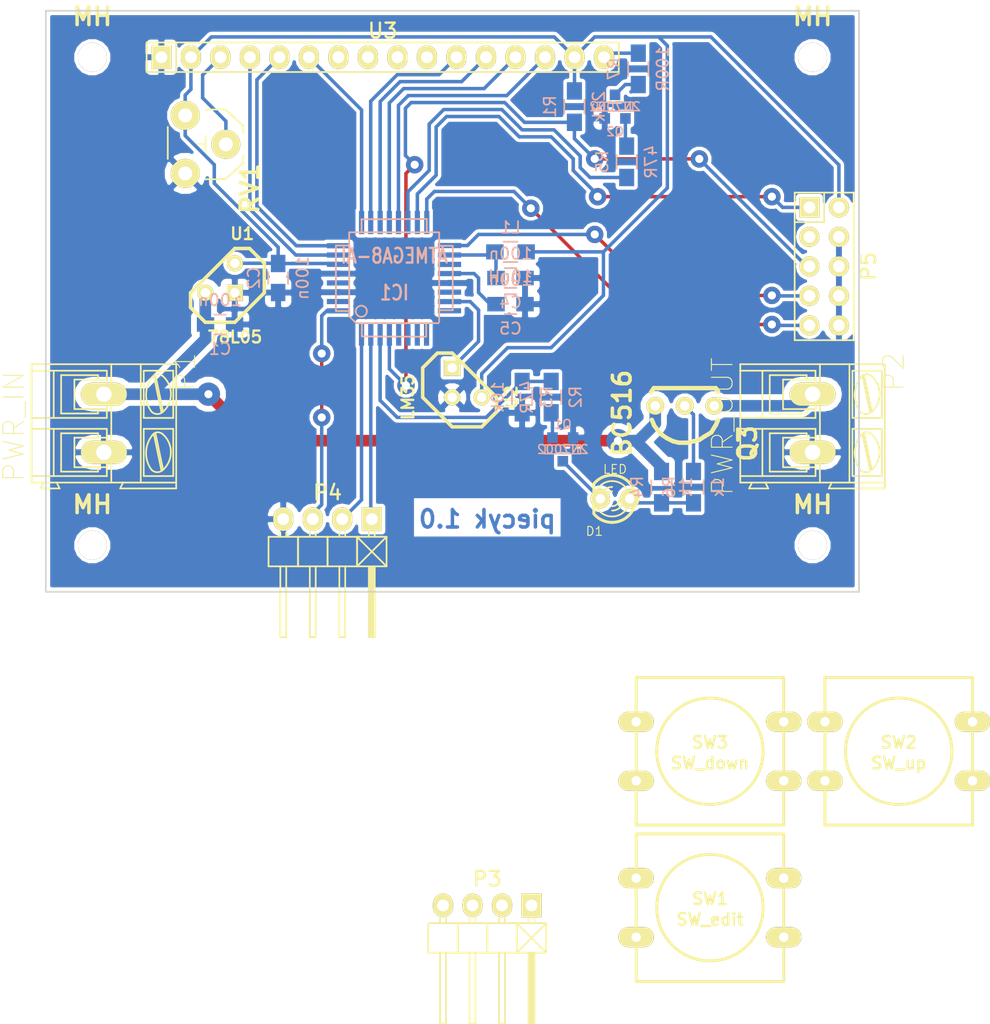
<source format=kicad_pcb>
(kicad_pcb (version 4) (host pcbnew "(2014-11-15 BZR 5288)-product")

  (general
    (links 81)
    (no_connects 16)
    (area 4.86923 28.72588 118.82889 117.985001)
    (thickness 1.6)
    (drawings 5)
    (tracks 197)
    (zones 0)
    (modules 33)
    (nets 46)
  )

  (page A4)
  (layers
    (0 F.Cu signal)
    (31 B.Cu signal)
    (32 B.Adhes user)
    (33 F.Adhes user)
    (34 B.Paste user)
    (35 F.Paste user)
    (36 B.SilkS user)
    (37 F.SilkS user)
    (38 B.Mask user)
    (39 F.Mask user)
    (40 Dwgs.User user)
    (41 Cmts.User user)
    (42 Eco1.User user)
    (43 Eco2.User user)
    (44 Edge.Cuts user)
    (45 Margin user)
    (46 B.CrtYd user)
    (47 F.CrtYd user)
    (48 B.Fab user)
    (49 F.Fab user)
  )

  (setup
    (last_trace_width 0.3)
    (trace_clearance 0.3)
    (zone_clearance 0.3)
    (zone_45_only no)
    (trace_min 0.3)
    (segment_width 0.2)
    (edge_width 0.15)
    (via_size 1.5)
    (via_drill 0.7)
    (via_min_size 1)
    (via_min_drill 0.5)
    (uvia_size 0.508)
    (uvia_drill 0.127)
    (uvias_allowed no)
    (uvia_min_size 0.508)
    (uvia_min_drill 0.127)
    (pcb_text_width 0.3)
    (pcb_text_size 1.5 1.5)
    (mod_edge_width 0.15)
    (mod_text_size 1.5 1.5)
    (mod_text_width 0.15)
    (pad_size 0.70104 1.6002)
    (pad_drill 0.6)
    (pad_to_mask_clearance 0.2)
    (aux_axis_origin 0 0)
    (visible_elements FFFFFF7F)
    (pcbplotparams
      (layerselection 0x00000_80000000)
      (usegerberextensions false)
      (excludeedgelayer false)
      (linewidth 0.100000)
      (plotframeref false)
      (viasonmask false)
      (mode 1)
      (useauxorigin false)
      (hpglpennumber 1)
      (hpglpenspeed 20)
      (hpglpendiameter 15)
      (hpglpenoverlay 2)
      (psnegative false)
      (psa4output false)
      (plotreference true)
      (plotvalue true)
      (plotinvisibletext false)
      (padsonsilk false)
      (subtractmaskfromsilk false)
      (outputformat 4)
      (mirror false)
      (drillshape 1)
      (scaleselection 1)
      (outputdirectory ""))
  )

  (net 0 "")
  (net 1 +12V)
  (net 2 GND)
  (net 3 +5V)
  (net 4 "Net-(C4-Pad1)")
  (net 5 "Net-(C5-Pad1)")
  (net 6 "Net-(D1-Pad1)")
  (net 7 "Net-(D1-Pad2)")
  (net 8 /LCD_RW)
  (net 9 /LCD_RS)
  (net 10 "Net-(IC1-Pad2)")
  (net 11 /K_dn)
  (net 12 "Net-(IC1-Pad24)")
  (net 13 "Net-(IC1-Pad19)")
  (net 14 "Net-(IC1-Pad22)")
  (net 15 "Net-(IC1-Pad23)")
  (net 16 /K_up)
  (net 17 /K_edit)
  (net 18 "Net-(IC1-Pad30)")
  (net 19 "Net-(IC1-Pad28)")
  (net 20 "Net-(IC1-Pad27)")
  (net 21 "Net-(IC1-Pad26)")
  (net 22 "Net-(IC1-Pad25)")
  (net 23 /LCD_EN)
  (net 24 /LCD_Data4)
  (net 25 /LCD_Data5)
  (net 26 /LCD_Data6)
  (net 27 /LCD_Data7)
  (net 28 /LCD_Blight_PWM)
  (net 29 PWR)
  (net 30 "Net-(P3-Pad4)")
  (net 31 "Net-(Q1-PadG)")
  (net 32 "Net-(Q2-PadG)")
  (net 33 "Net-(Q2-PadD)")
  (net 34 "Net-(Q3-Pad2)")
  (net 35 "Net-(R7-Pad1)")
  (net 36 "Net-(RV1-Pad2)")
  (net 37 "Net-(U3-Pad7)")
  (net 38 "Net-(U3-Pad8)")
  (net 39 "Net-(U3-Pad9)")
  (net 40 "Net-(U3-Pad10)")
  (net 41 /SCK)
  (net 42 /RST)
  (net 43 /MOSI)
  (net 44 /MISO)
  (net 45 "Net-(P5-Pad3)")

  (net_class Default "This is the default net class."
    (clearance 0.3)
    (trace_width 0.3)
    (via_dia 1.5)
    (via_drill 0.7)
    (uvia_dia 0.508)
    (uvia_drill 0.127)
    (add_net +5V)
    (add_net /K_dn)
    (add_net /K_edit)
    (add_net /K_up)
    (add_net /LCD_Blight_PWM)
    (add_net /LCD_Data4)
    (add_net /LCD_Data5)
    (add_net /LCD_Data6)
    (add_net /LCD_Data7)
    (add_net /LCD_EN)
    (add_net /LCD_RS)
    (add_net /LCD_RW)
    (add_net /MISO)
    (add_net /MOSI)
    (add_net /RST)
    (add_net /SCK)
    (add_net GND)
    (add_net "Net-(C4-Pad1)")
    (add_net "Net-(C5-Pad1)")
    (add_net "Net-(D1-Pad1)")
    (add_net "Net-(D1-Pad2)")
    (add_net "Net-(IC1-Pad19)")
    (add_net "Net-(IC1-Pad2)")
    (add_net "Net-(IC1-Pad22)")
    (add_net "Net-(IC1-Pad23)")
    (add_net "Net-(IC1-Pad24)")
    (add_net "Net-(IC1-Pad25)")
    (add_net "Net-(IC1-Pad26)")
    (add_net "Net-(IC1-Pad27)")
    (add_net "Net-(IC1-Pad28)")
    (add_net "Net-(IC1-Pad30)")
    (add_net "Net-(P3-Pad4)")
    (add_net "Net-(P5-Pad3)")
    (add_net "Net-(Q1-PadG)")
    (add_net "Net-(Q2-PadD)")
    (add_net "Net-(Q2-PadG)")
    (add_net "Net-(Q3-Pad2)")
    (add_net "Net-(R7-Pad1)")
    (add_net "Net-(RV1-Pad2)")
    (add_net "Net-(U3-Pad10)")
    (add_net "Net-(U3-Pad7)")
    (add_net "Net-(U3-Pad8)")
    (add_net "Net-(U3-Pad9)")
  )

  (net_class PWR ""
    (clearance 0.5)
    (trace_width 1)
    (via_dia 2)
    (via_drill 0.7)
    (uvia_dia 0.508)
    (uvia_drill 0.127)
    (add_net +12V)
    (add_net PWR)
  )

  (module Capacitors_SMD:C_0805_HandSoldering (layer B.Cu) (tedit 541A9B8D) (tstamp 5489F772)
    (at 41.75 57.25)
    (descr "Capacitor SMD 0805, hand soldering")
    (tags "capacitor 0805")
    (path /52D1F8D5)
    (attr smd)
    (fp_text reference C1 (at 0 2.1) (layer B.SilkS)
      (effects (font (size 1 1) (thickness 0.15)) (justify mirror))
    )
    (fp_text value 100n (at 0 -2.1) (layer B.SilkS)
      (effects (font (size 1 1) (thickness 0.15)) (justify mirror))
    )
    (fp_line (start -2.3 1) (end 2.3 1) (layer B.CrtYd) (width 0.05))
    (fp_line (start -2.3 -1) (end 2.3 -1) (layer B.CrtYd) (width 0.05))
    (fp_line (start -2.3 1) (end -2.3 -1) (layer B.CrtYd) (width 0.05))
    (fp_line (start 2.3 1) (end 2.3 -1) (layer B.CrtYd) (width 0.05))
    (fp_line (start 0.5 0.85) (end -0.5 0.85) (layer B.SilkS) (width 0.15))
    (fp_line (start -0.5 -0.85) (end 0.5 -0.85) (layer B.SilkS) (width 0.15))
    (pad 1 smd rect (at -1.25 0) (size 1.5 1.25) (layers B.Cu B.Paste B.Mask)
      (net 1 +12V))
    (pad 2 smd rect (at 1.25 0) (size 1.5 1.25) (layers B.Cu B.Paste B.Mask)
      (net 2 GND))
    (model Capacitors_SMD/C_0805N.wrl
      (at (xyz 0 0 0))
      (scale (xyz 1 1 1))
      (rotate (xyz 0 0 0))
    )
  )

  (module Capacitors_SMD:C_0805_HandSoldering (layer B.Cu) (tedit 541A9B8D) (tstamp 5489EFD7)
    (at 46.75 53.25 270)
    (descr "Capacitor SMD 0805, hand soldering")
    (tags "capacitor 0805")
    (path /52BB0288)
    (attr smd)
    (fp_text reference C2 (at 0 2.1 270) (layer B.SilkS)
      (effects (font (size 1 1) (thickness 0.15)) (justify mirror))
    )
    (fp_text value 100n (at 0 -2.1 270) (layer B.SilkS)
      (effects (font (size 1 1) (thickness 0.15)) (justify mirror))
    )
    (fp_line (start -2.3 1) (end 2.3 1) (layer B.CrtYd) (width 0.05))
    (fp_line (start -2.3 -1) (end 2.3 -1) (layer B.CrtYd) (width 0.05))
    (fp_line (start -2.3 1) (end -2.3 -1) (layer B.CrtYd) (width 0.05))
    (fp_line (start 2.3 1) (end 2.3 -1) (layer B.CrtYd) (width 0.05))
    (fp_line (start 0.5 0.85) (end -0.5 0.85) (layer B.SilkS) (width 0.15))
    (fp_line (start -0.5 -0.85) (end 0.5 -0.85) (layer B.SilkS) (width 0.15))
    (pad 1 smd rect (at -1.25 0 270) (size 1.5 1.25) (layers B.Cu B.Paste B.Mask)
      (net 3 +5V))
    (pad 2 smd rect (at 1.25 0 270) (size 1.5 1.25) (layers B.Cu B.Paste B.Mask)
      (net 2 GND))
    (model Capacitors_SMD/C_0805N.wrl
      (at (xyz 0 0 0))
      (scale (xyz 1 1 1))
      (rotate (xyz 0 0 0))
    )
  )

  (module Capacitors_SMD:C_0805_HandSoldering (layer B.Cu) (tedit 541A9B8D) (tstamp 5489F758)
    (at 66.75 53.25)
    (descr "Capacitor SMD 0805, hand soldering")
    (tags "capacitor 0805")
    (path /52BB045F)
    (attr smd)
    (fp_text reference C4 (at 0 2.1) (layer B.SilkS)
      (effects (font (size 1 1) (thickness 0.15)) (justify mirror))
    )
    (fp_text value 100n (at 0 -2.1) (layer B.SilkS)
      (effects (font (size 1 1) (thickness 0.15)) (justify mirror))
    )
    (fp_line (start -2.3 1) (end 2.3 1) (layer B.CrtYd) (width 0.05))
    (fp_line (start -2.3 -1) (end 2.3 -1) (layer B.CrtYd) (width 0.05))
    (fp_line (start -2.3 1) (end -2.3 -1) (layer B.CrtYd) (width 0.05))
    (fp_line (start 2.3 1) (end 2.3 -1) (layer B.CrtYd) (width 0.05))
    (fp_line (start 0.5 0.85) (end -0.5 0.85) (layer B.SilkS) (width 0.15))
    (fp_line (start -0.5 -0.85) (end 0.5 -0.85) (layer B.SilkS) (width 0.15))
    (pad 1 smd rect (at -1.25 0) (size 1.5 1.25) (layers B.Cu B.Paste B.Mask)
      (net 4 "Net-(C4-Pad1)"))
    (pad 2 smd rect (at 1.25 0) (size 1.5 1.25) (layers B.Cu B.Paste B.Mask)
      (net 2 GND))
    (model Capacitors_SMD/C_0805N.wrl
      (at (xyz 0 0 0))
      (scale (xyz 1 1 1))
      (rotate (xyz 0 0 0))
    )
  )

  (module Capacitors_SMD:C_0805_HandSoldering (layer B.Cu) (tedit 541A9B8D) (tstamp 5489F74B)
    (at 66.75 55.5)
    (descr "Capacitor SMD 0805, hand soldering")
    (tags "capacitor 0805")
    (path /52BB046E)
    (attr smd)
    (fp_text reference C5 (at 0 2.1) (layer B.SilkS)
      (effects (font (size 1 1) (thickness 0.15)) (justify mirror))
    )
    (fp_text value 100n (at 0 -2.1) (layer B.SilkS)
      (effects (font (size 1 1) (thickness 0.15)) (justify mirror))
    )
    (fp_line (start -2.3 1) (end 2.3 1) (layer B.CrtYd) (width 0.05))
    (fp_line (start -2.3 -1) (end 2.3 -1) (layer B.CrtYd) (width 0.05))
    (fp_line (start -2.3 1) (end -2.3 -1) (layer B.CrtYd) (width 0.05))
    (fp_line (start 2.3 1) (end 2.3 -1) (layer B.CrtYd) (width 0.05))
    (fp_line (start 0.5 0.85) (end -0.5 0.85) (layer B.SilkS) (width 0.15))
    (fp_line (start -0.5 -0.85) (end 0.5 -0.85) (layer B.SilkS) (width 0.15))
    (pad 1 smd rect (at -1.25 0) (size 1.5 1.25) (layers B.Cu B.Paste B.Mask)
      (net 5 "Net-(C5-Pad1)"))
    (pad 2 smd rect (at 1.25 0) (size 1.5 1.25) (layers B.Cu B.Paste B.Mask)
      (net 2 GND))
    (model Capacitors_SMD/C_0805N.wrl
      (at (xyz 0 0 0))
      (scale (xyz 1 1 1))
      (rotate (xyz 0 0 0))
    )
  )

  (module LEDs:LED-3MM (layer F.Cu) (tedit 5489E915) (tstamp 5489EFF3)
    (at 75.75 72.25 180)
    (descr "LED 3mm - Lead pitch 100mil (2,54mm)")
    (tags "LED led 3mm 3MM 100mil 2,54mm")
    (path /52D0E01F)
    (fp_text reference D1 (at 1.778 -2.794 180) (layer F.SilkS)
      (effects (font (size 0.762 0.762) (thickness 0.0889)))
    )
    (fp_text value LED (at 0 2.54 180) (layer F.SilkS)
      (effects (font (size 0.762 0.762) (thickness 0.0889)))
    )
    (fp_line (start 1.8288 1.27) (end 1.8288 -1.27) (layer F.SilkS) (width 0.254))
    (fp_arc (start 0.254 0) (end -1.27 0) (angle 39.8) (layer F.SilkS) (width 0.1524))
    (fp_arc (start 0.254 0) (end -0.88392 1.01092) (angle 41.6) (layer F.SilkS) (width 0.1524))
    (fp_arc (start 0.254 0) (end 1.4097 -0.9906) (angle 40.6) (layer F.SilkS) (width 0.1524))
    (fp_arc (start 0.254 0) (end 1.778 0) (angle 39.8) (layer F.SilkS) (width 0.1524))
    (fp_arc (start 0.254 0) (end 0.254 -1.524) (angle 54.4) (layer F.SilkS) (width 0.1524))
    (fp_arc (start 0.254 0) (end -0.9652 -0.9144) (angle 53.1) (layer F.SilkS) (width 0.1524))
    (fp_arc (start 0.254 0) (end 1.45542 0.93472) (angle 52.1) (layer F.SilkS) (width 0.1524))
    (fp_arc (start 0.254 0) (end 0.254 1.524) (angle 52.1) (layer F.SilkS) (width 0.1524))
    (fp_arc (start 0.254 0) (end -0.381 0) (angle 90) (layer F.SilkS) (width 0.1524))
    (fp_arc (start 0.254 0) (end -0.762 0) (angle 90) (layer F.SilkS) (width 0.1524))
    (fp_arc (start 0.254 0) (end 0.889 0) (angle 90) (layer F.SilkS) (width 0.1524))
    (fp_arc (start 0.254 0) (end 1.27 0) (angle 90) (layer F.SilkS) (width 0.1524))
    (fp_arc (start 0.254 0) (end 0.254 -2.032) (angle 50.1) (layer F.SilkS) (width 0.254))
    (fp_arc (start 0.254 0) (end -1.5367 -0.95504) (angle 61.9) (layer F.SilkS) (width 0.254))
    (fp_arc (start 0.254 0) (end 1.8034 1.31064) (angle 49.7) (layer F.SilkS) (width 0.254))
    (fp_arc (start 0.254 0) (end 0.254 2.032) (angle 60.2) (layer F.SilkS) (width 0.254))
    (fp_arc (start 0.254 0) (end -1.778 0) (angle 28.3) (layer F.SilkS) (width 0.254))
    (fp_arc (start 0.254 0) (end -1.47574 1.06426) (angle 31.6) (layer F.SilkS) (width 0.254))
    (pad 1 thru_hole circle (at -1.27 0 180) (size 1.6764 1.6764) (drill 0.8128) (layers *.Cu *.Mask F.SilkS)
      (net 6 "Net-(D1-Pad1)"))
    (pad 2 thru_hole circle (at 1.27 0 180) (size 1.6764 1.6764) (drill 0.8128) (layers *.Cu *.Mask F.SilkS)
      (net 7 "Net-(D1-Pad2)"))
    (model discret/leds/led3_vertical_verde.wrl
      (at (xyz 0 0 0))
      (scale (xyz 1 1 1))
      (rotate (xyz 0 0 0))
    )
  )

  (module SMD_Packages:TQFP-32 (layer B.Cu) (tedit 5489E91C) (tstamp 5489F018)
    (at 56.75 53.25)
    (path /548A8D1B)
    (fp_text reference IC1 (at 0 1.27) (layer B.SilkS)
      (effects (font (size 1.27 1.016) (thickness 0.2032)) (justify mirror))
    )
    (fp_text value ATMEGA8-AI (at 0 -1.905) (layer B.SilkS)
      (effects (font (size 1.27 1.016) (thickness 0.2032)) (justify mirror))
    )
    (fp_line (start 5.0292 -2.7686) (end 3.8862 -2.7686) (layer B.SilkS) (width 0.1524))
    (fp_line (start 5.0292 2.7686) (end 3.9116 2.7686) (layer B.SilkS) (width 0.1524))
    (fp_line (start 5.0292 -2.7686) (end 5.0292 2.7686) (layer B.SilkS) (width 0.1524))
    (fp_line (start 2.794 -3.9624) (end 2.794 -5.0546) (layer B.SilkS) (width 0.1524))
    (fp_line (start -2.8194 -3.9878) (end -2.8194 -5.0546) (layer B.SilkS) (width 0.1524))
    (fp_line (start -2.8448 -5.0546) (end 2.794 -5.08) (layer B.SilkS) (width 0.1524))
    (fp_line (start -2.794 5.0292) (end 2.7178 5.0546) (layer B.SilkS) (width 0.1524))
    (fp_line (start -3.8862 3.2766) (end -3.8862 -3.9116) (layer B.SilkS) (width 0.1524))
    (fp_line (start 2.7432 5.0292) (end 2.7432 3.9878) (layer B.SilkS) (width 0.1524))
    (fp_line (start -3.2512 3.8862) (end 3.81 3.8862) (layer B.SilkS) (width 0.1524))
    (fp_line (start 3.8608 -3.937) (end 3.8608 3.7846) (layer B.SilkS) (width 0.1524))
    (fp_line (start -3.8862 -3.937) (end 3.7338 -3.937) (layer B.SilkS) (width 0.1524))
    (fp_line (start -5.0292 2.8448) (end -5.0292 -2.794) (layer B.SilkS) (width 0.1524))
    (fp_line (start -5.0292 -2.794) (end -3.8862 -2.794) (layer B.SilkS) (width 0.1524))
    (fp_line (start -3.87604 3.302) (end -3.29184 3.8862) (layer B.SilkS) (width 0.1524))
    (fp_line (start -5.02412 2.8448) (end -3.87604 2.8448) (layer B.SilkS) (width 0.1524))
    (fp_line (start -2.794 3.8862) (end -2.794 5.03428) (layer B.SilkS) (width 0.1524))
    (fp_circle (center -2.83972 2.86004) (end -2.43332 2.60604) (layer B.SilkS) (width 0.1524))
    (pad 8 smd rect (at -4.81584 -2.77622) (size 1.99898 0.44958) (layers B.Cu B.Paste B.Mask)
      (net 8 /LCD_RW))
    (pad 7 smd rect (at -4.81584 -1.97612) (size 1.99898 0.44958) (layers B.Cu B.Paste B.Mask)
      (net 9 /LCD_RS))
    (pad 6 smd rect (at -4.81584 -1.17602) (size 1.99898 0.44958) (layers B.Cu B.Paste B.Mask)
      (net 3 +5V))
    (pad 5 smd rect (at -4.81584 -0.37592) (size 1.99898 0.44958) (layers B.Cu B.Paste B.Mask)
      (net 2 GND))
    (pad 4 smd rect (at -4.81584 0.42418) (size 1.99898 0.44958) (layers B.Cu B.Paste B.Mask)
      (net 3 +5V))
    (pad 3 smd rect (at -4.81584 1.22428) (size 1.99898 0.44958) (layers B.Cu B.Paste B.Mask)
      (net 2 GND))
    (pad 2 smd rect (at -4.81584 2.02438) (size 1.99898 0.44958) (layers B.Cu B.Paste B.Mask)
      (net 10 "Net-(IC1-Pad2)"))
    (pad 1 smd rect (at -4.81584 2.82448) (size 1.99898 0.44958) (layers B.Cu B.Paste B.Mask)
      (net 11 /K_dn))
    (pad 24 smd rect (at 4.7498 2.8194) (size 1.99898 0.44958) (layers B.Cu B.Paste B.Mask)
      (net 12 "Net-(IC1-Pad24)"))
    (pad 17 smd rect (at 4.7498 -2.794) (size 1.99898 0.44958) (layers B.Cu B.Paste B.Mask)
      (net 41 /SCK))
    (pad 18 smd rect (at 4.7498 -1.9812) (size 1.99898 0.44958) (layers B.Cu B.Paste B.Mask)
      (net 4 "Net-(C4-Pad1)"))
    (pad 19 smd rect (at 4.7498 -1.1684) (size 1.99898 0.44958) (layers B.Cu B.Paste B.Mask)
      (net 13 "Net-(IC1-Pad19)"))
    (pad 20 smd rect (at 4.7498 -0.381) (size 1.99898 0.44958) (layers B.Cu B.Paste B.Mask)
      (net 5 "Net-(C5-Pad1)"))
    (pad 21 smd rect (at 4.7498 0.4318) (size 1.99898 0.44958) (layers B.Cu B.Paste B.Mask)
      (net 2 GND))
    (pad 22 smd rect (at 4.7498 1.2192) (size 1.99898 0.44958) (layers B.Cu B.Paste B.Mask)
      (net 14 "Net-(IC1-Pad22)"))
    (pad 23 smd rect (at 4.7498 2.032) (size 1.99898 0.44958) (layers B.Cu B.Paste B.Mask)
      (net 15 "Net-(IC1-Pad23)"))
    (pad 32 smd rect (at -2.82448 4.826) (size 0.44958 1.99898) (layers B.Cu B.Paste B.Mask)
      (net 16 /K_up))
    (pad 31 smd rect (at -2.02692 4.826) (size 0.44958 1.99898) (layers B.Cu B.Paste B.Mask)
      (net 17 /K_edit))
    (pad 30 smd rect (at -1.22428 4.826) (size 0.44958 1.99898) (layers B.Cu B.Paste B.Mask)
      (net 18 "Net-(IC1-Pad30)"))
    (pad 29 smd rect (at -0.42672 4.826) (size 0.44958 1.99898) (layers B.Cu B.Paste B.Mask)
      (net 42 /RST))
    (pad 28 smd rect (at 0.37592 4.826) (size 0.44958 1.99898) (layers B.Cu B.Paste B.Mask)
      (net 19 "Net-(IC1-Pad28)"))
    (pad 27 smd rect (at 1.17348 4.826) (size 0.44958 1.99898) (layers B.Cu B.Paste B.Mask)
      (net 20 "Net-(IC1-Pad27)"))
    (pad 26 smd rect (at 1.97612 4.826) (size 0.44958 1.99898) (layers B.Cu B.Paste B.Mask)
      (net 21 "Net-(IC1-Pad26)"))
    (pad 25 smd rect (at 2.77368 4.826) (size 0.44958 1.99898) (layers B.Cu B.Paste B.Mask)
      (net 22 "Net-(IC1-Pad25)"))
    (pad 9 smd rect (at -2.8194 -4.7752) (size 0.44958 1.99898) (layers B.Cu B.Paste B.Mask)
      (net 23 /LCD_EN))
    (pad 10 smd rect (at -2.032 -4.7752) (size 0.44958 1.99898) (layers B.Cu B.Paste B.Mask)
      (net 24 /LCD_Data4))
    (pad 11 smd rect (at -1.2192 -4.7752) (size 0.44958 1.99898) (layers B.Cu B.Paste B.Mask)
      (net 25 /LCD_Data5))
    (pad 12 smd rect (at -0.4318 -4.7752) (size 0.44958 1.99898) (layers B.Cu B.Paste B.Mask)
      (net 26 /LCD_Data6))
    (pad 13 smd rect (at 0.3556 -4.7752) (size 0.44958 1.99898) (layers B.Cu B.Paste B.Mask)
      (net 27 /LCD_Data7))
    (pad 14 smd rect (at 1.1684 -4.7752) (size 0.44958 1.99898) (layers B.Cu B.Paste B.Mask)
      (net 28 /LCD_Blight_PWM))
    (pad 15 smd rect (at 1.9812 -4.7752) (size 0.44958 1.99898) (layers B.Cu B.Paste B.Mask)
      (net 43 /MOSI))
    (pad 16 smd rect (at 2.794 -4.7752) (size 0.44958 1.99898) (layers B.Cu B.Paste B.Mask)
      (net 44 /MISO))
    (model smd/tqfp32.wrl
      (at (xyz 0 0 0))
      (scale (xyz 1 1 1))
      (rotate (xyz 0 0 0))
    )
  )

  (module Resistors_SMD:R_0805_HandSoldering (layer B.Cu) (tedit 54189DEE) (tstamp 5489F73E)
    (at 66.75 51 180)
    (descr "Resistor SMD 0805, hand soldering")
    (tags "resistor 0805")
    (path /52BB073B)
    (attr smd)
    (fp_text reference L1 (at 0 2.1 180) (layer B.SilkS)
      (effects (font (size 1 1) (thickness 0.15)) (justify mirror))
    )
    (fp_text value 10uH (at 0 -2.1 180) (layer B.SilkS)
      (effects (font (size 1 1) (thickness 0.15)) (justify mirror))
    )
    (fp_line (start -2.4 1) (end 2.4 1) (layer B.CrtYd) (width 0.05))
    (fp_line (start -2.4 -1) (end 2.4 -1) (layer B.CrtYd) (width 0.05))
    (fp_line (start -2.4 1) (end -2.4 -1) (layer B.CrtYd) (width 0.05))
    (fp_line (start 2.4 1) (end 2.4 -1) (layer B.CrtYd) (width 0.05))
    (fp_line (start 0.6 -0.875) (end -0.6 -0.875) (layer B.SilkS) (width 0.15))
    (fp_line (start -0.6 0.875) (end 0.6 0.875) (layer B.SilkS) (width 0.15))
    (pad 1 smd rect (at -1.35 0 180) (size 1.5 1.3) (layers B.Cu B.Paste B.Mask)
      (net 3 +5V))
    (pad 2 smd rect (at 1.35 0 180) (size 1.5 1.3) (layers B.Cu B.Paste B.Mask)
      (net 4 "Net-(C4-Pad1)"))
    (model Resistors_SMD/R_0805.wrl
      (at (xyz 0 0 0))
      (scale (xyz 1 1 1))
      (rotate (xyz 0 0 0))
    )
  )

  (module Connect:AK300-2 (layer F.Cu) (tedit 54792136) (tstamp 5489F026)
    (at 31.75 63.25 270)
    (descr CONNECTOR)
    (tags CONNECTOR)
    (path /545930E9)
    (attr virtual)
    (fp_text reference P1 (at -1.92 -6.985 270) (layer F.SilkS)
      (effects (font (size 1.778 1.778) (thickness 0.0889)))
    )
    (fp_text value PWR_IN (at 2.779 7.747 270) (layer F.SilkS)
      (effects (font (size 1.778 1.778) (thickness 0.0889)))
    )
    (fp_line (start 8.363 -6.473) (end -2.83 -6.473) (layer F.CrtYd) (width 0.15))
    (fp_line (start 8.363 6.473) (end 8.363 -6.473) (layer F.CrtYd) (width 0.15))
    (fp_line (start -2.83 6.473) (end 8.363 6.473) (layer F.CrtYd) (width 0.15))
    (fp_line (start -2.83 -6.473) (end -2.83 6.473) (layer F.CrtYd) (width 0.15))
    (fp_line (start -1.2596 2.54) (end 1.2804 2.54) (layer F.SilkS) (width 0.15))
    (fp_line (start 1.2804 2.54) (end 1.2804 -0.254) (layer F.SilkS) (width 0.15))
    (fp_line (start -1.2596 -0.254) (end 1.2804 -0.254) (layer F.SilkS) (width 0.15))
    (fp_line (start -1.2596 2.54) (end -1.2596 -0.254) (layer F.SilkS) (width 0.15))
    (fp_line (start 3.7442 2.54) (end 6.2842 2.54) (layer F.SilkS) (width 0.15))
    (fp_line (start 6.2842 2.54) (end 6.2842 -0.254) (layer F.SilkS) (width 0.15))
    (fp_line (start 3.7442 -0.254) (end 6.2842 -0.254) (layer F.SilkS) (width 0.15))
    (fp_line (start 3.7442 2.54) (end 3.7442 -0.254) (layer F.SilkS) (width 0.15))
    (fp_line (start 7.605 -6.223) (end 7.605 -3.175) (layer F.SilkS) (width 0.15))
    (fp_line (start 7.605 -6.223) (end -2.58 -6.223) (layer F.SilkS) (width 0.15))
    (fp_line (start 7.605 -6.223) (end 8.113 -6.223) (layer F.SilkS) (width 0.15))
    (fp_line (start 8.113 -6.223) (end 8.113 -1.397) (layer F.SilkS) (width 0.15))
    (fp_line (start 8.113 -1.397) (end 7.605 -1.651) (layer F.SilkS) (width 0.15))
    (fp_line (start 8.113 5.461) (end 7.605 5.207) (layer F.SilkS) (width 0.15))
    (fp_line (start 7.605 5.207) (end 7.605 6.223) (layer F.SilkS) (width 0.15))
    (fp_line (start 8.113 3.81) (end 7.605 4.064) (layer F.SilkS) (width 0.15))
    (fp_line (start 7.605 4.064) (end 7.605 5.207) (layer F.SilkS) (width 0.15))
    (fp_line (start 8.113 3.81) (end 8.113 5.461) (layer F.SilkS) (width 0.15))
    (fp_line (start 2.9822 6.223) (end 2.9822 4.318) (layer F.SilkS) (width 0.15))
    (fp_line (start 7.0462 -0.254) (end 7.0462 4.318) (layer F.SilkS) (width 0.15))
    (fp_line (start 2.9822 6.223) (end 7.0462 6.223) (layer F.SilkS) (width 0.15))
    (fp_line (start 7.0462 6.223) (end 7.605 6.223) (layer F.SilkS) (width 0.15))
    (fp_line (start 2.0424 6.223) (end 2.0424 4.318) (layer F.SilkS) (width 0.15))
    (fp_line (start 2.0424 6.223) (end 2.9822 6.223) (layer F.SilkS) (width 0.15))
    (fp_line (start -2.0216 -0.254) (end -2.0216 4.318) (layer F.SilkS) (width 0.15))
    (fp_line (start -2.58 6.223) (end -2.0216 6.223) (layer F.SilkS) (width 0.15))
    (fp_line (start -2.0216 6.223) (end 2.0424 6.223) (layer F.SilkS) (width 0.15))
    (fp_line (start 2.9822 4.318) (end 7.0462 4.318) (layer F.SilkS) (width 0.15))
    (fp_line (start 2.9822 4.318) (end 2.9822 -0.254) (layer F.SilkS) (width 0.15))
    (fp_line (start 7.0462 4.318) (end 7.0462 6.223) (layer F.SilkS) (width 0.15))
    (fp_line (start 2.0424 4.318) (end -2.0216 4.318) (layer F.SilkS) (width 0.15))
    (fp_line (start 2.0424 4.318) (end 2.0424 -0.254) (layer F.SilkS) (width 0.15))
    (fp_line (start -2.0216 4.318) (end -2.0216 6.223) (layer F.SilkS) (width 0.15))
    (fp_line (start 6.6652 3.683) (end 6.6652 0.508) (layer F.SilkS) (width 0.15))
    (fp_line (start 6.6652 3.683) (end 3.3632 3.683) (layer F.SilkS) (width 0.15))
    (fp_line (start 3.3632 3.683) (end 3.3632 0.508) (layer F.SilkS) (width 0.15))
    (fp_line (start 1.6614 3.683) (end 1.6614 0.508) (layer F.SilkS) (width 0.15))
    (fp_line (start 1.6614 3.683) (end -1.6406 3.683) (layer F.SilkS) (width 0.15))
    (fp_line (start -1.6406 3.683) (end -1.6406 0.508) (layer F.SilkS) (width 0.15))
    (fp_line (start -1.6406 0.508) (end -1.2596 0.508) (layer F.SilkS) (width 0.15))
    (fp_line (start 1.6614 0.508) (end 1.2804 0.508) (layer F.SilkS) (width 0.15))
    (fp_line (start 3.3632 0.508) (end 3.7442 0.508) (layer F.SilkS) (width 0.15))
    (fp_line (start 6.6652 0.508) (end 6.2842 0.508) (layer F.SilkS) (width 0.15))
    (fp_line (start -2.58 6.223) (end -2.58 -0.635) (layer F.SilkS) (width 0.15))
    (fp_line (start -2.58 -0.635) (end -2.58 -3.175) (layer F.SilkS) (width 0.15))
    (fp_line (start 7.605 -1.651) (end 7.605 -0.635) (layer F.SilkS) (width 0.15))
    (fp_line (start 7.605 -0.635) (end 7.605 4.064) (layer F.SilkS) (width 0.15))
    (fp_line (start -2.58 -3.175) (end 7.605 -3.175) (layer F.SilkS) (width 0.15))
    (fp_line (start -2.58 -3.175) (end -2.58 -6.223) (layer F.SilkS) (width 0.15))
    (fp_line (start 7.605 -3.175) (end 7.605 -1.651) (layer F.SilkS) (width 0.15))
    (fp_line (start 2.9822 -3.429) (end 2.9822 -5.969) (layer F.SilkS) (width 0.15))
    (fp_line (start 2.9822 -5.969) (end 7.0462 -5.969) (layer F.SilkS) (width 0.15))
    (fp_line (start 7.0462 -5.969) (end 7.0462 -3.429) (layer F.SilkS) (width 0.15))
    (fp_line (start 7.0462 -3.429) (end 2.9822 -3.429) (layer F.SilkS) (width 0.15))
    (fp_line (start 2.0424 -3.429) (end 2.0424 -5.969) (layer F.SilkS) (width 0.15))
    (fp_line (start 2.0424 -3.429) (end -2.0216 -3.429) (layer F.SilkS) (width 0.15))
    (fp_line (start -2.0216 -3.429) (end -2.0216 -5.969) (layer F.SilkS) (width 0.15))
    (fp_line (start 2.0424 -5.969) (end -2.0216 -5.969) (layer F.SilkS) (width 0.15))
    (fp_line (start 3.3886 -4.445) (end 6.4366 -5.08) (layer F.SilkS) (width 0.15))
    (fp_line (start 3.5156 -4.318) (end 6.5636 -4.953) (layer F.SilkS) (width 0.15))
    (fp_line (start -1.6152 -4.445) (end 1.43534 -5.08) (layer F.SilkS) (width 0.15))
    (fp_line (start -1.4882 -4.318) (end 1.5598 -4.953) (layer F.SilkS) (width 0.15))
    (fp_line (start -2.0216 -0.254) (end -1.6406 -0.254) (layer F.SilkS) (width 0.15))
    (fp_line (start 2.0424 -0.254) (end 1.6614 -0.254) (layer F.SilkS) (width 0.15))
    (fp_line (start 1.6614 -0.254) (end -1.6406 -0.254) (layer F.SilkS) (width 0.15))
    (fp_line (start -2.58 -0.635) (end -1.6406 -0.635) (layer F.SilkS) (width 0.15))
    (fp_line (start -1.6406 -0.635) (end 1.6614 -0.635) (layer F.SilkS) (width 0.15))
    (fp_line (start 1.6614 -0.635) (end 3.3632 -0.635) (layer F.SilkS) (width 0.15))
    (fp_line (start 7.605 -0.635) (end 6.6652 -0.635) (layer F.SilkS) (width 0.15))
    (fp_line (start 6.6652 -0.635) (end 3.3632 -0.635) (layer F.SilkS) (width 0.15))
    (fp_line (start 7.0462 -0.254) (end 6.6652 -0.254) (layer F.SilkS) (width 0.15))
    (fp_line (start 2.9822 -0.254) (end 3.3632 -0.254) (layer F.SilkS) (width 0.15))
    (fp_line (start 3.3632 -0.254) (end 6.6652 -0.254) (layer F.SilkS) (width 0.15))
    (fp_arc (start 6.0302 -4.59486) (end 6.53566 -5.05206) (angle 90.5) (layer F.SilkS) (width 0.15))
    (fp_arc (start 5.065 -6.0706) (end 6.52804 -4.11734) (angle 75.5) (layer F.SilkS) (width 0.15))
    (fp_arc (start 4.98626 -3.7084) (end 3.3886 -5.0038) (angle 100) (layer F.SilkS) (width 0.15))
    (fp_arc (start 3.8712 -4.64566) (end 3.58164 -4.1275) (angle 104.2) (layer F.SilkS) (width 0.15))
    (fp_arc (start 1.0264 -4.59486) (end 1.5344 -5.05206) (angle 90.5) (layer F.SilkS) (width 0.15))
    (fp_arc (start 0.06374 -6.0706) (end 1.52678 -4.11734) (angle 75.5) (layer F.SilkS) (width 0.15))
    (fp_arc (start -0.01246 -3.7084) (end -1.6152 -5.0038) (angle 100) (layer F.SilkS) (width 0.15))
    (fp_arc (start -1.1326 -4.64566) (end -1.41962 -4.1275) (angle 104.2) (layer F.SilkS) (width 0.15))
    (pad 1 thru_hole oval (at 0 0 270) (size 1.9812 3.9624) (drill 1.3208) (layers *.Cu F.Paste F.SilkS F.Mask)
      (net 1 +12V))
    (pad 2 thru_hole oval (at 5 0 270) (size 1.9812 3.9624) (drill 1.3208) (layers *.Cu F.Paste F.SilkS F.Mask)
      (net 2 GND))
  )

  (module Connect:AK300-2 (layer F.Cu) (tedit 54792136) (tstamp 5489F02D)
    (at 92.75 63.25 270)
    (descr CONNECTOR)
    (tags CONNECTOR)
    (path /545931D0)
    (attr virtual)
    (fp_text reference P2 (at -1.92 -6.985 270) (layer F.SilkS)
      (effects (font (size 1.778 1.778) (thickness 0.0889)))
    )
    (fp_text value PWR_OUT (at 2.779 7.747 270) (layer F.SilkS)
      (effects (font (size 1.778 1.778) (thickness 0.0889)))
    )
    (fp_line (start 8.363 -6.473) (end -2.83 -6.473) (layer F.CrtYd) (width 0.15))
    (fp_line (start 8.363 6.473) (end 8.363 -6.473) (layer F.CrtYd) (width 0.15))
    (fp_line (start -2.83 6.473) (end 8.363 6.473) (layer F.CrtYd) (width 0.15))
    (fp_line (start -2.83 -6.473) (end -2.83 6.473) (layer F.CrtYd) (width 0.15))
    (fp_line (start -1.2596 2.54) (end 1.2804 2.54) (layer F.SilkS) (width 0.15))
    (fp_line (start 1.2804 2.54) (end 1.2804 -0.254) (layer F.SilkS) (width 0.15))
    (fp_line (start -1.2596 -0.254) (end 1.2804 -0.254) (layer F.SilkS) (width 0.15))
    (fp_line (start -1.2596 2.54) (end -1.2596 -0.254) (layer F.SilkS) (width 0.15))
    (fp_line (start 3.7442 2.54) (end 6.2842 2.54) (layer F.SilkS) (width 0.15))
    (fp_line (start 6.2842 2.54) (end 6.2842 -0.254) (layer F.SilkS) (width 0.15))
    (fp_line (start 3.7442 -0.254) (end 6.2842 -0.254) (layer F.SilkS) (width 0.15))
    (fp_line (start 3.7442 2.54) (end 3.7442 -0.254) (layer F.SilkS) (width 0.15))
    (fp_line (start 7.605 -6.223) (end 7.605 -3.175) (layer F.SilkS) (width 0.15))
    (fp_line (start 7.605 -6.223) (end -2.58 -6.223) (layer F.SilkS) (width 0.15))
    (fp_line (start 7.605 -6.223) (end 8.113 -6.223) (layer F.SilkS) (width 0.15))
    (fp_line (start 8.113 -6.223) (end 8.113 -1.397) (layer F.SilkS) (width 0.15))
    (fp_line (start 8.113 -1.397) (end 7.605 -1.651) (layer F.SilkS) (width 0.15))
    (fp_line (start 8.113 5.461) (end 7.605 5.207) (layer F.SilkS) (width 0.15))
    (fp_line (start 7.605 5.207) (end 7.605 6.223) (layer F.SilkS) (width 0.15))
    (fp_line (start 8.113 3.81) (end 7.605 4.064) (layer F.SilkS) (width 0.15))
    (fp_line (start 7.605 4.064) (end 7.605 5.207) (layer F.SilkS) (width 0.15))
    (fp_line (start 8.113 3.81) (end 8.113 5.461) (layer F.SilkS) (width 0.15))
    (fp_line (start 2.9822 6.223) (end 2.9822 4.318) (layer F.SilkS) (width 0.15))
    (fp_line (start 7.0462 -0.254) (end 7.0462 4.318) (layer F.SilkS) (width 0.15))
    (fp_line (start 2.9822 6.223) (end 7.0462 6.223) (layer F.SilkS) (width 0.15))
    (fp_line (start 7.0462 6.223) (end 7.605 6.223) (layer F.SilkS) (width 0.15))
    (fp_line (start 2.0424 6.223) (end 2.0424 4.318) (layer F.SilkS) (width 0.15))
    (fp_line (start 2.0424 6.223) (end 2.9822 6.223) (layer F.SilkS) (width 0.15))
    (fp_line (start -2.0216 -0.254) (end -2.0216 4.318) (layer F.SilkS) (width 0.15))
    (fp_line (start -2.58 6.223) (end -2.0216 6.223) (layer F.SilkS) (width 0.15))
    (fp_line (start -2.0216 6.223) (end 2.0424 6.223) (layer F.SilkS) (width 0.15))
    (fp_line (start 2.9822 4.318) (end 7.0462 4.318) (layer F.SilkS) (width 0.15))
    (fp_line (start 2.9822 4.318) (end 2.9822 -0.254) (layer F.SilkS) (width 0.15))
    (fp_line (start 7.0462 4.318) (end 7.0462 6.223) (layer F.SilkS) (width 0.15))
    (fp_line (start 2.0424 4.318) (end -2.0216 4.318) (layer F.SilkS) (width 0.15))
    (fp_line (start 2.0424 4.318) (end 2.0424 -0.254) (layer F.SilkS) (width 0.15))
    (fp_line (start -2.0216 4.318) (end -2.0216 6.223) (layer F.SilkS) (width 0.15))
    (fp_line (start 6.6652 3.683) (end 6.6652 0.508) (layer F.SilkS) (width 0.15))
    (fp_line (start 6.6652 3.683) (end 3.3632 3.683) (layer F.SilkS) (width 0.15))
    (fp_line (start 3.3632 3.683) (end 3.3632 0.508) (layer F.SilkS) (width 0.15))
    (fp_line (start 1.6614 3.683) (end 1.6614 0.508) (layer F.SilkS) (width 0.15))
    (fp_line (start 1.6614 3.683) (end -1.6406 3.683) (layer F.SilkS) (width 0.15))
    (fp_line (start -1.6406 3.683) (end -1.6406 0.508) (layer F.SilkS) (width 0.15))
    (fp_line (start -1.6406 0.508) (end -1.2596 0.508) (layer F.SilkS) (width 0.15))
    (fp_line (start 1.6614 0.508) (end 1.2804 0.508) (layer F.SilkS) (width 0.15))
    (fp_line (start 3.3632 0.508) (end 3.7442 0.508) (layer F.SilkS) (width 0.15))
    (fp_line (start 6.6652 0.508) (end 6.2842 0.508) (layer F.SilkS) (width 0.15))
    (fp_line (start -2.58 6.223) (end -2.58 -0.635) (layer F.SilkS) (width 0.15))
    (fp_line (start -2.58 -0.635) (end -2.58 -3.175) (layer F.SilkS) (width 0.15))
    (fp_line (start 7.605 -1.651) (end 7.605 -0.635) (layer F.SilkS) (width 0.15))
    (fp_line (start 7.605 -0.635) (end 7.605 4.064) (layer F.SilkS) (width 0.15))
    (fp_line (start -2.58 -3.175) (end 7.605 -3.175) (layer F.SilkS) (width 0.15))
    (fp_line (start -2.58 -3.175) (end -2.58 -6.223) (layer F.SilkS) (width 0.15))
    (fp_line (start 7.605 -3.175) (end 7.605 -1.651) (layer F.SilkS) (width 0.15))
    (fp_line (start 2.9822 -3.429) (end 2.9822 -5.969) (layer F.SilkS) (width 0.15))
    (fp_line (start 2.9822 -5.969) (end 7.0462 -5.969) (layer F.SilkS) (width 0.15))
    (fp_line (start 7.0462 -5.969) (end 7.0462 -3.429) (layer F.SilkS) (width 0.15))
    (fp_line (start 7.0462 -3.429) (end 2.9822 -3.429) (layer F.SilkS) (width 0.15))
    (fp_line (start 2.0424 -3.429) (end 2.0424 -5.969) (layer F.SilkS) (width 0.15))
    (fp_line (start 2.0424 -3.429) (end -2.0216 -3.429) (layer F.SilkS) (width 0.15))
    (fp_line (start -2.0216 -3.429) (end -2.0216 -5.969) (layer F.SilkS) (width 0.15))
    (fp_line (start 2.0424 -5.969) (end -2.0216 -5.969) (layer F.SilkS) (width 0.15))
    (fp_line (start 3.3886 -4.445) (end 6.4366 -5.08) (layer F.SilkS) (width 0.15))
    (fp_line (start 3.5156 -4.318) (end 6.5636 -4.953) (layer F.SilkS) (width 0.15))
    (fp_line (start -1.6152 -4.445) (end 1.43534 -5.08) (layer F.SilkS) (width 0.15))
    (fp_line (start -1.4882 -4.318) (end 1.5598 -4.953) (layer F.SilkS) (width 0.15))
    (fp_line (start -2.0216 -0.254) (end -1.6406 -0.254) (layer F.SilkS) (width 0.15))
    (fp_line (start 2.0424 -0.254) (end 1.6614 -0.254) (layer F.SilkS) (width 0.15))
    (fp_line (start 1.6614 -0.254) (end -1.6406 -0.254) (layer F.SilkS) (width 0.15))
    (fp_line (start -2.58 -0.635) (end -1.6406 -0.635) (layer F.SilkS) (width 0.15))
    (fp_line (start -1.6406 -0.635) (end 1.6614 -0.635) (layer F.SilkS) (width 0.15))
    (fp_line (start 1.6614 -0.635) (end 3.3632 -0.635) (layer F.SilkS) (width 0.15))
    (fp_line (start 7.605 -0.635) (end 6.6652 -0.635) (layer F.SilkS) (width 0.15))
    (fp_line (start 6.6652 -0.635) (end 3.3632 -0.635) (layer F.SilkS) (width 0.15))
    (fp_line (start 7.0462 -0.254) (end 6.6652 -0.254) (layer F.SilkS) (width 0.15))
    (fp_line (start 2.9822 -0.254) (end 3.3632 -0.254) (layer F.SilkS) (width 0.15))
    (fp_line (start 3.3632 -0.254) (end 6.6652 -0.254) (layer F.SilkS) (width 0.15))
    (fp_arc (start 6.0302 -4.59486) (end 6.53566 -5.05206) (angle 90.5) (layer F.SilkS) (width 0.15))
    (fp_arc (start 5.065 -6.0706) (end 6.52804 -4.11734) (angle 75.5) (layer F.SilkS) (width 0.15))
    (fp_arc (start 4.98626 -3.7084) (end 3.3886 -5.0038) (angle 100) (layer F.SilkS) (width 0.15))
    (fp_arc (start 3.8712 -4.64566) (end 3.58164 -4.1275) (angle 104.2) (layer F.SilkS) (width 0.15))
    (fp_arc (start 1.0264 -4.59486) (end 1.5344 -5.05206) (angle 90.5) (layer F.SilkS) (width 0.15))
    (fp_arc (start 0.06374 -6.0706) (end 1.52678 -4.11734) (angle 75.5) (layer F.SilkS) (width 0.15))
    (fp_arc (start -0.01246 -3.7084) (end -1.6152 -5.0038) (angle 100) (layer F.SilkS) (width 0.15))
    (fp_arc (start -1.1326 -4.64566) (end -1.41962 -4.1275) (angle 104.2) (layer F.SilkS) (width 0.15))
    (pad 1 thru_hole oval (at 0 0 270) (size 1.9812 3.9624) (drill 1.3208) (layers *.Cu F.Paste F.SilkS F.Mask)
      (net 29 PWR))
    (pad 2 thru_hole oval (at 5 0 270) (size 1.9812 3.9624) (drill 1.3208) (layers *.Cu F.Paste F.SilkS F.Mask)
      (net 2 GND))
  )

  (module Pin_Headers:Pin_Header_Angled_1x04 (layer F.Cu) (tedit 5489E915) (tstamp 5489F036)
    (at 64.75 107.25 180)
    (descr "Through hole pin header")
    (tags "pin header")
    (path /548A1A4E)
    (fp_text reference P3 (at 0 2.286 180) (layer F.SilkS)
      (effects (font (size 1.27 1.27) (thickness 0.2032)))
    )
    (fp_text value CONN_01X04 (at 0 0 180) (layer F.SilkS) hide
      (effects (font (size 1.27 1.27) (thickness 0.2032)))
    )
    (fp_line (start -2.54 -4.064) (end -5.08 -1.524) (layer F.SilkS) (width 0.15))
    (fp_line (start -5.08 -4.064) (end -2.54 -1.524) (layer F.SilkS) (width 0.15))
    (fp_line (start -3.937 -4.191) (end -3.937 -10.033) (layer F.SilkS) (width 0.15))
    (fp_line (start -3.937 -10.033) (end -3.683 -10.033) (layer F.SilkS) (width 0.15))
    (fp_line (start -3.683 -10.033) (end -3.683 -4.191) (layer F.SilkS) (width 0.15))
    (fp_line (start -3.683 -4.191) (end -3.81 -4.191) (layer F.SilkS) (width 0.15))
    (fp_line (start -3.81 -4.191) (end -3.81 -10.033) (layer F.SilkS) (width 0.15))
    (fp_line (start -4.064 -1.524) (end -4.064 -1.143) (layer F.SilkS) (width 0.15))
    (fp_line (start -3.556 -1.524) (end -3.556 -1.143) (layer F.SilkS) (width 0.15))
    (fp_line (start -1.524 -1.524) (end -1.524 -1.143) (layer F.SilkS) (width 0.15))
    (fp_line (start -1.016 -1.524) (end -1.016 -1.143) (layer F.SilkS) (width 0.15))
    (fp_line (start 1.016 -1.524) (end 1.016 -1.143) (layer F.SilkS) (width 0.15))
    (fp_line (start 1.524 -1.524) (end 1.524 -1.143) (layer F.SilkS) (width 0.15))
    (fp_line (start 4.064 -1.524) (end 4.064 -1.143) (layer F.SilkS) (width 0.15))
    (fp_line (start 3.556 -1.524) (end 3.556 -1.143) (layer F.SilkS) (width 0.15))
    (fp_line (start -5.08 -1.524) (end -5.08 -4.064) (layer F.SilkS) (width 0.15))
    (fp_line (start -2.54 -1.524) (end -2.54 -4.064) (layer F.SilkS) (width 0.15))
    (fp_line (start -2.54 -1.524) (end 0 -1.524) (layer F.SilkS) (width 0.15))
    (fp_line (start 0 -1.524) (end 0 -4.064) (layer F.SilkS) (width 0.15))
    (fp_line (start -1.524 -4.064) (end -1.524 -10.16) (layer F.SilkS) (width 0.15))
    (fp_line (start -1.524 -10.16) (end -1.016 -10.16) (layer F.SilkS) (width 0.15))
    (fp_line (start -1.016 -10.16) (end -1.016 -4.064) (layer F.SilkS) (width 0.15))
    (fp_line (start 0 -4.064) (end -2.54 -4.064) (layer F.SilkS) (width 0.15))
    (fp_line (start -2.54 -4.064) (end -5.08 -4.064) (layer F.SilkS) (width 0.15))
    (fp_line (start -3.556 -10.16) (end -3.556 -4.064) (layer F.SilkS) (width 0.15))
    (fp_line (start -4.064 -10.16) (end -3.556 -10.16) (layer F.SilkS) (width 0.15))
    (fp_line (start -4.064 -4.064) (end -4.064 -10.16) (layer F.SilkS) (width 0.15))
    (fp_line (start -2.54 -1.524) (end -2.54 -4.064) (layer F.SilkS) (width 0.15))
    (fp_line (start -5.08 -1.524) (end -2.54 -1.524) (layer F.SilkS) (width 0.15))
    (fp_line (start 2.54 -1.524) (end 2.54 -4.064) (layer F.SilkS) (width 0.15))
    (fp_line (start 2.54 -1.524) (end 5.08 -1.524) (layer F.SilkS) (width 0.15))
    (fp_line (start 5.08 -1.524) (end 5.08 -4.064) (layer F.SilkS) (width 0.15))
    (fp_line (start 3.556 -4.064) (end 3.556 -10.16) (layer F.SilkS) (width 0.15))
    (fp_line (start 3.556 -10.16) (end 4.064 -10.16) (layer F.SilkS) (width 0.15))
    (fp_line (start 4.064 -10.16) (end 4.064 -4.064) (layer F.SilkS) (width 0.15))
    (fp_line (start 5.08 -4.064) (end 2.54 -4.064) (layer F.SilkS) (width 0.15))
    (fp_line (start 2.54 -4.064) (end 0 -4.064) (layer F.SilkS) (width 0.15))
    (fp_line (start 1.524 -10.16) (end 1.524 -4.064) (layer F.SilkS) (width 0.15))
    (fp_line (start 1.016 -10.16) (end 1.524 -10.16) (layer F.SilkS) (width 0.15))
    (fp_line (start 1.016 -4.064) (end 1.016 -10.16) (layer F.SilkS) (width 0.15))
    (fp_line (start 2.54 -1.524) (end 2.54 -4.064) (layer F.SilkS) (width 0.15))
    (fp_line (start 0 -1.524) (end 2.54 -1.524) (layer F.SilkS) (width 0.15))
    (fp_line (start 0 -1.524) (end 0 -4.064) (layer F.SilkS) (width 0.15))
    (pad 1 thru_hole rect (at -3.81 0 180) (size 1.7272 2.032) (drill 1.016) (layers *.Cu *.Mask F.SilkS)
      (net 17 /K_edit))
    (pad 2 thru_hole oval (at -1.27 0 180) (size 1.7272 2.032) (drill 1.016) (layers *.Cu *.Mask F.SilkS)
      (net 16 /K_up))
    (pad 3 thru_hole oval (at 1.27 0 180) (size 1.7272 2.032) (drill 1.016) (layers *.Cu *.Mask F.SilkS)
      (net 11 /K_dn))
    (pad 4 thru_hole oval (at 3.81 0 180) (size 1.7272 2.032) (drill 1.016) (layers *.Cu *.Mask F.SilkS)
      (net 30 "Net-(P3-Pad4)"))
    (model Pin_Headers/Pin_Header_Angled_1x04.wrl
      (at (xyz 0 0 0))
      (scale (xyz 1 1 1))
      (rotate (xyz 0 0 0))
    )
  )

  (module Pin_Headers:Pin_Header_Angled_1x04 (layer F.Cu) (tedit 5489E915) (tstamp 5489F03F)
    (at 51 74 180)
    (descr "Through hole pin header")
    (tags "pin header")
    (path /548A1EBF)
    (fp_text reference P4 (at 0 2.286 180) (layer F.SilkS)
      (effects (font (size 1.27 1.27) (thickness 0.2032)))
    )
    (fp_text value CONN_01X04 (at 0 0 180) (layer F.SilkS) hide
      (effects (font (size 1.27 1.27) (thickness 0.2032)))
    )
    (fp_line (start -2.54 -4.064) (end -5.08 -1.524) (layer F.SilkS) (width 0.15))
    (fp_line (start -5.08 -4.064) (end -2.54 -1.524) (layer F.SilkS) (width 0.15))
    (fp_line (start -3.937 -4.191) (end -3.937 -10.033) (layer F.SilkS) (width 0.15))
    (fp_line (start -3.937 -10.033) (end -3.683 -10.033) (layer F.SilkS) (width 0.15))
    (fp_line (start -3.683 -10.033) (end -3.683 -4.191) (layer F.SilkS) (width 0.15))
    (fp_line (start -3.683 -4.191) (end -3.81 -4.191) (layer F.SilkS) (width 0.15))
    (fp_line (start -3.81 -4.191) (end -3.81 -10.033) (layer F.SilkS) (width 0.15))
    (fp_line (start -4.064 -1.524) (end -4.064 -1.143) (layer F.SilkS) (width 0.15))
    (fp_line (start -3.556 -1.524) (end -3.556 -1.143) (layer F.SilkS) (width 0.15))
    (fp_line (start -1.524 -1.524) (end -1.524 -1.143) (layer F.SilkS) (width 0.15))
    (fp_line (start -1.016 -1.524) (end -1.016 -1.143) (layer F.SilkS) (width 0.15))
    (fp_line (start 1.016 -1.524) (end 1.016 -1.143) (layer F.SilkS) (width 0.15))
    (fp_line (start 1.524 -1.524) (end 1.524 -1.143) (layer F.SilkS) (width 0.15))
    (fp_line (start 4.064 -1.524) (end 4.064 -1.143) (layer F.SilkS) (width 0.15))
    (fp_line (start 3.556 -1.524) (end 3.556 -1.143) (layer F.SilkS) (width 0.15))
    (fp_line (start -5.08 -1.524) (end -5.08 -4.064) (layer F.SilkS) (width 0.15))
    (fp_line (start -2.54 -1.524) (end -2.54 -4.064) (layer F.SilkS) (width 0.15))
    (fp_line (start -2.54 -1.524) (end 0 -1.524) (layer F.SilkS) (width 0.15))
    (fp_line (start 0 -1.524) (end 0 -4.064) (layer F.SilkS) (width 0.15))
    (fp_line (start -1.524 -4.064) (end -1.524 -10.16) (layer F.SilkS) (width 0.15))
    (fp_line (start -1.524 -10.16) (end -1.016 -10.16) (layer F.SilkS) (width 0.15))
    (fp_line (start -1.016 -10.16) (end -1.016 -4.064) (layer F.SilkS) (width 0.15))
    (fp_line (start 0 -4.064) (end -2.54 -4.064) (layer F.SilkS) (width 0.15))
    (fp_line (start -2.54 -4.064) (end -5.08 -4.064) (layer F.SilkS) (width 0.15))
    (fp_line (start -3.556 -10.16) (end -3.556 -4.064) (layer F.SilkS) (width 0.15))
    (fp_line (start -4.064 -10.16) (end -3.556 -10.16) (layer F.SilkS) (width 0.15))
    (fp_line (start -4.064 -4.064) (end -4.064 -10.16) (layer F.SilkS) (width 0.15))
    (fp_line (start -2.54 -1.524) (end -2.54 -4.064) (layer F.SilkS) (width 0.15))
    (fp_line (start -5.08 -1.524) (end -2.54 -1.524) (layer F.SilkS) (width 0.15))
    (fp_line (start 2.54 -1.524) (end 2.54 -4.064) (layer F.SilkS) (width 0.15))
    (fp_line (start 2.54 -1.524) (end 5.08 -1.524) (layer F.SilkS) (width 0.15))
    (fp_line (start 5.08 -1.524) (end 5.08 -4.064) (layer F.SilkS) (width 0.15))
    (fp_line (start 3.556 -4.064) (end 3.556 -10.16) (layer F.SilkS) (width 0.15))
    (fp_line (start 3.556 -10.16) (end 4.064 -10.16) (layer F.SilkS) (width 0.15))
    (fp_line (start 4.064 -10.16) (end 4.064 -4.064) (layer F.SilkS) (width 0.15))
    (fp_line (start 5.08 -4.064) (end 2.54 -4.064) (layer F.SilkS) (width 0.15))
    (fp_line (start 2.54 -4.064) (end 0 -4.064) (layer F.SilkS) (width 0.15))
    (fp_line (start 1.524 -10.16) (end 1.524 -4.064) (layer F.SilkS) (width 0.15))
    (fp_line (start 1.016 -10.16) (end 1.524 -10.16) (layer F.SilkS) (width 0.15))
    (fp_line (start 1.016 -4.064) (end 1.016 -10.16) (layer F.SilkS) (width 0.15))
    (fp_line (start 2.54 -1.524) (end 2.54 -4.064) (layer F.SilkS) (width 0.15))
    (fp_line (start 0 -1.524) (end 2.54 -1.524) (layer F.SilkS) (width 0.15))
    (fp_line (start 0 -1.524) (end 0 -4.064) (layer F.SilkS) (width 0.15))
    (pad 1 thru_hole rect (at -3.81 0 180) (size 1.7272 2.032) (drill 1.016) (layers *.Cu *.Mask F.SilkS)
      (net 17 /K_edit))
    (pad 2 thru_hole oval (at -1.27 0 180) (size 1.7272 2.032) (drill 1.016) (layers *.Cu *.Mask F.SilkS)
      (net 16 /K_up))
    (pad 3 thru_hole oval (at 1.27 0 180) (size 1.7272 2.032) (drill 1.016) (layers *.Cu *.Mask F.SilkS)
      (net 11 /K_dn))
    (pad 4 thru_hole oval (at 3.81 0 180) (size 1.7272 2.032) (drill 1.016) (layers *.Cu *.Mask F.SilkS)
      (net 2 GND))
    (model Pin_Headers/Pin_Header_Angled_1x04.wrl
      (at (xyz 0 0 0))
      (scale (xyz 1 1 1))
      (rotate (xyz 0 0 0))
    )
  )

  (module SMD_Packages:SOT-23-GDS (layer B.Cu) (tedit 5489E91B) (tstamp 5489F047)
    (at 71.25 68 180)
    (descr "Module CMS SOT23 Transistore EBC")
    (tags "CMS SOT")
    (path /548A2F93)
    (attr smd)
    (fp_text reference Q1 (at 0 2.159 180) (layer B.SilkS)
      (effects (font (size 0.762 0.762) (thickness 0.12954)) (justify mirror))
    )
    (fp_text value 2N7002 (at 0 0 180) (layer B.SilkS)
      (effects (font (size 0.762 0.762) (thickness 0.12954)) (justify mirror))
    )
    (fp_line (start -1.524 0.381) (end 1.524 0.381) (layer B.SilkS) (width 0.11938))
    (fp_line (start 1.524 0.381) (end 1.524 -0.381) (layer B.SilkS) (width 0.11938))
    (fp_line (start 1.524 -0.381) (end -1.524 -0.381) (layer B.SilkS) (width 0.11938))
    (fp_line (start -1.524 -0.381) (end -1.524 0.381) (layer B.SilkS) (width 0.11938))
    (pad S smd rect (at -0.889 1.016 180) (size 0.9144 0.9144) (layers B.Cu B.Paste B.Mask)
      (net 2 GND))
    (pad G smd rect (at 0.889 1.016 180) (size 0.9144 0.9144) (layers B.Cu B.Paste B.Mask)
      (net 31 "Net-(Q1-PadG)"))
    (pad D smd rect (at 0 -1.016 180) (size 0.9144 0.9144) (layers B.Cu B.Paste B.Mask)
      (net 7 "Net-(D1-Pad2)"))
    (model smd/cms_sot23.wrl
      (at (xyz 0 0 0))
      (scale (xyz 0.13 0.15 0.15))
      (rotate (xyz 0 0 0))
    )
  )

  (module SMD_Packages:SOT-23-GDS (layer B.Cu) (tedit 5489E91B) (tstamp 5489F04F)
    (at 75.75 38.5)
    (descr "Module CMS SOT23 Transistore EBC")
    (tags "CMS SOT")
    (path /548A6A6A)
    (attr smd)
    (fp_text reference Q2 (at 0 2.159) (layer B.SilkS)
      (effects (font (size 0.762 0.762) (thickness 0.12954)) (justify mirror))
    )
    (fp_text value 2N7002 (at 0 0) (layer B.SilkS)
      (effects (font (size 0.762 0.762) (thickness 0.12954)) (justify mirror))
    )
    (fp_line (start -1.524 0.381) (end 1.524 0.381) (layer B.SilkS) (width 0.11938))
    (fp_line (start 1.524 0.381) (end 1.524 -0.381) (layer B.SilkS) (width 0.11938))
    (fp_line (start 1.524 -0.381) (end -1.524 -0.381) (layer B.SilkS) (width 0.11938))
    (fp_line (start -1.524 -0.381) (end -1.524 0.381) (layer B.SilkS) (width 0.11938))
    (pad S smd rect (at -0.889 1.016) (size 0.9144 0.9144) (layers B.Cu B.Paste B.Mask)
      (net 2 GND))
    (pad G smd rect (at 0.889 1.016) (size 0.9144 0.9144) (layers B.Cu B.Paste B.Mask)
      (net 32 "Net-(Q2-PadG)"))
    (pad D smd rect (at 0 -1.016) (size 0.9144 0.9144) (layers B.Cu B.Paste B.Mask)
      (net 33 "Net-(Q2-PadD)"))
    (model smd/cms_sot23.wrl
      (at (xyz 0 0 0))
      (scale (xyz 0.13 0.15 0.15))
      (rotate (xyz 0 0 0))
    )
  )

  (module Resistors_SMD:R_0805_HandSoldering (layer B.Cu) (tedit 54189DEE) (tstamp 5489F731)
    (at 72.25 38.5 270)
    (descr "Resistor SMD 0805, hand soldering")
    (tags "resistor 0805")
    (path /52BB0450)
    (attr smd)
    (fp_text reference R1 (at 0 2.1 270) (layer B.SilkS)
      (effects (font (size 1 1) (thickness 0.15)) (justify mirror))
    )
    (fp_text value 22k (at 0 -2.1 270) (layer B.SilkS)
      (effects (font (size 1 1) (thickness 0.15)) (justify mirror))
    )
    (fp_line (start -2.4 1) (end 2.4 1) (layer B.CrtYd) (width 0.05))
    (fp_line (start -2.4 -1) (end 2.4 -1) (layer B.CrtYd) (width 0.05))
    (fp_line (start -2.4 1) (end -2.4 -1) (layer B.CrtYd) (width 0.05))
    (fp_line (start 2.4 1) (end 2.4 -1) (layer B.CrtYd) (width 0.05))
    (fp_line (start 0.6 -0.875) (end -0.6 -0.875) (layer B.SilkS) (width 0.15))
    (fp_line (start -0.6 0.875) (end 0.6 0.875) (layer B.SilkS) (width 0.15))
    (pad 1 smd rect (at -1.35 0 270) (size 1.5 1.3) (layers B.Cu B.Paste B.Mask)
      (net 3 +5V))
    (pad 2 smd rect (at 1.35 0 270) (size 1.5 1.3) (layers B.Cu B.Paste B.Mask)
      (net 42 /RST))
    (model Resistors_SMD/R_0805.wrl
      (at (xyz 0 0 0))
      (scale (xyz 1 1 1))
      (rotate (xyz 0 0 0))
    )
  )

  (module Resistors_SMD:R_0805_HandSoldering (layer B.Cu) (tedit 54189DEE) (tstamp 5489F724)
    (at 70.25 63.5 90)
    (descr "Resistor SMD 0805, hand soldering")
    (tags "resistor 0805")
    (path /548A408E)
    (attr smd)
    (fp_text reference R2 (at 0 2.1 90) (layer B.SilkS)
      (effects (font (size 1 1) (thickness 0.15)) (justify mirror))
    )
    (fp_text value 47R (at 0 -2.1 90) (layer B.SilkS)
      (effects (font (size 1 1) (thickness 0.15)) (justify mirror))
    )
    (fp_line (start -2.4 1) (end 2.4 1) (layer B.CrtYd) (width 0.05))
    (fp_line (start -2.4 -1) (end 2.4 -1) (layer B.CrtYd) (width 0.05))
    (fp_line (start -2.4 1) (end -2.4 -1) (layer B.CrtYd) (width 0.05))
    (fp_line (start 2.4 1) (end 2.4 -1) (layer B.CrtYd) (width 0.05))
    (fp_line (start 0.6 -0.875) (end -0.6 -0.875) (layer B.SilkS) (width 0.15))
    (fp_line (start -0.6 0.875) (end 0.6 0.875) (layer B.SilkS) (width 0.15))
    (pad 1 smd rect (at -1.35 0 90) (size 1.5 1.3) (layers B.Cu B.Paste B.Mask)
      (net 31 "Net-(Q1-PadG)"))
    (pad 2 smd rect (at 1.35 0 90) (size 1.5 1.3) (layers B.Cu B.Paste B.Mask)
      (net 18 "Net-(IC1-Pad30)"))
    (model Resistors_SMD/R_0805.wrl
      (at (xyz 0 0 0))
      (scale (xyz 1 1 1))
      (rotate (xyz 0 0 0))
    )
  )

  (module Resistors_SMD:R_0805_HandSoldering (layer B.Cu) (tedit 54189DEE) (tstamp 5489F717)
    (at 67.75 63.5 90)
    (descr "Resistor SMD 0805, hand soldering")
    (tags "resistor 0805")
    (path /548A3F9E)
    (attr smd)
    (fp_text reference R3 (at 0 2.1 90) (layer B.SilkS)
      (effects (font (size 1 1) (thickness 0.15)) (justify mirror))
    )
    (fp_text value 10k (at 0 -2.1 90) (layer B.SilkS)
      (effects (font (size 1 1) (thickness 0.15)) (justify mirror))
    )
    (fp_line (start -2.4 1) (end 2.4 1) (layer B.CrtYd) (width 0.05))
    (fp_line (start -2.4 -1) (end 2.4 -1) (layer B.CrtYd) (width 0.05))
    (fp_line (start -2.4 1) (end -2.4 -1) (layer B.CrtYd) (width 0.05))
    (fp_line (start 2.4 1) (end 2.4 -1) (layer B.CrtYd) (width 0.05))
    (fp_line (start 0.6 -0.875) (end -0.6 -0.875) (layer B.SilkS) (width 0.15))
    (fp_line (start -0.6 0.875) (end 0.6 0.875) (layer B.SilkS) (width 0.15))
    (pad 1 smd rect (at -1.35 0 90) (size 1.5 1.3) (layers B.Cu B.Paste B.Mask)
      (net 2 GND))
    (pad 2 smd rect (at 1.35 0 90) (size 1.5 1.3) (layers B.Cu B.Paste B.Mask)
      (net 18 "Net-(IC1-Pad30)"))
    (model Resistors_SMD/R_0805.wrl
      (at (xyz 0 0 0))
      (scale (xyz 1 1 1))
      (rotate (xyz 0 0 0))
    )
  )

  (module Resistors_SMD:R_0805_HandSoldering (layer B.Cu) (tedit 54189DEE) (tstamp 5489F70A)
    (at 79.75 71.25 270)
    (descr "Resistor SMD 0805, hand soldering")
    (tags "resistor 0805")
    (path /548A373A)
    (attr smd)
    (fp_text reference R4 (at 0 2.1 270) (layer B.SilkS)
      (effects (font (size 1 1) (thickness 0.15)) (justify mirror))
    )
    (fp_text value 1k (at 0 -2.1 270) (layer B.SilkS)
      (effects (font (size 1 1) (thickness 0.15)) (justify mirror))
    )
    (fp_line (start -2.4 1) (end 2.4 1) (layer B.CrtYd) (width 0.05))
    (fp_line (start -2.4 -1) (end 2.4 -1) (layer B.CrtYd) (width 0.05))
    (fp_line (start -2.4 1) (end -2.4 -1) (layer B.CrtYd) (width 0.05))
    (fp_line (start 2.4 1) (end 2.4 -1) (layer B.CrtYd) (width 0.05))
    (fp_line (start 0.6 -0.875) (end -0.6 -0.875) (layer B.SilkS) (width 0.15))
    (fp_line (start -0.6 0.875) (end 0.6 0.875) (layer B.SilkS) (width 0.15))
    (pad 1 smd rect (at -1.35 0 270) (size 1.5 1.3) (layers B.Cu B.Paste B.Mask)
      (net 1 +12V))
    (pad 2 smd rect (at 1.35 0 270) (size 1.5 1.3) (layers B.Cu B.Paste B.Mask)
      (net 6 "Net-(D1-Pad1)"))
    (model Resistors_SMD/R_0805.wrl
      (at (xyz 0 0 0))
      (scale (xyz 1 1 1))
      (rotate (xyz 0 0 0))
    )
  )

  (module Resistors_SMD:R_0805_HandSoldering (layer B.Cu) (tedit 54189DEE) (tstamp 5489F6FD)
    (at 76.75 43.25 270)
    (descr "Resistor SMD 0805, hand soldering")
    (tags "resistor 0805")
    (path /548A79C8)
    (attr smd)
    (fp_text reference R5 (at 0 2.1 270) (layer B.SilkS)
      (effects (font (size 1 1) (thickness 0.15)) (justify mirror))
    )
    (fp_text value 47R (at 0 -2.1 270) (layer B.SilkS)
      (effects (font (size 1 1) (thickness 0.15)) (justify mirror))
    )
    (fp_line (start -2.4 1) (end 2.4 1) (layer B.CrtYd) (width 0.05))
    (fp_line (start -2.4 -1) (end 2.4 -1) (layer B.CrtYd) (width 0.05))
    (fp_line (start -2.4 1) (end -2.4 -1) (layer B.CrtYd) (width 0.05))
    (fp_line (start 2.4 1) (end 2.4 -1) (layer B.CrtYd) (width 0.05))
    (fp_line (start 0.6 -0.875) (end -0.6 -0.875) (layer B.SilkS) (width 0.15))
    (fp_line (start -0.6 0.875) (end 0.6 0.875) (layer B.SilkS) (width 0.15))
    (pad 1 smd rect (at -1.35 0 270) (size 1.5 1.3) (layers B.Cu B.Paste B.Mask)
      (net 32 "Net-(Q2-PadG)"))
    (pad 2 smd rect (at 1.35 0 270) (size 1.5 1.3) (layers B.Cu B.Paste B.Mask)
      (net 28 /LCD_Blight_PWM))
    (model Resistors_SMD/R_0805.wrl
      (at (xyz 0 0 0))
      (scale (xyz 1 1 1))
      (rotate (xyz 0 0 0))
    )
  )

  (module Resistors_SMD:R_0805_HandSoldering (layer B.Cu) (tedit 54189DEE) (tstamp 5489F6F0)
    (at 82.5 71.25 270)
    (descr "Resistor SMD 0805, hand soldering")
    (tags "resistor 0805")
    (path /548A3C2A)
    (attr smd)
    (fp_text reference R6 (at 0 2.1 270) (layer B.SilkS)
      (effects (font (size 1 1) (thickness 0.15)) (justify mirror))
    )
    (fp_text value 1k (at 0 -2.1 270) (layer B.SilkS)
      (effects (font (size 1 1) (thickness 0.15)) (justify mirror))
    )
    (fp_line (start -2.4 1) (end 2.4 1) (layer B.CrtYd) (width 0.05))
    (fp_line (start -2.4 -1) (end 2.4 -1) (layer B.CrtYd) (width 0.05))
    (fp_line (start -2.4 1) (end -2.4 -1) (layer B.CrtYd) (width 0.05))
    (fp_line (start 2.4 1) (end 2.4 -1) (layer B.CrtYd) (width 0.05))
    (fp_line (start 0.6 -0.875) (end -0.6 -0.875) (layer B.SilkS) (width 0.15))
    (fp_line (start -0.6 0.875) (end 0.6 0.875) (layer B.SilkS) (width 0.15))
    (pad 1 smd rect (at -1.35 0 270) (size 1.5 1.3) (layers B.Cu B.Paste B.Mask)
      (net 34 "Net-(Q3-Pad2)"))
    (pad 2 smd rect (at 1.35 0 270) (size 1.5 1.3) (layers B.Cu B.Paste B.Mask)
      (net 6 "Net-(D1-Pad1)"))
    (model Resistors_SMD/R_0805.wrl
      (at (xyz 0 0 0))
      (scale (xyz 1 1 1))
      (rotate (xyz 0 0 0))
    )
  )

  (module Resistors_SMD:R_0805_HandSoldering (layer B.Cu) (tedit 54189DEE) (tstamp 5489F6E3)
    (at 77.75 35.25 270)
    (descr "Resistor SMD 0805, hand soldering")
    (tags "resistor 0805")
    (path /548A6B9C)
    (attr smd)
    (fp_text reference R7 (at 0 2.1 270) (layer B.SilkS)
      (effects (font (size 1 1) (thickness 0.15)) (justify mirror))
    )
    (fp_text value 100R (at 0 -2.1 270) (layer B.SilkS)
      (effects (font (size 1 1) (thickness 0.15)) (justify mirror))
    )
    (fp_line (start -2.4 1) (end 2.4 1) (layer B.CrtYd) (width 0.05))
    (fp_line (start -2.4 -1) (end 2.4 -1) (layer B.CrtYd) (width 0.05))
    (fp_line (start -2.4 1) (end -2.4 -1) (layer B.CrtYd) (width 0.05))
    (fp_line (start 2.4 1) (end 2.4 -1) (layer B.CrtYd) (width 0.05))
    (fp_line (start 0.6 -0.875) (end -0.6 -0.875) (layer B.SilkS) (width 0.15))
    (fp_line (start -0.6 0.875) (end 0.6 0.875) (layer B.SilkS) (width 0.15))
    (pad 1 smd rect (at -1.35 0 270) (size 1.5 1.3) (layers B.Cu B.Paste B.Mask)
      (net 35 "Net-(R7-Pad1)"))
    (pad 2 smd rect (at 1.35 0 270) (size 1.5 1.3) (layers B.Cu B.Paste B.Mask)
      (net 33 "Net-(Q2-PadD)"))
    (model Resistors_SMD/R_0805.wrl
      (at (xyz 0 0 0))
      (scale (xyz 1 1 1))
      (rotate (xyz 0 0 0))
    )
  )

  (module Potentiometers:Potentiometer_VishaySpectrol-Econtrim-Type36P (layer F.Cu) (tedit 5446FD75) (tstamp 5489F0AD)
    (at 38.75 39.25 270)
    (descr "Potentiometer, Trimmer, Spectrol Type 36P, Econtrim, Rev A, 02 Aug 2010,")
    (tags "Potentiometer, Trimmer, Spectrol Type 36P, Econtrim, Rev A, 02 Aug 2010,")
    (path /548A705D)
    (fp_text reference RV1 (at 6.30936 -5.56006 270) (layer F.SilkS)
      (effects (font (thickness 0.3048)))
    )
    (fp_text value 47k (at 2.49936 3.32994 270) (layer F.SilkS) hide
      (effects (font (thickness 0.3048)))
    )
    (fp_line (start 2.49936 -1.75006) (end 2.49936 -1.04902) (layer F.SilkS) (width 0.15))
    (fp_line (start 4.09956 -5.00126) (end 3.50012 -5.00126) (layer F.SilkS) (width 0.15))
    (fp_line (start 0.89916 -5.00126) (end 1.4986 -5.00126) (layer F.SilkS) (width 0.15))
    (fp_line (start 5.4991 -3.44932) (end 5.4991 -1.75006) (layer F.SilkS) (width 0.15))
    (fp_line (start -0.50038 -3.44932) (end -0.50038 -1.75006) (layer F.SilkS) (width 0.15))
    (fp_line (start 0.99822 1.50114) (end 3.74904 1.50114) (layer F.SilkS) (width 0.15))
    (fp_line (start 1.79832 -1.75006) (end 3.2004 -1.75006) (layer F.SilkS) (width 0.15))
    (fp_line (start 0.89916 -5.00126) (end -0.50038 -3.44932) (layer F.SilkS) (width 0.15))
    (fp_line (start 4.09956 -5.00126) (end 5.4991 -3.44932) (layer F.SilkS) (width 0.15))
    (pad 2 thru_hole circle (at 2.49936 -3.50012 270) (size 2.49936 2.49936) (drill 1.19888) (layers *.Cu *.Mask F.SilkS)
      (net 36 "Net-(RV1-Pad2)"))
    (pad 3 thru_hole circle (at 4.99872 0 270) (size 2.49936 2.49936) (drill 1.19888) (layers *.Cu *.Mask F.SilkS)
      (net 2 GND))
    (pad 1 thru_hole circle (at 0 0 270) (size 2.49936 2.49936) (drill 1.19888) (layers *.Cu *.Mask F.SilkS)
      (net 3 +5V))
  )

  (module Discret:SW_PUSH-12mm (layer F.Cu) (tedit 53FD9538) (tstamp 5489F0A5)
    (at 83.918 107.441001)
    (path /52BB1715)
    (fp_text reference SW1 (at 0 -0.762) (layer F.SilkS)
      (effects (font (size 1.016 1.016) (thickness 0.2032)))
    )
    (fp_text value SW_edit (at 0 1.016) (layer F.SilkS)
      (effects (font (size 1.016 1.016) (thickness 0.2032)))
    )
    (fp_circle (center 0 0) (end 3.81 2.54) (layer F.SilkS) (width 0.254))
    (fp_line (start -6.35 -6.35) (end 6.35 -6.35) (layer F.SilkS) (width 0.254))
    (fp_line (start 6.35 -6.35) (end 6.35 6.35) (layer F.SilkS) (width 0.254))
    (fp_line (start 6.35 6.35) (end -6.35 6.35) (layer F.SilkS) (width 0.254))
    (fp_line (start -6.35 6.35) (end -6.35 -6.35) (layer F.SilkS) (width 0.254))
    (pad 1 thru_hole oval (at 6.35 -2.54) (size 3.048 1.7272) (drill 0.8128) (layers *.Cu *.Mask F.SilkS)
      (net 17 /K_edit))
    (pad 2 thru_hole oval (at 6.35 2.54) (size 3.048 1.7272) (drill 0.8128) (layers *.Cu *.Mask F.SilkS)
      (net 30 "Net-(P3-Pad4)"))
    (pad 1 thru_hole oval (at -6.35 -2.54) (size 3.048 1.7272) (drill 0.8128) (layers *.Cu *.Mask F.SilkS)
      (net 17 /K_edit))
    (pad 2 thru_hole oval (at -6.35 2.54) (size 3.048 1.7272) (drill 0.8128) (layers *.Cu *.Mask F.SilkS)
      (net 30 "Net-(P3-Pad4)"))
    (model switch/Push_12x12mm_T12mm.wrl
      (at (xyz 0 0 0))
      (scale (xyz 4 4 4))
      (rotate (xyz 0 0 0))
    )
  )

  (module Discret:SW_PUSH-12mm (layer F.Cu) (tedit 53FD9538) (tstamp 5489F09C)
    (at 100.168 93.981001)
    (path /52BB1724)
    (fp_text reference SW2 (at 0 -0.762) (layer F.SilkS)
      (effects (font (size 1.016 1.016) (thickness 0.2032)))
    )
    (fp_text value SW_up (at 0 1.016) (layer F.SilkS)
      (effects (font (size 1.016 1.016) (thickness 0.2032)))
    )
    (fp_circle (center 0 0) (end 3.81 2.54) (layer F.SilkS) (width 0.254))
    (fp_line (start -6.35 -6.35) (end 6.35 -6.35) (layer F.SilkS) (width 0.254))
    (fp_line (start 6.35 -6.35) (end 6.35 6.35) (layer F.SilkS) (width 0.254))
    (fp_line (start 6.35 6.35) (end -6.35 6.35) (layer F.SilkS) (width 0.254))
    (fp_line (start -6.35 6.35) (end -6.35 -6.35) (layer F.SilkS) (width 0.254))
    (pad 1 thru_hole oval (at 6.35 -2.54) (size 3.048 1.7272) (drill 0.8128) (layers *.Cu *.Mask F.SilkS)
      (net 16 /K_up))
    (pad 2 thru_hole oval (at 6.35 2.54) (size 3.048 1.7272) (drill 0.8128) (layers *.Cu *.Mask F.SilkS)
      (net 30 "Net-(P3-Pad4)"))
    (pad 1 thru_hole oval (at -6.35 -2.54) (size 3.048 1.7272) (drill 0.8128) (layers *.Cu *.Mask F.SilkS)
      (net 16 /K_up))
    (pad 2 thru_hole oval (at -6.35 2.54) (size 3.048 1.7272) (drill 0.8128) (layers *.Cu *.Mask F.SilkS)
      (net 30 "Net-(P3-Pad4)"))
    (model switch/Push_12x12mm_T12mm.wrl
      (at (xyz 0 0 0))
      (scale (xyz 4 4 4))
      (rotate (xyz 0 0 0))
    )
  )

  (module Discret:SW_PUSH-12mm (layer F.Cu) (tedit 53FD9538) (tstamp 5489F093)
    (at 83.918 93.981001)
    (path /52BB1733)
    (fp_text reference SW3 (at 0 -0.762) (layer F.SilkS)
      (effects (font (size 1.016 1.016) (thickness 0.2032)))
    )
    (fp_text value SW_down (at 0 1.016) (layer F.SilkS)
      (effects (font (size 1.016 1.016) (thickness 0.2032)))
    )
    (fp_circle (center 0 0) (end 3.81 2.54) (layer F.SilkS) (width 0.254))
    (fp_line (start -6.35 -6.35) (end 6.35 -6.35) (layer F.SilkS) (width 0.254))
    (fp_line (start 6.35 -6.35) (end 6.35 6.35) (layer F.SilkS) (width 0.254))
    (fp_line (start 6.35 6.35) (end -6.35 6.35) (layer F.SilkS) (width 0.254))
    (fp_line (start -6.35 6.35) (end -6.35 -6.35) (layer F.SilkS) (width 0.254))
    (pad 1 thru_hole oval (at 6.35 -2.54) (size 3.048 1.7272) (drill 0.8128) (layers *.Cu *.Mask F.SilkS)
      (net 11 /K_dn))
    (pad 2 thru_hole oval (at 6.35 2.54) (size 3.048 1.7272) (drill 0.8128) (layers *.Cu *.Mask F.SilkS)
      (net 30 "Net-(P3-Pad4)"))
    (pad 1 thru_hole oval (at -6.35 -2.54) (size 3.048 1.7272) (drill 0.8128) (layers *.Cu *.Mask F.SilkS)
      (net 11 /K_dn))
    (pad 2 thru_hole oval (at -6.35 2.54) (size 3.048 1.7272) (drill 0.8128) (layers *.Cu *.Mask F.SilkS)
      (net 30 "Net-(P3-Pad4)"))
    (model switch/Push_12x12mm_T12mm.wrl
      (at (xyz 0 0 0))
      (scale (xyz 4 4 4))
      (rotate (xyz 0 0 0))
    )
  )

  (module Discret:LM78LXX (layer F.Cu) (tedit 5489E914) (tstamp 5489F08A)
    (at 41.75 53.25 180)
    (descr "Regulateur TO92 serie LM78Lxx")
    (tags "TR TO92")
    (path /52BB01E4)
    (fp_text reference U1 (at -1.905 3.81 180) (layer F.SilkS)
      (effects (font (size 1.016 1.016) (thickness 0.2032)))
    )
    (fp_text value 78L05 (at -1.27 -5.08 180) (layer F.SilkS)
      (effects (font (size 1.016 1.016) (thickness 0.2032)))
    )
    (fp_line (start -1.27 2.54) (end 2.54 -1.27) (layer F.SilkS) (width 0.3048))
    (fp_line (start 2.54 -1.27) (end 2.54 -2.54) (layer F.SilkS) (width 0.3048))
    (fp_line (start 2.54 -2.54) (end 1.27 -3.81) (layer F.SilkS) (width 0.3048))
    (fp_line (start 1.27 -3.81) (end -1.27 -3.81) (layer F.SilkS) (width 0.3048))
    (fp_line (start -1.27 -3.81) (end -3.81 -1.27) (layer F.SilkS) (width 0.3048))
    (fp_line (start -3.81 -1.27) (end -3.81 1.27) (layer F.SilkS) (width 0.3048))
    (fp_line (start -3.81 1.27) (end -2.54 2.54) (layer F.SilkS) (width 0.3048))
    (fp_line (start -2.54 2.54) (end -1.27 2.54) (layer F.SilkS) (width 0.3048))
    (pad VI thru_hole circle (at 1.27 -1.27 180) (size 1.397 1.397) (drill 0.8128) (layers *.Cu *.Mask F.SilkS)
      (net 1 +12V))
    (pad GND thru_hole rect (at -1.27 -1.27 180) (size 1.397 1.397) (drill 0.8128) (layers *.Cu *.Mask F.SilkS)
      (net 2 GND))
    (pad VO thru_hole circle (at -1.27 1.27 180) (size 1.397 1.397) (drill 0.8128) (layers *.Cu *.Mask F.SilkS)
      (net 3 +5V))
    (model discret/to98.wrl
      (at (xyz 0 0 0))
      (scale (xyz 1 1 1))
      (rotate (xyz 0 0 0))
    )
  )

  (module Discret:TO92-123 (layer F.Cu) (tedit 5489E914) (tstamp 5489F6D6)
    (at 63 62.25 90)
    (descr "Transistor TO92 brochage type BC237")
    (tags "TR TO92")
    (path /5489DA5C)
    (fp_text reference U2 (at -1.27 3.81 90) (layer F.SilkS)
      (effects (font (size 1.016 1.016) (thickness 0.2032)))
    )
    (fp_text value LM35 (at -1.27 -5.08 90) (layer F.SilkS)
      (effects (font (size 1.016 1.016) (thickness 0.2032)))
    )
    (fp_line (start -1.27 2.54) (end 2.54 -1.27) (layer F.SilkS) (width 0.3048))
    (fp_line (start 2.54 -1.27) (end 2.54 -2.54) (layer F.SilkS) (width 0.3048))
    (fp_line (start 2.54 -2.54) (end 1.27 -3.81) (layer F.SilkS) (width 0.3048))
    (fp_line (start 1.27 -3.81) (end -1.27 -3.81) (layer F.SilkS) (width 0.3048))
    (fp_line (start -1.27 -3.81) (end -3.81 -1.27) (layer F.SilkS) (width 0.3048))
    (fp_line (start -3.81 -1.27) (end -3.81 1.27) (layer F.SilkS) (width 0.3048))
    (fp_line (start -3.81 1.27) (end -2.54 2.54) (layer F.SilkS) (width 0.3048))
    (fp_line (start -2.54 2.54) (end -1.27 2.54) (layer F.SilkS) (width 0.3048))
    (pad 3 thru_hole rect (at 1.27 -1.27 90) (size 1.397 1.397) (drill 0.8128) (layers *.Cu *.Mask F.SilkS)
      (net 15 "Net-(IC1-Pad23)"))
    (pad 2 thru_hole circle (at -1.27 -1.27 90) (size 1.397 1.397) (drill 0.8128) (layers *.Cu *.Mask F.SilkS)
      (net 2 GND))
    (pad 1 thru_hole circle (at -1.27 1.27 90) (size 1.397 1.397) (drill 0.8128) (layers *.Cu *.Mask F.SilkS)
      (net 3 +5V))
    (model discret/to98.wrl
      (at (xyz 0 0 0))
      (scale (xyz 1 1 1))
      (rotate (xyz 0 0 0))
    )
  )

  (module Pin_Headers:Pin_Header_Straight_1x16 locked (layer F.Cu) (tedit 5489E91A) (tstamp 5489F07A)
    (at 55.75 34.25)
    (descr "Through hole pin header")
    (tags "pin header")
    (path /54593507)
    (fp_text reference U3 (at 0 -2.286) (layer F.SilkS)
      (effects (font (size 1.27 1.27) (thickness 0.2032)))
    )
    (fp_text value HD44780 (at 0 0) (layer F.SilkS) hide
      (effects (font (size 1.27 1.27) (thickness 0.2032)))
    )
    (fp_line (start -17.78 1.27) (end 20.32 1.27) (layer F.SilkS) (width 0.15))
    (fp_line (start 20.32 1.27) (end 20.32 -1.27) (layer F.SilkS) (width 0.15))
    (fp_line (start 20.32 -1.27) (end -17.78 -1.27) (layer F.SilkS) (width 0.15))
    (fp_line (start -20.32 -1.27) (end -17.78 -1.27) (layer F.SilkS) (width 0.15))
    (fp_line (start -17.78 -1.27) (end -17.78 1.27) (layer F.SilkS) (width 0.15))
    (fp_line (start -20.32 -1.27) (end -20.32 1.27) (layer F.SilkS) (width 0.15))
    (fp_line (start -20.32 1.27) (end -17.78 1.27) (layer F.SilkS) (width 0.15))
    (pad 1 thru_hole rect (at -19.05 0) (size 1.7272 2.032) (drill 1.016) (layers *.Cu *.Mask F.SilkS)
      (net 2 GND))
    (pad 2 thru_hole oval (at -16.51 0) (size 1.7272 2.032) (drill 1.016) (layers *.Cu *.Mask F.SilkS)
      (net 3 +5V))
    (pad 3 thru_hole oval (at -13.97 0) (size 1.7272 2.032) (drill 1.016) (layers *.Cu *.Mask F.SilkS)
      (net 36 "Net-(RV1-Pad2)"))
    (pad 4 thru_hole oval (at -11.43 0) (size 1.7272 2.032) (drill 1.016) (layers *.Cu *.Mask F.SilkS)
      (net 9 /LCD_RS))
    (pad 5 thru_hole oval (at -8.89 0) (size 1.7272 2.032) (drill 1.016) (layers *.Cu *.Mask F.SilkS)
      (net 8 /LCD_RW))
    (pad 6 thru_hole oval (at -6.35 0) (size 1.7272 2.032) (drill 1.016) (layers *.Cu *.Mask F.SilkS)
      (net 23 /LCD_EN))
    (pad 7 thru_hole oval (at -3.81 0) (size 1.7272 2.032) (drill 1.016) (layers *.Cu *.Mask F.SilkS)
      (net 37 "Net-(U3-Pad7)"))
    (pad 8 thru_hole oval (at -1.27 0) (size 1.7272 2.032) (drill 1.016) (layers *.Cu *.Mask F.SilkS)
      (net 38 "Net-(U3-Pad8)"))
    (pad 9 thru_hole oval (at 1.27 0) (size 1.7272 2.032) (drill 1.016) (layers *.Cu *.Mask F.SilkS)
      (net 39 "Net-(U3-Pad9)"))
    (pad 10 thru_hole oval (at 3.81 0) (size 1.7272 2.032) (drill 1.016) (layers *.Cu *.Mask F.SilkS)
      (net 40 "Net-(U3-Pad10)"))
    (pad 11 thru_hole oval (at 6.35 0) (size 1.7272 2.032) (drill 1.016) (layers *.Cu *.Mask F.SilkS)
      (net 24 /LCD_Data4))
    (pad 12 thru_hole oval (at 8.89 0) (size 1.7272 2.032) (drill 1.016) (layers *.Cu *.Mask F.SilkS)
      (net 25 /LCD_Data5))
    (pad 13 thru_hole oval (at 11.43 0) (size 1.7272 2.032) (drill 1.016) (layers *.Cu *.Mask F.SilkS)
      (net 26 /LCD_Data6))
    (pad 14 thru_hole oval (at 13.97 0) (size 1.7272 2.032) (drill 1.016) (layers *.Cu *.Mask F.SilkS)
      (net 27 /LCD_Data7))
    (pad 15 thru_hole oval (at 16.51 0) (size 1.7272 2.032) (drill 1.016) (layers *.Cu *.Mask F.SilkS)
      (net 3 +5V))
    (pad 16 thru_hole oval (at 19.05 0) (size 1.7272 2.032) (drill 1.016) (layers *.Cu *.Mask F.SilkS)
      (net 35 "Net-(R7-Pad1)"))
    (model Pin_Headers/Pin_Header_Straight_1x16.wrl
      (at (xyz 0 0 0))
      (scale (xyz 1 1 1))
      (rotate (xyz 0 0 0))
    )
  )

  (module Mounting_Holes:MountingHole_2-5mm locked (layer F.Cu) (tedit 5489EB93) (tstamp 5489F0D9)
    (at 30.75 34.25)
    (descr "Mounting hole, Befestigungsbohrung, 2,5mm, No Annular, Kein Restring,")
    (tags "Mounting hole, Befestigungsbohrung, 2,5mm, No Annular, Kein Restring,")
    (fp_text reference MH (at 0 -3.50012) (layer F.SilkS)
      (effects (font (thickness 0.3048)))
    )
    (fp_text value MountingHole_2-5mm_RevA_Date21Jun2010 (at 0.09906 3.59918) (layer F.SilkS) hide
      (effects (font (thickness 0.3048)))
    )
    (fp_circle (center 0 0) (end 2.49936 0) (layer Cmts.User) (width 0.381))
    (pad 1 thru_hole circle (at 0 0) (size 2.49936 2.49936) (drill 2.49936) (layers))
  )

  (module Mounting_Holes:MountingHole_2-5mm locked (layer F.Cu) (tedit 5489EB93) (tstamp 5489F0DB)
    (at 92.75 34.25)
    (descr "Mounting hole, Befestigungsbohrung, 2,5mm, No Annular, Kein Restring,")
    (tags "Mounting hole, Befestigungsbohrung, 2,5mm, No Annular, Kein Restring,")
    (fp_text reference MH (at 0 -3.50012) (layer F.SilkS)
      (effects (font (thickness 0.3048)))
    )
    (fp_text value MountingHole_2-5mm_RevA_Date21Jun2010 (at 0.09906 3.59918) (layer F.SilkS) hide
      (effects (font (thickness 0.3048)))
    )
    (fp_circle (center 0 0) (end 2.49936 0) (layer Cmts.User) (width 0.381))
    (pad 1 thru_hole circle (at 0 0) (size 2.49936 2.49936) (drill 2.49936) (layers))
  )

  (module Mounting_Holes:MountingHole_2-5mm locked (layer F.Cu) (tedit 5489EB93) (tstamp 5489F0DD)
    (at 92.75 76.25)
    (descr "Mounting hole, Befestigungsbohrung, 2,5mm, No Annular, Kein Restring,")
    (tags "Mounting hole, Befestigungsbohrung, 2,5mm, No Annular, Kein Restring,")
    (fp_text reference MH (at 0 -3.50012) (layer F.SilkS)
      (effects (font (thickness 0.3048)))
    )
    (fp_text value MountingHole_2-5mm_RevA_Date21Jun2010 (at 0.09906 3.59918) (layer F.SilkS) hide
      (effects (font (thickness 0.3048)))
    )
    (fp_circle (center 0 0) (end 2.49936 0) (layer Cmts.User) (width 0.381))
    (pad 1 thru_hole circle (at 0 0) (size 2.49936 2.49936) (drill 2.49936) (layers))
  )

  (module Mounting_Holes:MountingHole_2-5mm locked (layer F.Cu) (tedit 5489EB93) (tstamp 5489F0DF)
    (at 30.75 76.25)
    (descr "Mounting hole, Befestigungsbohrung, 2,5mm, No Annular, Kein Restring,")
    (tags "Mounting hole, Befestigungsbohrung, 2,5mm, No Annular, Kein Restring,")
    (fp_text reference MH (at 0 -3.50012) (layer F.SilkS)
      (effects (font (thickness 0.3048)))
    )
    (fp_text value MountingHole_2-5mm_RevA_Date21Jun2010 (at 0.09906 3.59918) (layer F.SilkS) hide
      (effects (font (thickness 0.3048)))
    )
    (fp_circle (center 0 0) (end 2.49936 0) (layer Cmts.User) (width 0.381))
    (pad 1 thru_hole circle (at 0 0) (size 2.49936 2.49936) (drill 2.49936) (layers))
  )

  (module Pin_Headers:Pin_Header_Straight_2x05 (layer F.Cu) (tedit 5489EB93) (tstamp 5489FA0B)
    (at 93.75 52.25 270)
    (descr "Through hole pin header")
    (tags "pin header")
    (path /548A98C5)
    (fp_text reference P5 (at 0 -3.81 270) (layer F.SilkS)
      (effects (font (size 1.27 1.27) (thickness 0.2032)))
    )
    (fp_text value ISP_IDC (at 0 0 270) (layer F.SilkS) hide
      (effects (font (size 1.27 1.27) (thickness 0.2032)))
    )
    (fp_line (start -6.35 -2.54) (end 6.35 -2.54) (layer F.SilkS) (width 0.15))
    (fp_line (start 6.35 -2.54) (end 6.35 2.54) (layer F.SilkS) (width 0.15))
    (fp_line (start 6.35 2.54) (end -3.81 2.54) (layer F.SilkS) (width 0.15))
    (fp_line (start -6.35 -2.54) (end -6.35 0) (layer F.SilkS) (width 0.15))
    (fp_line (start -6.35 2.54) (end -3.81 2.54) (layer F.SilkS) (width 0.15))
    (fp_line (start -6.35 0) (end -3.81 0) (layer F.SilkS) (width 0.15))
    (fp_line (start -3.81 0) (end -3.81 2.54) (layer F.SilkS) (width 0.15))
    (fp_line (start -6.35 2.54) (end -6.35 0) (layer F.SilkS) (width 0.15))
    (pad 1 thru_hole rect (at -5.08 1.27 270) (size 1.7272 1.7272) (drill 1.016) (layers *.Cu *.Mask F.SilkS)
      (net 43 /MOSI))
    (pad 2 thru_hole oval (at -5.08 -1.27 270) (size 1.7272 1.7272) (drill 1.016) (layers *.Cu *.Mask F.SilkS)
      (net 3 +5V))
    (pad 3 thru_hole oval (at -2.54 1.27 270) (size 1.7272 1.7272) (drill 1.016) (layers *.Cu *.Mask F.SilkS)
      (net 45 "Net-(P5-Pad3)"))
    (pad 4 thru_hole oval (at -2.54 -1.27 270) (size 1.7272 1.7272) (drill 1.016) (layers *.Cu *.Mask F.SilkS)
      (net 2 GND))
    (pad 5 thru_hole oval (at 0 1.27 270) (size 1.7272 1.7272) (drill 1.016) (layers *.Cu *.Mask F.SilkS)
      (net 42 /RST))
    (pad 6 thru_hole oval (at 0 -1.27 270) (size 1.7272 1.7272) (drill 1.016) (layers *.Cu *.Mask F.SilkS)
      (net 2 GND))
    (pad 7 thru_hole oval (at 2.54 1.27 270) (size 1.7272 1.7272) (drill 1.016) (layers *.Cu *.Mask F.SilkS)
      (net 41 /SCK))
    (pad 8 thru_hole oval (at 2.54 -1.27 270) (size 1.7272 1.7272) (drill 1.016) (layers *.Cu *.Mask F.SilkS)
      (net 2 GND))
    (pad 9 thru_hole oval (at 5.08 1.27 270) (size 1.7272 1.7272) (drill 1.016) (layers *.Cu *.Mask F.SilkS)
      (net 44 /MISO))
    (pad 10 thru_hole oval (at 5.08 -1.27 270) (size 1.7272 1.7272) (drill 1.016) (layers *.Cu *.Mask F.SilkS)
      (net 2 GND))
    (model Pin_Headers/Pin_Header_Straight_2x05.wrl
      (at (xyz 0 0 0))
      (scale (xyz 1 1 1))
      (rotate (xyz 0 0 0))
    )
  )

  (module Housings_TO-92:TO-92-Free-inline-wide (layer F.Cu) (tedit 5489EB93) (tstamp 5489FA70)
    (at 81.75 64.25 270)
    (descr "TO-92 allgemein free inline wide drill 0,8mm")
    (tags "TO-92 allgemein free inline wide drill 0,8mm")
    (path /548A7C09)
    (fp_text reference Q3 (at 3.2385 -5.3975 270) (layer F.SilkS)
      (effects (font (thickness 0.3048)))
    )
    (fp_text value BC516 (at 0.635 5.3975 270) (layer F.SilkS)
      (effects (font (thickness 0.3048)))
    )
    (fp_line (start -1.524 2.667) (end -1.143 2.921) (layer F.SilkS) (width 0.381))
    (fp_line (start 1.6764 -2.667) (end 1.2065 -2.8702) (layer F.SilkS) (width 0.381))
    (fp_line (start -1.3843 -2.794) (end -1.2065 -2.8702) (layer F.SilkS) (width 0.381))
    (fp_line (start 1.6256 2.6543) (end 1.2065 2.8321) (layer F.SilkS) (width 0.381))
    (fp_line (start 3.175 0) (end 3.175 0.508) (layer F.SilkS) (width 0.381))
    (fp_line (start 3.175 0.508) (end 3.048 1.016) (layer F.SilkS) (width 0.381))
    (fp_line (start 3.048 1.016) (end 2.794 1.524) (layer F.SilkS) (width 0.381))
    (fp_line (start 2.794 1.524) (end 2.54 1.905) (layer F.SilkS) (width 0.381))
    (fp_line (start 2.54 1.905) (end 2.159 2.286) (layer F.SilkS) (width 0.381))
    (fp_line (start 2.159 2.286) (end 1.651 2.667) (layer F.SilkS) (width 0.381))
    (fp_line (start 1.651 -2.667) (end 2.286 -2.286) (layer F.SilkS) (width 0.381))
    (fp_line (start 2.286 -2.286) (end 2.667 -1.651) (layer F.SilkS) (width 0.381))
    (fp_line (start 2.667 -1.651) (end 2.921 -1.27) (layer F.SilkS) (width 0.381))
    (fp_line (start 2.921 -1.27) (end 3.048 -0.762) (layer F.SilkS) (width 0.381))
    (fp_line (start 3.048 -0.762) (end 3.175 -0.254) (layer F.SilkS) (width 0.381))
    (fp_line (start 3.175 -0.254) (end 3.175 0) (layer F.SilkS) (width 0.381))
    (fp_line (start -1.524 -2.667) (end -1.27 -2.794) (layer F.SilkS) (width 0.381))
    (fp_line (start -1.524 -2.667) (end -1.524 2.667) (layer F.SilkS) (width 0.381))
    (pad 2 thru_hole circle (at 0 0 270) (size 1.524 1.524) (drill 0.8128) (layers *.Cu *.Mask F.SilkS)
      (net 34 "Net-(Q3-Pad2)"))
    (pad 3 thru_hole circle (at 0 2.54 270) (size 1.524 1.524) (drill 0.8128) (layers *.Cu *.Mask F.SilkS)
      (net 1 +12V))
    (pad 1 thru_hole circle (at 0 -2.54 270) (size 1.524 1.524) (drill 0.8128) (layers *.Cu *.Mask F.SilkS)
      (net 29 PWR))
  )

  (gr_text "piecyk 1.0" (at 64.75 74) (layer B.Cu)
    (effects (font (size 1.5 1.5) (thickness 0.3)) (justify mirror))
  )
  (gr_line (start 26.75 80.25) (end 26.75 30.25) (angle 90) (layer Edge.Cuts) (width 0.15))
  (gr_line (start 96.75 80.25) (end 26.75 80.25) (angle 90) (layer Edge.Cuts) (width 0.15))
  (gr_line (start 96.75 30.25) (end 96.75 80.25) (angle 90) (layer Edge.Cuts) (width 0.15))
  (gr_line (start 26.75 30.25) (end 96.75 30.25) (angle 90) (layer Edge.Cuts) (width 0.15))

  (segment (start 77.5 67.25) (end 77.75 67.25) (width 1) (layer B.Cu) (net 1))
  (segment (start 79.21 65.79) (end 79.21 64.25) (width 1) (layer B.Cu) (net 1) (tstamp 5489FADE))
  (segment (start 77.75 67.25) (end 79.21 65.79) (width 1) (layer B.Cu) (net 1) (tstamp 5489FADD))
  (segment (start 35.75 63.25) (end 40.75 63.25) (width 1) (layer B.Cu) (net 1))
  (segment (start 77.5 67.25) (end 79.75 69.5) (width 1) (layer B.Cu) (net 1) (tstamp 5489FAD8))
  (segment (start 76 67.25) (end 77.5 67.25) (width 1) (layer B.Cu) (net 1) (tstamp 5489FAD7))
  (via (at 76 67.25) (size 2) (layers F.Cu B.Cu) (net 1))
  (segment (start 44.75 67.25) (end 76 67.25) (width 1) (layer F.Cu) (net 1) (tstamp 5489FAD4))
  (segment (start 40.75 63.25) (end 44.75 67.25) (width 1) (layer F.Cu) (net 1) (tstamp 5489FAD3))
  (via (at 40.75 63.25) (size 2) (layers F.Cu B.Cu) (net 1))
  (segment (start 79.75 69.5) (end 79.75 69.9) (width 1) (layer B.Cu) (net 1) (tstamp 5489FAD9))
  (segment (start 40.48 54.52) (end 40.48 57.23) (width 1) (layer B.Cu) (net 1))
  (segment (start 40.48 57.23) (end 40.5 57.25) (width 1) (layer B.Cu) (net 1) (tstamp 5489FAC0))
  (segment (start 31.75 63.25) (end 35.75 63.25) (width 1) (layer B.Cu) (net 1))
  (segment (start 40.5 58.5) (end 40.5 57.25) (width 1) (layer B.Cu) (net 1) (tstamp 5489FABC))
  (segment (start 35.75 63.25) (end 40.5 58.5) (width 1) (layer B.Cu) (net 1) (tstamp 5489FABB))
  (segment (start 72.26 34.25) (end 72.26 37.14) (width 0.3) (layer B.Cu) (net 3))
  (segment (start 72.26 37.14) (end 72.25 37.15) (width 0.3) (layer B.Cu) (net 3) (tstamp 5489FD67))
  (segment (start 64.27 63.52) (end 64.27 61.48) (width 0.3) (layer B.Cu) (net 3))
  (segment (start 74.75 54.75) (end 74.75 51) (width 0.3) (layer B.Cu) (net 3) (tstamp 5489FD37))
  (segment (start 70.25 59.25) (end 74.75 54.75) (width 0.3) (layer B.Cu) (net 3) (tstamp 5489FD35))
  (segment (start 66.5 59.25) (end 70.25 59.25) (width 0.3) (layer B.Cu) (net 3) (tstamp 5489FD33))
  (segment (start 64.27 61.48) (end 66.5 59.25) (width 0.3) (layer B.Cu) (net 3) (tstamp 5489FD31))
  (segment (start 68.1 51) (end 74.75 51) (width 0.3) (layer B.Cu) (net 3))
  (segment (start 80.25 33.25) (end 79.5 32.5) (width 0.3) (layer B.Cu) (net 3) (tstamp 5489FCBF))
  (segment (start 80.25 45.5) (end 80.25 33.25) (width 0.3) (layer B.Cu) (net 3) (tstamp 5489FCBD))
  (segment (start 74.75 51) (end 80.25 45.5) (width 0.3) (layer B.Cu) (net 3) (tstamp 5489FCBB))
  (segment (start 72.26 34.25) (end 72.26 34.24) (width 0.3) (layer B.Cu) (net 3))
  (segment (start 72.26 34.24) (end 74 32.5) (width 0.3) (layer B.Cu) (net 3) (tstamp 5489FCB2))
  (segment (start 95.02 43.52) (end 95.02 47.17) (width 0.3) (layer B.Cu) (net 3) (tstamp 5489FCB7))
  (segment (start 84 32.5) (end 95.02 43.52) (width 0.3) (layer B.Cu) (net 3) (tstamp 5489FCB5))
  (segment (start 74 32.5) (end 79.5 32.5) (width 0.3) (layer B.Cu) (net 3) (tstamp 5489FCB3))
  (segment (start 79.5 32.5) (end 84 32.5) (width 0.3) (layer B.Cu) (net 3) (tstamp 5489FCC2))
  (segment (start 39.24 34.25) (end 39.25 34.25) (width 0.3) (layer B.Cu) (net 3))
  (segment (start 39.25 34.25) (end 41 32.5) (width 0.3) (layer B.Cu) (net 3) (tstamp 5489FCAB))
  (segment (start 70.51 32.5) (end 72.26 34.25) (width 0.3) (layer B.Cu) (net 3) (tstamp 5489FCAE))
  (segment (start 41 32.5) (end 70.51 32.5) (width 0.3) (layer B.Cu) (net 3) (tstamp 5489FCAC))
  (segment (start 48 52) (end 51.86018 52) (width 0.3) (layer B.Cu) (net 3))
  (segment (start 51.86018 52) (end 51.93416 52.07398) (width 0.3) (layer B.Cu) (net 3) (tstamp 5489FB83))
  (segment (start 46.75 52) (end 48 52) (width 0.3) (layer B.Cu) (net 3))
  (segment (start 46.75 52) (end 46.75 50.59853) (width 0.3) (layer B.Cu) (net 3))
  (segment (start 38.75 41) (end 38.75 39.25) (width 0.3) (layer B.Cu) (net 3) (tstamp 5489FB70))
  (segment (start 41.25 43.5) (end 38.75 41) (width 0.3) (layer B.Cu) (net 3) (tstamp 5489FB6E))
  (segment (start 41.25 45.09853) (end 41.25 43.5) (width 0.3) (layer B.Cu) (net 3) (tstamp 5489FB6D))
  (segment (start 46.75 50.59853) (end 41.25 45.09853) (width 0.3) (layer B.Cu) (net 3) (tstamp 5489FB6B))
  (segment (start 43.02 51.98) (end 42.73 51.98) (width 0.3) (layer B.Cu) (net 3))
  (segment (start 46.82398 52.07398) (end 46.75 52) (width 0.3) (layer B.Cu) (net 3) (tstamp 5489FAF9))
  (segment (start 38.75 39.25) (end 38.75 37.5) (width 0.3) (layer B.Cu) (net 3))
  (segment (start 38.75 37.5) (end 39.24 37.01) (width 0.3) (layer B.Cu) (net 3) (tstamp 5489FAEA))
  (segment (start 39.24 37.01) (end 39.24 34.25) (width 0.3) (layer B.Cu) (net 3) (tstamp 5489FAEB))
  (segment (start 43.02 51.98) (end 46.73 51.98) (width 0.3) (layer B.Cu) (net 3))
  (segment (start 46.73 51.98) (end 46.75 52) (width 0.3) (layer B.Cu) (net 3) (tstamp 5489FAE1))
  (segment (start 65.5 53.25) (end 65.5 51.1) (width 0.3) (layer B.Cu) (net 4))
  (segment (start 65.5 51.1) (end 65.4 51) (width 0.3) (layer B.Cu) (net 4) (tstamp 5489FCA2))
  (segment (start 61.4998 51.2688) (end 65.1312 51.2688) (width 0.3) (layer B.Cu) (net 4))
  (segment (start 65.1312 51.2688) (end 65.4 51) (width 0.3) (layer B.Cu) (net 4) (tstamp 5489FC9F))
  (segment (start 61.4998 52.869) (end 63.619 52.869) (width 0.3) (layer B.Cu) (net 5))
  (segment (start 64 54.5) (end 65 55.5) (width 0.3) (layer B.Cu) (net 5) (tstamp 5489FCA7))
  (segment (start 64 53.25) (end 64 54.5) (width 0.3) (layer B.Cu) (net 5) (tstamp 5489FCA6))
  (segment (start 63.619 52.869) (end 64 53.25) (width 0.3) (layer B.Cu) (net 5) (tstamp 5489FCA5))
  (segment (start 65 55.5) (end 65.5 55.5) (width 0.3) (layer B.Cu) (net 5) (tstamp 5489FCA8))
  (segment (start 79.75 72.6) (end 77.37 72.6) (width 0.3) (layer B.Cu) (net 6))
  (segment (start 77.37 72.6) (end 77.02 72.25) (width 0.3) (layer B.Cu) (net 6) (tstamp 5489FB8B))
  (segment (start 82.5 72.6) (end 79.75 72.6) (width 0.3) (layer B.Cu) (net 6))
  (segment (start 74.48 72.25) (end 74.48 72.246) (width 0.3) (layer B.Cu) (net 7))
  (segment (start 74.48 72.246) (end 71.25 69.016) (width 0.3) (layer B.Cu) (net 7) (tstamp 5489FB9A))
  (segment (start 51.93416 50.47378) (end 48.32231 50.47378) (width 0.3) (layer B.Cu) (net 8))
  (segment (start 44.920002 36.189998) (end 46.86 34.25) (width 0.3) (layer B.Cu) (net 8) (tstamp 5489FB0C))
  (segment (start 44.920002 47.071472) (end 44.920002 36.189998) (width 0.3) (layer B.Cu) (net 8) (tstamp 5489FB0A))
  (segment (start 48.32231 50.47378) (end 44.920002 47.071472) (width 0.3) (layer B.Cu) (net 8) (tstamp 5489FB08))
  (segment (start 51.93416 51.27388) (end 48.27388 51.27388) (width 0.3) (layer B.Cu) (net 9))
  (segment (start 44.32 47.32) (end 44.32 34.25) (width 0.3) (layer B.Cu) (net 9) (tstamp 5489FB04))
  (segment (start 48.27388 51.27388) (end 44.32 47.32) (width 0.3) (layer B.Cu) (net 9) (tstamp 5489FB03))
  (segment (start 51.93416 56.07448) (end 50.92552 56.07448) (width 0.3) (layer B.Cu) (net 11))
  (segment (start 50.5 72.75) (end 49.73 73.52) (width 0.3) (layer B.Cu) (net 11) (tstamp 5489FC51))
  (segment (start 50.5 71.25) (end 50.5 72.75) (width 0.3) (layer B.Cu) (net 11) (tstamp 5489FC50))
  (segment (start 50.5 65.25) (end 50.5 71.25) (width 0.3) (layer B.Cu) (net 11) (tstamp 5489FC4F))
  (via (at 50.5 65.25) (size 1.5) (layers F.Cu B.Cu) (net 11))
  (segment (start 50.5 59.75) (end 50.5 65.25) (width 0.3) (layer F.Cu) (net 11) (tstamp 5489FC4C))
  (via (at 50.5 59.75) (size 1.5) (layers F.Cu B.Cu) (net 11))
  (segment (start 50.5 56.5) (end 50.5 59.75) (width 0.3) (layer B.Cu) (net 11) (tstamp 5489FC4A))
  (segment (start 50.92552 56.07448) (end 50.5 56.5) (width 0.3) (layer B.Cu) (net 11) (tstamp 5489FC49))
  (segment (start 49.73 73.52) (end 49.73 74) (width 0.3) (layer B.Cu) (net 11) (tstamp 5489FC52))
  (segment (start 61.4998 55.282) (end 63.282 55.282) (width 0.3) (layer B.Cu) (net 15))
  (segment (start 64 58.71) (end 61.73 60.98) (width 0.3) (layer B.Cu) (net 15) (tstamp 5489FD48))
  (segment (start 64 56) (end 64 58.71) (width 0.3) (layer B.Cu) (net 15) (tstamp 5489FD47))
  (segment (start 63.282 55.282) (end 64 56) (width 0.3) (layer B.Cu) (net 15) (tstamp 5489FD46))
  (segment (start 53.92552 58.076) (end 53.92552 72.34448) (width 0.3) (layer B.Cu) (net 16))
  (segment (start 53.92552 72.34448) (end 52.27 74) (width 0.3) (layer B.Cu) (net 16) (tstamp 5489FC44))
  (segment (start 54.72308 58.076) (end 54.72308 73.91308) (width 0.3) (layer B.Cu) (net 17))
  (segment (start 54.72308 73.91308) (end 54.81 74) (width 0.3) (layer B.Cu) (net 17) (tstamp 5489FC41))
  (segment (start 55.52572 58.076) (end 55.52572 63.77572) (width 0.3) (layer B.Cu) (net 18))
  (segment (start 64.65 65.25) (end 67.75 62.15) (width 0.3) (layer B.Cu) (net 18) (tstamp 5489FD42))
  (segment (start 57 65.25) (end 64.65 65.25) (width 0.3) (layer B.Cu) (net 18) (tstamp 5489FD40))
  (segment (start 55.52572 63.77572) (end 57 65.25) (width 0.3) (layer B.Cu) (net 18) (tstamp 5489FD3F))
  (segment (start 70.25 62.15) (end 67.75 62.15) (width 0.3) (layer B.Cu) (net 18))
  (segment (start 53.9306 48.4748) (end 53.9306 38.7806) (width 0.3) (layer B.Cu) (net 23))
  (segment (start 53.9306 38.7806) (end 49.4 34.25) (width 0.3) (layer B.Cu) (net 23) (tstamp 5489FB10))
  (segment (start 54.718 48.4748) (end 54.718 38.032) (width 0.3) (layer B.Cu) (net 24))
  (segment (start 60.6 35.75) (end 62.1 34.25) (width 0.3) (layer B.Cu) (net 24) (tstamp 5489FB17))
  (segment (start 57 35.75) (end 60.6 35.75) (width 0.3) (layer B.Cu) (net 24) (tstamp 5489FB15))
  (segment (start 54.718 38.032) (end 57 35.75) (width 0.3) (layer B.Cu) (net 24) (tstamp 5489FB14))
  (segment (start 55.5308 48.4748) (end 55.5308 38.06773) (width 0.3) (layer B.Cu) (net 25))
  (segment (start 62.539998 36.350002) (end 64.64 34.25) (width 0.3) (layer B.Cu) (net 25) (tstamp 5489FB1E))
  (segment (start 57.248528 36.350002) (end 62.539998 36.350002) (width 0.3) (layer B.Cu) (net 25) (tstamp 5489FB1C))
  (segment (start 55.5308 38.06773) (end 57.248528 36.350002) (width 0.3) (layer B.Cu) (net 25) (tstamp 5489FB1B))
  (segment (start 56.3182 48.4748) (end 56.3182 38.1818) (width 0.3) (layer B.Cu) (net 26))
  (segment (start 64.479996 36.950004) (end 67.18 34.25) (width 0.3) (layer B.Cu) (net 26) (tstamp 5489FB25))
  (segment (start 57.549996 36.950004) (end 64.479996 36.950004) (width 0.3) (layer B.Cu) (net 26) (tstamp 5489FB23))
  (segment (start 56.3182 38.1818) (end 57.549996 36.950004) (width 0.3) (layer B.Cu) (net 26) (tstamp 5489FB22))
  (segment (start 57.1056 48.4748) (end 57.1056 38.3944) (width 0.3) (layer B.Cu) (net 27))
  (segment (start 66.419994 37.550006) (end 69.72 34.25) (width 0.3) (layer B.Cu) (net 27) (tstamp 5489FB2B))
  (segment (start 57.949994 37.550006) (end 66.419994 37.550006) (width 0.3) (layer B.Cu) (net 27) (tstamp 5489FB2A))
  (segment (start 57.1056 38.3944) (end 57.949994 37.550006) (width 0.3) (layer B.Cu) (net 27) (tstamp 5489FB29))
  (segment (start 57.9184 48.4748) (end 57.9184 45.8316) (width 0.3) (layer B.Cu) (net 28))
  (segment (start 73.6 44.6) (end 76.75 44.6) (width 0.3) (layer B.Cu) (net 28) (tstamp 5489FDAF))
  (segment (start 72.75 43.75) (end 73.6 44.6) (width 0.3) (layer B.Cu) (net 28) (tstamp 5489FDAE))
  (segment (start 72.75 42.75) (end 72.75 43.75) (width 0.3) (layer B.Cu) (net 28) (tstamp 5489FDAC))
  (segment (start 70.5 40.5) (end 72.75 42.75) (width 0.3) (layer B.Cu) (net 28) (tstamp 5489FDAA))
  (segment (start 67.75 40.5) (end 70.5 40.5) (width 0.3) (layer B.Cu) (net 28) (tstamp 5489FDA8))
  (segment (start 66.00001 38.75001) (end 67.75 40.5) (width 0.3) (layer B.Cu) (net 28) (tstamp 5489FDA7))
  (segment (start 61 38.75001) (end 66.00001 38.75001) (width 0.3) (layer B.Cu) (net 28) (tstamp 5489FDA5))
  (segment (start 59.75 40.00001) (end 61 38.75001) (width 0.3) (layer B.Cu) (net 28) (tstamp 5489FDA3))
  (segment (start 59.75 44) (end 59.75 40.00001) (width 0.3) (layer B.Cu) (net 28) (tstamp 5489FDA1))
  (segment (start 57.9184 45.8316) (end 59.75 44) (width 0.3) (layer B.Cu) (net 28) (tstamp 5489FD9F))
  (segment (start 84.29 64.25) (end 91.75 64.25) (width 1) (layer B.Cu) (net 29))
  (segment (start 91.75 64.25) (end 92.75 63.25) (width 1) (layer B.Cu) (net 29) (tstamp 5489FAC3))
  (segment (start 70.361 66.984) (end 70.361 64.961) (width 0.3) (layer B.Cu) (net 31))
  (segment (start 70.361 64.961) (end 70.25 64.85) (width 0.3) (layer B.Cu) (net 31) (tstamp 5489FBCE))
  (segment (start 76.639 39.516) (end 76.639 41.789) (width 0.3) (layer B.Cu) (net 32))
  (segment (start 76.639 41.789) (end 76.75 41.9) (width 0.3) (layer B.Cu) (net 32) (tstamp 5489FC96))
  (segment (start 76.639 41.789) (end 76.75 41.9) (width 0.3) (layer B.Cu) (net 32) (tstamp 5489FC73))
  (segment (start 77.75 36.6) (end 76.634 36.6) (width 0.3) (layer B.Cu) (net 33))
  (segment (start 76.634 36.6) (end 75.75 37.484) (width 0.3) (layer B.Cu) (net 33) (tstamp 5489FC93))
  (segment (start 77.116 37.234) (end 77.75 36.6) (width 0.3) (layer B.Cu) (net 33) (tstamp 5489FC70))
  (segment (start 82.5 69.9) (end 82.5 65) (width 0.3) (layer B.Cu) (net 34))
  (segment (start 82.5 65) (end 81.75 64.25) (width 0.3) (layer B.Cu) (net 34) (tstamp 5489FB86))
  (segment (start 77.75 33.9) (end 75.15 33.9) (width 0.3) (layer B.Cu) (net 35))
  (segment (start 75.15 33.9) (end 74.8 34.25) (width 0.3) (layer B.Cu) (net 35) (tstamp 5489FC6D))
  (segment (start 42.25012 41.74936) (end 42.25012 39.75012) (width 0.3) (layer B.Cu) (net 36))
  (segment (start 40.25 35.78) (end 41.78 34.25) (width 0.3) (layer B.Cu) (net 36) (tstamp 5489FAF2))
  (segment (start 40.25 37.75) (end 40.25 35.78) (width 0.3) (layer B.Cu) (net 36) (tstamp 5489FAF0))
  (segment (start 42.25012 39.75012) (end 40.25 37.75) (width 0.3) (layer B.Cu) (net 36) (tstamp 5489FAEE))
  (segment (start 61.4998 50.456) (end 63.044 50.456) (width 0.3) (layer B.Cu) (net 41))
  (segment (start 89.29 54.79) (end 92.48 54.79) (width 0.3) (layer B.Cu) (net 41) (tstamp 5489FCFF))
  (segment (start 89.25 54.75) (end 89.29 54.79) (width 0.3) (layer B.Cu) (net 41) (tstamp 5489FCFE))
  (via (at 89.25 54.75) (size 1.5) (layers F.Cu B.Cu) (net 41))
  (segment (start 79.25 54.75) (end 89.25 54.75) (width 0.3) (layer F.Cu) (net 41) (tstamp 5489FCFB))
  (segment (start 74 49.5) (end 79.25 54.75) (width 0.3) (layer F.Cu) (net 41) (tstamp 5489FCFA))
  (via (at 74 49.5) (size 1.5) (layers F.Cu B.Cu) (net 41))
  (segment (start 64 49.5) (end 74 49.5) (width 0.3) (layer B.Cu) (net 41) (tstamp 5489FCF8))
  (segment (start 63.044 50.456) (end 64 49.5) (width 0.3) (layer B.Cu) (net 41) (tstamp 5489FCF6))
  (segment (start 72.25 39.85) (end 67.949992 39.85) (width 0.3) (layer B.Cu) (net 42))
  (segment (start 56.32328 61.07328) (end 56.32328 58.076) (width 0.3) (layer B.Cu) (net 42) (tstamp 5489FD90))
  (segment (start 57.75 62.5) (end 56.32328 61.07328) (width 0.3) (layer B.Cu) (net 42) (tstamp 5489FD8F))
  (via (at 57.75 62.5) (size 1.5) (layers F.Cu B.Cu) (net 42))
  (segment (start 57.75 44.25) (end 57.75 62.5) (width 0.3) (layer F.Cu) (net 42) (tstamp 5489FD8D))
  (segment (start 58.5 43.5) (end 57.75 44.25) (width 0.3) (layer F.Cu) (net 42) (tstamp 5489FD8C))
  (via (at 58.5 43.5) (size 1.5) (layers F.Cu B.Cu) (net 42))
  (segment (start 57.705602 42.705602) (end 58.5 43.5) (width 0.3) (layer B.Cu) (net 42) (tstamp 5489FD8A))
  (segment (start 57.705602 38.642928) (end 57.705602 42.705602) (width 0.3) (layer B.Cu) (net 42) (tstamp 5489FD89))
  (segment (start 58.198522 38.150008) (end 57.705602 38.642928) (width 0.3) (layer B.Cu) (net 42) (tstamp 5489FD88))
  (segment (start 66.25 38.150008) (end 58.198522 38.150008) (width 0.3) (layer B.Cu) (net 42) (tstamp 5489FD86))
  (segment (start 67.949992 39.85) (end 66.25 38.150008) (width 0.3) (layer B.Cu) (net 42) (tstamp 5489FD84))
  (segment (start 72.25 39.85) (end 72.25 41.25) (width 0.3) (layer B.Cu) (net 42))
  (segment (start 83 43) (end 92.25 52.25) (width 0.3) (layer B.Cu) (net 42) (tstamp 5489FD70))
  (via (at 83 43) (size 1.5) (layers F.Cu B.Cu) (net 42))
  (segment (start 74 43) (end 83 43) (width 0.3) (layer F.Cu) (net 42) (tstamp 5489FD6D))
  (via (at 74 43) (size 1.5) (layers F.Cu B.Cu) (net 42))
  (segment (start 72.25 41.25) (end 74 43) (width 0.3) (layer B.Cu) (net 42) (tstamp 5489FD6A))
  (segment (start 92.25 52.25) (end 92.48 52.25) (width 0.3) (layer B.Cu) (net 42) (tstamp 5489FD71))
  (segment (start 58.7312 48.4748) (end 58.7312 46.0188) (width 0.3) (layer B.Cu) (net 43))
  (segment (start 90.17 47.17) (end 92.48 47.17) (width 0.3) (layer B.Cu) (net 43) (tstamp 5489FDC4))
  (segment (start 89.25 46.25) (end 90.17 47.17) (width 0.3) (layer B.Cu) (net 43) (tstamp 5489FDC3))
  (via (at 89.25 46.25) (size 1.5) (layers F.Cu B.Cu) (net 43))
  (segment (start 74.25 46.25) (end 89.25 46.25) (width 0.3) (layer F.Cu) (net 43) (tstamp 5489FDC0))
  (via (at 74.25 46.25) (size 1.5) (layers F.Cu B.Cu) (net 43))
  (segment (start 74.25 46.09853) (end 74.25 46.25) (width 0.3) (layer B.Cu) (net 43) (tstamp 5489FDBE))
  (segment (start 72.149998 43.998528) (end 74.25 46.09853) (width 0.3) (layer B.Cu) (net 43) (tstamp 5489FDBD))
  (segment (start 72.149998 42.998528) (end 72.149998 43.998528) (width 0.3) (layer B.Cu) (net 43) (tstamp 5489FDBC))
  (segment (start 70.251472 41.100002) (end 72.149998 42.998528) (width 0.3) (layer B.Cu) (net 43) (tstamp 5489FDBB))
  (segment (start 67.501472 41.100002) (end 70.251472 41.100002) (width 0.3) (layer B.Cu) (net 43) (tstamp 5489FDB9))
  (segment (start 65.751482 39.350012) (end 67.501472 41.100002) (width 0.3) (layer B.Cu) (net 43) (tstamp 5489FDB8))
  (segment (start 61.248528 39.350012) (end 65.751482 39.350012) (width 0.3) (layer B.Cu) (net 43) (tstamp 5489FDB7))
  (segment (start 60.350002 40.248538) (end 61.248528 39.350012) (width 0.3) (layer B.Cu) (net 43) (tstamp 5489FDB6))
  (segment (start 60.350002 44.399998) (end 60.350002 40.248538) (width 0.3) (layer B.Cu) (net 43) (tstamp 5489FDB4))
  (segment (start 58.7312 46.0188) (end 60.350002 44.399998) (width 0.3) (layer B.Cu) (net 43) (tstamp 5489FDB3))
  (segment (start 59.544 48.4748) (end 59.544 46.456) (width 0.3) (layer B.Cu) (net 44))
  (segment (start 59.544 46.456) (end 60.199996 45.800004) (width 0.3) (layer B.Cu) (net 44) (tstamp 5489FCE9))
  (segment (start 60.199996 45.800004) (end 67.050004 45.800004) (width 0.3) (layer B.Cu) (net 44) (tstamp 5489FCEA))
  (segment (start 67.050004 45.800004) (end 68.5 47.25) (width 0.3) (layer B.Cu) (net 44) (tstamp 5489FCEB))
  (via (at 68.5 47.25) (size 1.5) (layers F.Cu B.Cu) (net 44))
  (segment (start 68.5 47.25) (end 78.5 57.25) (width 0.3) (layer F.Cu) (net 44) (tstamp 5489FCEE))
  (segment (start 78.5 57.25) (end 89.25 57.25) (width 0.3) (layer F.Cu) (net 44) (tstamp 5489FCEF))
  (via (at 89.25 57.25) (size 1.5) (layers F.Cu B.Cu) (net 44))
  (segment (start 89.25 57.25) (end 89.33 57.33) (width 0.3) (layer B.Cu) (net 44) (tstamp 5489FCF2))
  (segment (start 89.33 57.33) (end 92.48 57.33) (width 0.3) (layer B.Cu) (net 44) (tstamp 5489FCF3))

  (zone (net 2) (net_name GND) (layer B.Cu) (tstamp 5489FD94) (hatch edge 0.508)
    (connect_pads (clearance 0.3))
    (min_thickness 0.3)
    (fill yes (arc_segments 16) (thermal_gap 0.508) (thermal_bridge_width 0.508))
    (polygon
      (pts
        (xy 26.5 30) (xy 97 30) (xy 97.25 80.75) (xy 26.5 80.75)
      )
    )
    (filled_polygon
      (pts
        (xy 96.225 79.725) (xy 95.432748 79.725) (xy 95.432748 63.25) (xy 95.307865 62.62217) (xy 94.952227 62.089921)
        (xy 94.419978 61.734283) (xy 93.792148 61.6094) (xy 91.707852 61.6094) (xy 91.080022 61.734283) (xy 90.547773 62.089921)
        (xy 90.192135 62.62217) (xy 90.097088 63.1) (xy 85.137135 63.1) (xy 85.090878 63.053662) (xy 84.572096 62.838245)
        (xy 84.010368 62.837755) (xy 83.491211 63.052266) (xy 83.093662 63.449122) (xy 82.911617 63.887534) (xy 82.778082 63.564354)
        (xy 82.437439 63.223116) (xy 81.992139 63.038211) (xy 81.509976 63.037791) (xy 81.064354 63.221918) (xy 80.723116 63.562561)
        (xy 80.588096 63.887722) (xy 80.407734 63.451211) (xy 80.010878 63.053662) (xy 79.492096 62.838245) (xy 78.930368 62.837755)
        (xy 78.411211 63.052266) (xy 78.013662 63.449122) (xy 77.798245 63.967904) (xy 77.797755 64.529632) (xy 78.012266 65.048789)
        (xy 78.06 65.096606) (xy 78.06 65.313654) (xy 77.273654 66.1) (xy 77.183423 66.1) (xy 76.93587 65.852014)
        (xy 76.329645 65.600287) (xy 75.673235 65.599715) (xy 75.066571 65.850383) (xy 74.602014 66.31413) (xy 74.350287 66.920355)
        (xy 74.349715 67.576765) (xy 74.600383 68.183429) (xy 75.06413 68.647986) (xy 75.670355 68.899713) (xy 76.326765 68.900285)
        (xy 76.933429 68.649617) (xy 77.103498 68.479844) (xy 78.45 69.826345) (xy 78.45 70.779293) (xy 78.548957 71.018195)
        (xy 78.731805 71.201043) (xy 78.970707 71.3) (xy 79.229293 71.3) (xy 80.529293 71.3) (xy 80.768195 71.201043)
        (xy 80.951043 71.018195) (xy 81.05 70.779293) (xy 81.05 70.520707) (xy 81.05 69.020707) (xy 80.951043 68.781805)
        (xy 80.768195 68.598957) (xy 80.529293 68.5) (xy 80.376345 68.5) (xy 79.251345 67.375) (xy 80.023173 66.603173)
        (xy 80.272461 66.230086) (xy 80.272461 66.230085) (xy 80.36 65.79) (xy 80.36 65.097135) (xy 80.406338 65.050878)
        (xy 80.588382 64.612465) (xy 80.721918 64.935646) (xy 81.062561 65.276884) (xy 81.507861 65.461789) (xy 81.9 65.46213)
        (xy 81.9 68.7) (xy 81.760489 68.7) (xy 81.595095 68.768509) (xy 81.468508 68.895096) (xy 81.4 69.06049)
        (xy 81.4 69.239511) (xy 81.4 70.739511) (xy 81.468509 70.904905) (xy 81.595096 71.031492) (xy 81.76049 71.1)
        (xy 81.939511 71.1) (xy 83.239511 71.1) (xy 83.404905 71.031491) (xy 83.531492 70.904904) (xy 83.6 70.73951)
        (xy 83.6 70.560489) (xy 83.6 69.060489) (xy 83.531491 68.895095) (xy 83.404904 68.768508) (xy 83.23951 68.7)
        (xy 83.1 68.7) (xy 83.1 65.056536) (xy 83.489122 65.446338) (xy 84.007904 65.661755) (xy 84.569632 65.662245)
        (xy 85.088789 65.447734) (xy 85.136606 65.4) (xy 91.75 65.4) (xy 92.190086 65.312461) (xy 92.563173 65.063173)
        (xy 92.735745 64.8906) (xy 93.792148 64.8906) (xy 94.419978 64.765717) (xy 94.952227 64.410079) (xy 95.307865 63.87783)
        (xy 95.432748 63.25) (xy 95.432748 79.725) (xy 95.34939 79.725) (xy 95.34939 68.610104) (xy 95.34939 67.889896)
        (xy 95.303507 67.715191) (xy 94.979875 67.157802) (xy 94.467575 66.766691) (xy 93.8446 66.6014) (xy 92.854 66.6014)
        (xy 92.854 68.146) (xy 95.221052 68.146) (xy 95.34939 67.889896) (xy 95.34939 68.610104) (xy 95.221052 68.354)
        (xy 92.854 68.354) (xy 92.854 69.8986) (xy 93.8446 69.8986) (xy 94.467575 69.733309) (xy 94.979875 69.342198)
        (xy 95.303507 68.784809) (xy 95.34939 68.610104) (xy 95.34939 79.725) (xy 94.449975 79.725) (xy 94.449975 75.913396)
        (xy 94.191759 75.288466) (xy 93.714049 74.809921) (xy 93.089571 74.550615) (xy 92.646 74.550227) (xy 92.646 69.8986)
        (xy 92.646 68.354) (xy 92.646 68.146) (xy 92.646 66.6014) (xy 91.6554 66.6014) (xy 91.032425 66.766691)
        (xy 90.520125 67.157802) (xy 90.196493 67.715191) (xy 90.15061 67.889896) (xy 90.278948 68.146) (xy 92.646 68.146)
        (xy 92.646 68.354) (xy 90.278948 68.354) (xy 90.15061 68.610104) (xy 90.196493 68.784809) (xy 90.520125 69.342198)
        (xy 91.032425 69.733309) (xy 91.6554 69.8986) (xy 92.646 69.8986) (xy 92.646 74.550227) (xy 92.413396 74.550025)
        (xy 91.788466 74.808241) (xy 91.309921 75.285951) (xy 91.050615 75.910429) (xy 91.050025 76.586604) (xy 91.308241 77.211534)
        (xy 91.785951 77.690079) (xy 92.410429 77.949385) (xy 93.086604 77.949975) (xy 93.711534 77.691759) (xy 94.190079 77.214049)
        (xy 94.449385 76.589571) (xy 94.449975 75.913396) (xy 94.449975 79.725) (xy 83.6 79.725) (xy 83.6 73.43951)
        (xy 83.6 73.260489) (xy 83.6 71.760489) (xy 83.531491 71.595095) (xy 83.404904 71.468508) (xy 83.23951 71.4)
        (xy 83.060489 71.4) (xy 81.760489 71.4) (xy 81.595095 71.468509) (xy 81.468508 71.595096) (xy 81.4 71.76049)
        (xy 81.4 71.939511) (xy 81.4 72) (xy 80.85 72) (xy 80.85 71.760489) (xy 80.781491 71.595095)
        (xy 80.654904 71.468508) (xy 80.48951 71.4) (xy 80.310489 71.4) (xy 79.010489 71.4) (xy 78.845095 71.468509)
        (xy 78.718508 71.595096) (xy 78.65 71.76049) (xy 78.65 71.939511) (xy 78.65 72) (xy 78.308418 72)
        (xy 78.308423 71.994885) (xy 78.112719 71.521247) (xy 77.750659 71.158554) (xy 77.277363 70.962024) (xy 76.764885 70.961577)
        (xy 76.291247 71.157281) (xy 75.928554 71.519341) (xy 75.749802 71.94982) (xy 75.572719 71.521247) (xy 75.210659 71.158554)
        (xy 74.737363 70.962024) (xy 74.224885 70.961577) (xy 74.096961 71.014433) (xy 73.2542 70.171672) (xy 73.2542 67.572085)
        (xy 73.2542 67.310316) (xy 73.2542 67.2525) (xy 73.2542 66.7155) (xy 73.2542 66.657684) (xy 73.2542 66.395915)
        (xy 73.154025 66.154073) (xy 72.968927 65.968974) (xy 72.727084 65.8688) (xy 72.4075 65.8688) (xy 72.243 66.0333)
        (xy 72.243 66.88) (xy 73.0897 66.88) (xy 73.2542 66.7155) (xy 73.2542 67.2525) (xy 73.0897 67.088)
        (xy 72.243 67.088) (xy 72.243 67.9347) (xy 72.4075 68.0992) (xy 72.727084 68.0992) (xy 72.968927 67.999026)
        (xy 73.154025 67.813927) (xy 73.2542 67.572085) (xy 73.2542 70.171672) (xy 72.1572 69.074672) (xy 72.1572 68.469289)
        (xy 72.088691 68.303895) (xy 72.035 68.250204) (xy 72.035 67.9347) (xy 72.035 67.088) (xy 72.015 67.088)
        (xy 72.015 66.88) (xy 72.035 66.88) (xy 72.035 66.0333) (xy 71.8705 65.8688) (xy 71.550916 65.8688)
        (xy 71.309073 65.968974) (xy 71.123975 66.154073) (xy 71.111642 66.183846) (xy 71.073104 66.145308) (xy 70.961 66.098873)
        (xy 70.961 66.05) (xy 70.989511 66.05) (xy 71.154905 65.981491) (xy 71.281492 65.854904) (xy 71.35 65.68951)
        (xy 71.35 65.510489) (xy 71.35 64.010489) (xy 71.281491 63.845095) (xy 71.154904 63.718508) (xy 70.98951 63.65)
        (xy 70.810489 63.65) (xy 69.510489 63.65) (xy 69.345095 63.718509) (xy 69.218508 63.845096) (xy 69.15 64.01049)
        (xy 69.15 64.189511) (xy 69.15 65.689511) (xy 69.218509 65.854905) (xy 69.345096 65.981492) (xy 69.51049 66.05)
        (xy 69.689511 66.05) (xy 69.761 66.05) (xy 69.761 66.098873) (xy 69.648895 66.145309) (xy 69.522308 66.271896)
        (xy 69.4538 66.43729) (xy 69.4538 66.616311) (xy 69.4538 67.530711) (xy 69.522309 67.696105) (xy 69.648896 67.822692)
        (xy 69.81429 67.8912) (xy 69.993311 67.8912) (xy 70.907711 67.8912) (xy 71.073105 67.822691) (xy 71.111642 67.784153)
        (xy 71.123975 67.813927) (xy 71.309073 67.999026) (xy 71.550916 68.0992) (xy 71.8705 68.0992) (xy 72.035 67.9347)
        (xy 72.035 68.250204) (xy 71.962104 68.177308) (xy 71.79671 68.1088) (xy 71.617689 68.1088) (xy 70.703289 68.1088)
        (xy 70.537895 68.177309) (xy 70.411308 68.303896) (xy 70.3428 68.46929) (xy 70.3428 68.648311) (xy 70.3428 69.562711)
        (xy 70.411309 69.728105) (xy 70.537896 69.854692) (xy 70.70329 69.9232) (xy 70.882311 69.9232) (xy 71.308672 69.9232)
        (xy 73.246622 71.86115) (xy 73.192024 71.992637) (xy 73.191577 72.505115) (xy 73.387281 72.978753) (xy 73.749341 73.341446)
        (xy 74.222637 73.537976) (xy 74.735115 73.538423) (xy 75.208753 73.342719) (xy 75.571446 72.980659) (xy 75.750197 72.550179)
        (xy 75.927281 72.978753) (xy 76.289341 73.341446) (xy 76.762637 73.537976) (xy 77.275115 73.538423) (xy 77.748753 73.342719)
        (xy 77.891721 73.2) (xy 78.65 73.2) (xy 78.65 73.439511) (xy 78.718509 73.604905) (xy 78.845096 73.731492)
        (xy 79.01049 73.8) (xy 79.189511 73.8) (xy 80.489511 73.8) (xy 80.654905 73.731491) (xy 80.781492 73.604904)
        (xy 80.85 73.43951) (xy 80.85 73.260489) (xy 80.85 73.2) (xy 81.4 73.2) (xy 81.4 73.439511)
        (xy 81.468509 73.604905) (xy 81.595096 73.731492) (xy 81.76049 73.8) (xy 81.939511 73.8) (xy 83.239511 73.8)
        (xy 83.404905 73.731491) (xy 83.531492 73.604904) (xy 83.6 73.43951) (xy 83.6 79.725) (xy 71.207143 79.725)
        (xy 71.207143 75.65) (xy 71.207143 72.05) (xy 69.058 72.05) (xy 69.058 65.730884) (xy 69.058 65.1185)
        (xy 69.058 64.5815) (xy 69.058 63.969116) (xy 68.957826 63.727273) (xy 68.772727 63.542175) (xy 68.530885 63.442)
        (xy 68.269116 63.442) (xy 68.0185 63.442) (xy 67.854 63.6065) (xy 67.854 64.746) (xy 68.8935 64.746)
        (xy 69.058 64.5815) (xy 69.058 65.1185) (xy 68.8935 64.954) (xy 67.854 64.954) (xy 67.854 66.0935)
        (xy 68.0185 66.258) (xy 68.269116 66.258) (xy 68.530885 66.258) (xy 68.772727 66.157825) (xy 68.957826 65.972727)
        (xy 69.058 65.730884) (xy 69.058 72.05) (xy 67.646 72.05) (xy 67.646 66.0935) (xy 67.646 64.954)
        (xy 66.6065 64.954) (xy 66.442 65.1185) (xy 66.442 65.730884) (xy 66.542174 65.972727) (xy 66.727273 66.157825)
        (xy 66.969115 66.258) (xy 67.230884 66.258) (xy 67.4815 66.258) (xy 67.646 66.0935) (xy 67.646 72.05)
        (xy 58.292858 72.05) (xy 58.292858 75.65) (xy 71.207143 75.65) (xy 71.207143 79.725) (xy 47.086 79.725)
        (xy 47.086 75.505509) (xy 47.086 74.104) (xy 47.086 73.896) (xy 47.086 72.494491) (xy 46.849806 72.364517)
        (xy 46.787342 72.377736) (xy 46.646 72.448421) (xy 46.646 55.7435) (xy 46.646 54.604) (xy 45.6315 54.604)
        (xy 45.467 54.7685) (xy 45.467 55.380884) (xy 45.567174 55.622727) (xy 45.752273 55.807825) (xy 45.994115 55.908)
        (xy 46.255884 55.908) (xy 46.4815 55.908) (xy 46.646 55.7435) (xy 46.646 72.448421) (xy 46.2555 72.643713)
        (xy 45.865927 73.092971) (xy 45.677932 73.657115) (xy 45.83125 73.896) (xy 47.086 73.896) (xy 47.086 74.104)
        (xy 45.83125 74.104) (xy 45.677932 74.342885) (xy 45.865927 74.907029) (xy 46.2555 75.356287) (xy 46.787342 75.622264)
        (xy 46.849806 75.635483) (xy 47.086 75.505509) (xy 47.086 79.725) (xy 44.408 79.725) (xy 44.408 58.005885)
        (xy 44.408 57.744116) (xy 44.408 57.5185) (xy 44.408 56.9815) (xy 44.408 56.755884) (xy 44.408 56.494115)
        (xy 44.3765 56.418067) (xy 44.3765 55.349385) (xy 44.3765 55.087616) (xy 44.3765 54.7885) (xy 44.3765 54.2515)
        (xy 44.3765 53.952384) (xy 44.3765 53.690615) (xy 44.276325 53.448773) (xy 44.091227 53.263674) (xy 43.849384 53.1635)
        (xy 43.2885 53.1635) (xy 43.124 53.328) (xy 43.124 54.416) (xy 44.212 54.416) (xy 44.3765 54.2515)
        (xy 44.3765 54.7885) (xy 44.212 54.624) (xy 43.124 54.624) (xy 43.124 55.712) (xy 43.2885 55.8765)
        (xy 43.849384 55.8765) (xy 44.091227 55.776326) (xy 44.276325 55.591227) (xy 44.3765 55.349385) (xy 44.3765 56.418067)
        (xy 44.307825 56.252273) (xy 44.122727 56.067174) (xy 43.880884 55.967) (xy 43.2685 55.967) (xy 43.104 56.1315)
        (xy 43.104 57.146) (xy 44.2435 57.146) (xy 44.408 56.9815) (xy 44.408 57.5185) (xy 44.2435 57.354)
        (xy 43.104 57.354) (xy 43.104 58.3685) (xy 43.2685 58.533) (xy 43.880884 58.533) (xy 44.122727 58.432826)
        (xy 44.307825 58.247727) (xy 44.408 58.005885) (xy 44.408 79.725) (xy 42.916 79.725) (xy 42.916 55.712)
        (xy 42.916 54.624) (xy 42.896 54.624) (xy 42.896 54.416) (xy 42.916 54.416) (xy 42.916 53.328)
        (xy 42.7515 53.1635) (xy 42.190616 53.1635) (xy 41.948773 53.263674) (xy 41.763675 53.448773) (xy 41.6635 53.690615)
        (xy 41.6635 53.853046) (xy 41.62387 53.757134) (xy 41.244861 53.377464) (xy 40.74941 53.171734) (xy 40.212944 53.171266)
        (xy 39.933353 53.28679) (xy 39.933353 45.579151) (xy 38.75 44.395798) (xy 38.602922 44.542876) (xy 38.602922 44.24872)
        (xy 37.419569 43.065367) (xy 37.117539 43.191219) (xy 36.837115 43.896432) (xy 36.84791 44.655278) (xy 37.117539 45.306221)
        (xy 37.419569 45.432073) (xy 38.602922 44.24872) (xy 38.602922 44.542876) (xy 37.566647 45.579151) (xy 37.692499 45.881181)
        (xy 38.397712 46.161605) (xy 39.156558 46.15081) (xy 39.807501 45.881181) (xy 39.933353 45.579151) (xy 39.933353 53.28679)
        (xy 39.717134 53.37613) (xy 39.337464 53.755139) (xy 39.131734 54.25059) (xy 39.131266 54.787056) (xy 39.33 55.26803)
        (xy 39.33 56.125762) (xy 39.198957 56.256805) (xy 39.1 56.495707) (xy 39.1 56.754293) (xy 39.1 58.004293)
        (xy 39.178894 58.194759) (xy 36.596 60.777653) (xy 36.596 35.7595) (xy 36.596 34.354) (xy 36.596 34.146)
        (xy 36.596 32.7405) (xy 36.4315 32.576) (xy 35.705516 32.576) (xy 35.463673 32.676174) (xy 35.278575 32.861273)
        (xy 35.1784 33.103115) (xy 35.1784 33.364884) (xy 35.1784 33.9815) (xy 35.3429 34.146) (xy 36.596 34.146)
        (xy 36.596 34.354) (xy 35.3429 34.354) (xy 35.1784 34.5185) (xy 35.1784 35.135116) (xy 35.1784 35.396885)
        (xy 35.278575 35.638727) (xy 35.463673 35.823826) (xy 35.705516 35.924) (xy 36.4315 35.924) (xy 36.596 35.7595)
        (xy 36.596 60.777653) (xy 35.273654 62.1) (xy 33.958961 62.1) (xy 33.952227 62.089921) (xy 33.419978 61.734283)
        (xy 32.792148 61.6094) (xy 32.449975 61.6094) (xy 32.449975 33.913396) (xy 32.191759 33.288466) (xy 31.714049 32.809921)
        (xy 31.089571 32.550615) (xy 30.413396 32.550025) (xy 29.788466 32.808241) (xy 29.309921 33.285951) (xy 29.050615 33.910429)
        (xy 29.050025 34.586604) (xy 29.308241 35.211534) (xy 29.785951 35.690079) (xy 30.410429 35.949385) (xy 31.086604 35.949975)
        (xy 31.711534 35.691759) (xy 32.190079 35.214049) (xy 32.449385 34.589571) (xy 32.449975 33.913396) (xy 32.449975 61.6094)
        (xy 30.707852 61.6094) (xy 30.080022 61.734283) (xy 29.547773 62.089921) (xy 29.192135 62.62217) (xy 29.067252 63.25)
        (xy 29.192135 63.87783) (xy 29.547773 64.410079) (xy 30.080022 64.765717) (xy 30.707852 64.8906) (xy 32.792148 64.8906)
        (xy 33.419978 64.765717) (xy 33.952227 64.410079) (xy 33.958961 64.4) (xy 35.75 64.4) (xy 39.566576 64.4)
        (xy 39.81413 64.647986) (xy 40.420355 64.899713) (xy 41.076765 64.900285) (xy 41.683429 64.649617) (xy 42.147986 64.18587)
        (xy 42.399713 63.579645) (xy 42.400285 62.923235) (xy 42.149617 62.316571) (xy 41.68587 61.852014) (xy 41.079645 61.600287)
        (xy 40.423235 61.599715) (xy 39.816571 61.850383) (xy 39.566518 62.1) (xy 38.526346 62.1) (xy 41.313173 59.313173)
        (xy 41.562461 58.940086) (xy 41.65 58.5) (xy 41.65 58.394238) (xy 41.744342 58.299895) (xy 41.877273 58.432826)
        (xy 42.119116 58.533) (xy 42.7315 58.533) (xy 42.896 58.3685) (xy 42.896 57.354) (xy 42.876 57.354)
        (xy 42.876 57.146) (xy 42.896 57.146) (xy 42.896 56.1315) (xy 42.7315 55.967) (xy 42.119116 55.967)
        (xy 41.877273 56.067174) (xy 41.744342 56.200104) (xy 41.63 56.085762) (xy 41.63 55.266885) (xy 41.6635 55.186209)
        (xy 41.6635 55.349385) (xy 41.763675 55.591227) (xy 41.948773 55.776326) (xy 42.190616 55.8765) (xy 42.7515 55.8765)
        (xy 42.916 55.712) (xy 42.916 79.725) (xy 34.34939 79.725) (xy 34.34939 68.610104) (xy 34.34939 67.889896)
        (xy 34.303507 67.715191) (xy 33.979875 67.157802) (xy 33.467575 66.766691) (xy 32.8446 66.6014) (xy 31.854 66.6014)
        (xy 31.854 68.146) (xy 34.221052 68.146) (xy 34.34939 67.889896) (xy 34.34939 68.610104) (xy 34.221052 68.354)
        (xy 31.854 68.354) (xy 31.854 69.8986) (xy 32.8446 69.8986) (xy 33.467575 69.733309) (xy 33.979875 69.342198)
        (xy 34.303507 68.784809) (xy 34.34939 68.610104) (xy 34.34939 79.725) (xy 32.449975 79.725) (xy 32.449975 75.913396)
        (xy 32.191759 75.288466) (xy 31.714049 74.809921) (xy 31.646 74.781664) (xy 31.646 69.8986) (xy 31.646 68.354)
        (xy 31.646 68.146) (xy 31.646 66.6014) (xy 30.6554 66.6014) (xy 30.032425 66.766691) (xy 29.520125 67.157802)
        (xy 29.196493 67.715191) (xy 29.15061 67.889896) (xy 29.278948 68.146) (xy 31.646 68.146) (xy 31.646 68.354)
        (xy 29.278948 68.354) (xy 29.15061 68.610104) (xy 29.196493 68.784809) (xy 29.520125 69.342198) (xy 30.032425 69.733309)
        (xy 30.6554 69.8986) (xy 31.646 69.8986) (xy 31.646 74.781664) (xy 31.089571 74.550615) (xy 30.413396 74.550025)
        (xy 29.788466 74.808241) (xy 29.309921 75.285951) (xy 29.050615 75.910429) (xy 29.050025 76.586604) (xy 29.308241 77.211534)
        (xy 29.785951 77.690079) (xy 30.410429 77.949385) (xy 31.086604 77.949975) (xy 31.711534 77.691759) (xy 32.190079 77.214049)
        (xy 32.449385 76.589571) (xy 32.449975 75.913396) (xy 32.449975 79.725) (xy 27.275 79.725) (xy 27.275 30.775)
        (xy 96.225 30.775) (xy 96.225 46.628689) (xy 95.948855 46.21541) (xy 95.62 45.995675) (xy 95.62 43.52)
        (xy 95.574328 43.29039) (xy 95.574328 43.290389) (xy 95.444264 43.095736) (xy 94.449975 42.101447) (xy 94.449975 33.913396)
        (xy 94.191759 33.288466) (xy 93.714049 32.809921) (xy 93.089571 32.550615) (xy 92.413396 32.550025) (xy 91.788466 32.808241)
        (xy 91.309921 33.285951) (xy 91.050615 33.910429) (xy 91.050025 34.586604) (xy 91.308241 35.211534) (xy 91.785951 35.690079)
        (xy 92.410429 35.949385) (xy 93.086604 35.949975) (xy 93.711534 35.691759) (xy 94.190079 35.214049) (xy 94.449385 34.589571)
        (xy 94.449975 33.913396) (xy 94.449975 42.101447) (xy 84.424264 32.075736) (xy 84.22961 31.945672) (xy 84 31.9)
        (xy 79.5 31.9) (xy 74 31.9) (xy 73.77039 31.945672) (xy 73.575736 32.075736) (xy 72.782779 32.868692)
        (xy 72.762693 32.855271) (xy 72.26 32.755279) (xy 71.757307 32.855271) (xy 71.731225 32.872697) (xy 70.934264 32.075736)
        (xy 70.73961 31.945672) (xy 70.51 31.9) (xy 41 31.9) (xy 40.77039 31.945672) (xy 40.575736 32.075736)
        (xy 39.774768 32.876703) (xy 39.742693 32.855271) (xy 39.24 32.755279) (xy 38.737307 32.855271) (xy 38.311145 33.140024)
        (xy 38.2216 33.274037) (xy 38.2216 33.103115) (xy 38.121425 32.861273) (xy 37.936327 32.676174) (xy 37.694484 32.576)
        (xy 36.9685 32.576) (xy 36.804 32.7405) (xy 36.804 34.146) (xy 36.824 34.146) (xy 36.824 34.354)
        (xy 36.804 34.354) (xy 36.804 35.7595) (xy 36.9685 35.924) (xy 37.694484 35.924) (xy 37.936327 35.823826)
        (xy 38.121425 35.638727) (xy 38.2216 35.396885) (xy 38.2216 35.225962) (xy 38.311145 35.359976) (xy 38.64 35.57971)
        (xy 38.64 36.761472) (xy 38.325736 37.075736) (xy 38.195672 37.27039) (xy 38.15 37.5) (xy 38.15 37.658858)
        (xy 37.788466 37.808241) (xy 37.309921 38.285951) (xy 37.050615 38.910429) (xy 37.050025 39.586604) (xy 37.308241 40.211534)
        (xy 37.785951 40.690079) (xy 38.15 40.841245) (xy 38.15 41) (xy 38.195672 41.22961) (xy 38.325736 41.424264)
        (xy 39.326439 42.424967) (xy 39.102288 42.335835) (xy 38.343442 42.34663) (xy 37.692499 42.616259) (xy 37.566647 42.918289)
        (xy 38.75 44.101642) (xy 38.764142 44.087499) (xy 38.91122 44.234577) (xy 38.897078 44.24872) (xy 40.080431 45.432073)
        (xy 40.382461 45.306221) (xy 40.65 44.633411) (xy 40.65 45.09853) (xy 40.695672 45.32814) (xy 40.825736 45.522794)
        (xy 46.102942 50.8) (xy 46.035489 50.8) (xy 45.870095 50.868509) (xy 45.743508 50.995096) (xy 45.675 51.16049)
        (xy 45.675 51.339511) (xy 45.675 51.38) (xy 44.014763 51.38) (xy 43.994218 51.330277) (xy 43.671422 51.006917)
        (xy 43.249453 50.8317) (xy 42.792552 50.831302) (xy 42.370277 51.005782) (xy 42.046917 51.328578) (xy 41.8717 51.750547)
        (xy 41.871302 52.207448) (xy 42.045782 52.629723) (xy 42.368578 52.953083) (xy 42.790547 53.1283) (xy 43.247448 53.128698)
        (xy 43.669723 52.954218) (xy 43.993083 52.631422) (xy 44.014435 52.58) (xy 45.675 52.58) (xy 45.675 52.839511)
        (xy 45.743509 53.004905) (xy 45.870096 53.131492) (xy 45.884434 53.137431) (xy 45.752273 53.192175) (xy 45.567174 53.377273)
        (xy 45.467 53.619116) (xy 45.467 54.2315) (xy 45.6315 54.396) (xy 46.646 54.396) (xy 46.646 54.376)
        (xy 46.854 54.376) (xy 46.854 54.396) (xy 47.8685 54.396) (xy 48.033 54.2315) (xy 48.033 53.619116)
        (xy 47.932826 53.377273) (xy 47.747727 53.192175) (xy 47.615564 53.137431) (xy 47.629905 53.131491) (xy 47.756492 53.004904)
        (xy 47.825 52.83951) (xy 47.825 52.660489) (xy 47.825 52.6) (xy 48 52.6) (xy 50.27667 52.6)
        (xy 50.27667 52.60558) (xy 50.44117 52.77008) (xy 51.83016 52.77008) (xy 51.83016 52.75008) (xy 52.03816 52.75008)
        (xy 52.03816 52.77008) (xy 53.42715 52.77008) (xy 53.59165 52.60558) (xy 53.59165 52.518405) (xy 53.491475 52.276563)
        (xy 53.38365 52.168737) (xy 53.38365 51.759679) (xy 53.348131 51.67393) (xy 53.38365 51.58818) (xy 53.38365 51.409159)
        (xy 53.38365 50.959579) (xy 53.348131 50.87383) (xy 53.38365 50.78808) (xy 53.38365 50.609059) (xy 53.38365 50.159479)
        (xy 53.315141 49.994085) (xy 53.188554 49.867498) (xy 53.02316 49.79899) (xy 52.844139 49.79899) (xy 50.845159 49.79899)
        (xy 50.679765 49.867499) (xy 50.673484 49.87378) (xy 48.570837 49.87378) (xy 45.520002 46.822944) (xy 45.520002 36.438526)
        (xy 46.331225 35.627302) (xy 46.357307 35.644729) (xy 46.86 35.744721) (xy 47.362693 35.644729) (xy 47.788855 35.359976)
        (xy 48.073608 34.933814) (xy 48.13 34.650312) (xy 48.186392 34.933814) (xy 48.471145 35.359976) (xy 48.897307 35.644729)
        (xy 49.4 35.744721) (xy 49.902693 35.644729) (xy 49.928774 35.627302) (xy 53.3306 39.029128) (xy 53.3306 47.214124)
        (xy 53.324318 47.220406) (xy 53.25581 47.3858) (xy 53.25581 47.564821) (xy 53.25581 49.563801) (xy 53.324319 49.729195)
        (xy 53.450906 49.855782) (xy 53.6163 49.92429) (xy 53.795321 49.92429) (xy 54.244901 49.92429) (xy 54.324299 49.891401)
        (xy 54.4037 49.92429) (xy 54.582721 49.92429) (xy 55.032301 49.92429) (xy 55.124399 49.886141) (xy 55.2165 49.92429)
        (xy 55.395521 49.92429) (xy 55.845101 49.92429) (xy 55.924499 49.891401) (xy 56.0039 49.92429) (xy 56.182921 49.92429)
        (xy 56.632501 49.92429) (xy 56.711899 49.891401) (xy 56.7913 49.92429) (xy 56.970321 49.92429) (xy 57.419901 49.92429)
        (xy 57.511999 49.886141) (xy 57.6041 49.92429) (xy 57.783121 49.92429) (xy 58.232701 49.92429) (xy 58.324799 49.886141)
        (xy 58.4169 49.92429) (xy 58.595921 49.92429) (xy 59.045501 49.92429) (xy 59.137599 49.886141) (xy 59.2297 49.92429)
        (xy 59.408721 49.92429) (xy 59.858301 49.92429) (xy 60.023695 49.855781) (xy 60.150282 49.729194) (xy 60.21879 49.5638)
        (xy 60.21879 49.384779) (xy 60.21879 47.385799) (xy 60.150281 47.220405) (xy 60.144 47.214124) (xy 60.144 46.704528)
        (xy 60.448524 46.400004) (xy 66.801476 46.400004) (xy 67.332929 46.931457) (xy 67.300209 47.010258) (xy 67.299793 47.487647)
        (xy 67.482097 47.928857) (xy 67.819367 48.266717) (xy 68.260258 48.449791) (xy 68.737647 48.450207) (xy 69.178857 48.267903)
        (xy 69.516717 47.930633) (xy 69.699791 47.489742) (xy 69.700207 47.012353) (xy 69.517903 46.571143) (xy 69.180633 46.233283)
        (xy 68.739742 46.050209) (xy 68.262353 46.049793) (xy 68.181661 46.083133) (xy 67.474268 45.37574) (xy 67.279614 45.245676)
        (xy 67.050004 45.200004) (xy 60.398524 45.200004) (xy 60.774266 44.824262) (xy 60.90433 44.629608) (xy 60.950002 44.399998)
        (xy 60.950002 40.497066) (xy 61.497056 39.950012) (xy 65.502953 39.950012) (xy 67.077208 41.524266) (xy 67.271862 41.65433)
        (xy 67.501472 41.700002) (xy 70.002944 41.700002) (xy 71.549998 43.247056) (xy 71.549998 43.998528) (xy 71.59567 44.228138)
        (xy 71.725734 44.422792) (xy 73.127371 45.824429) (xy 73.050209 46.010258) (xy 73.049793 46.487647) (xy 73.232097 46.928857)
        (xy 73.569367 47.266717) (xy 74.010258 47.449791) (xy 74.487647 47.450207) (xy 74.928857 47.267903) (xy 75.266717 46.930633)
        (xy 75.449791 46.489742) (xy 75.450207 46.012353) (xy 75.267903 45.571143) (xy 74.930633 45.233283) (xy 74.850478 45.2)
        (xy 75.65 45.2) (xy 75.65 45.439511) (xy 75.718509 45.604905) (xy 75.845096 45.731492) (xy 76.01049 45.8)
        (xy 76.189511 45.8) (xy 77.489511 45.8) (xy 77.654905 45.731491) (xy 77.781492 45.604904) (xy 77.85 45.43951)
        (xy 77.85 45.260489) (xy 77.85 43.760489) (xy 77.85 42.73951) (xy 77.85 42.560489) (xy 77.85 41.060489)
        (xy 77.781491 40.895095) (xy 77.654904 40.768508) (xy 77.48951 40.7) (xy 77.310489 40.7) (xy 77.239 40.7)
        (xy 77.239 40.401126) (xy 77.351105 40.354691) (xy 77.477692 40.228104) (xy 77.5462 40.06271) (xy 77.5462 39.883689)
        (xy 77.5462 38.969289) (xy 77.477691 38.803895) (xy 77.351104 38.677308) (xy 77.18571 38.6088) (xy 77.006689 38.6088)
        (xy 76.092289 38.6088) (xy 75.926895 38.677309) (xy 75.888357 38.715846) (xy 75.876025 38.686073) (xy 75.690927 38.500974)
        (xy 75.449084 38.4008) (xy 75.1295 38.4008) (xy 74.965 38.5653) (xy 74.965 39.412) (xy 74.985 39.412)
        (xy 74.985 39.62) (xy 74.965 39.62) (xy 74.965 40.4667) (xy 75.1295 40.6312) (xy 75.449084 40.6312)
        (xy 75.690927 40.531026) (xy 75.876025 40.345927) (xy 75.888357 40.316153) (xy 75.926896 40.354692) (xy 76.039 40.401126)
        (xy 76.039 40.7) (xy 76.010489 40.7) (xy 75.845095 40.768509) (xy 75.718508 40.895096) (xy 75.65 41.06049)
        (xy 75.65 41.239511) (xy 75.65 42.739511) (xy 75.718509 42.904905) (xy 75.845096 43.031492) (xy 76.01049 43.1)
        (xy 76.189511 43.1) (xy 77.489511 43.1) (xy 77.654905 43.031491) (xy 77.781492 42.904904) (xy 77.85 42.73951)
        (xy 77.85 43.760489) (xy 77.781491 43.595095) (xy 77.654904 43.468508) (xy 77.48951 43.4) (xy 77.310489 43.4)
        (xy 76.010489 43.4) (xy 75.845095 43.468509) (xy 75.718508 43.595096) (xy 75.65 43.76049) (xy 75.65 43.939511)
        (xy 75.65 44) (xy 74.696791 44) (xy 75.016717 43.680633) (xy 75.199791 43.239742) (xy 75.200207 42.762353)
        (xy 75.017903 42.321143) (xy 74.757 42.059783) (xy 74.757 40.4667) (xy 74.757 39.62) (xy 74.757 39.412)
        (xy 74.757 38.5653) (xy 74.5925 38.4008) (xy 74.272916 38.4008) (xy 74.031073 38.500974) (xy 73.845975 38.686073)
        (xy 73.7458 38.927915) (xy 73.7458 39.189684) (xy 73.7458 39.2475) (xy 73.9103 39.412) (xy 74.757 39.412)
        (xy 74.757 39.62) (xy 73.9103 39.62) (xy 73.7458 39.7845) (xy 73.7458 39.842316) (xy 73.7458 40.104085)
        (xy 73.845975 40.345927) (xy 74.031073 40.531026) (xy 74.272916 40.6312) (xy 74.5925 40.6312) (xy 74.757 40.4667)
        (xy 74.757 42.059783) (xy 74.680633 41.983283) (xy 74.239742 41.800209) (xy 73.762353 41.799793) (xy 73.681661 41.833133)
        (xy 72.898528 41.05) (xy 72.989511 41.05) (xy 73.154905 40.981491) (xy 73.281492 40.854904) (xy 73.35 40.68951)
        (xy 73.35 40.510489) (xy 73.35 39.010489) (xy 73.281491 38.845095) (xy 73.154904 38.718508) (xy 72.98951 38.65)
        (xy 72.810489 38.65) (xy 71.510489 38.65) (xy 71.345095 38.718509) (xy 71.218508 38.845096) (xy 71.15 39.01049)
        (xy 71.15 39.189511) (xy 71.15 39.25) (xy 68.19852 39.25) (xy 66.883524 37.935004) (xy 69.191225 35.627302)
        (xy 69.217307 35.644729) (xy 69.72 35.744721) (xy 70.222693 35.644729) (xy 70.648855 35.359976) (xy 70.933608 34.933814)
        (xy 70.99 34.650312) (xy 71.046392 34.933814) (xy 71.331145 35.359976) (xy 71.66 35.57971) (xy 71.66 35.95)
        (xy 71.510489 35.95) (xy 71.345095 36.018509) (xy 71.218508 36.145096) (xy 71.15 36.31049) (xy 71.15 36.489511)
        (xy 71.15 37.989511) (xy 71.218509 38.154905) (xy 71.345096 38.281492) (xy 71.51049 38.35) (xy 71.689511 38.35)
        (xy 72.989511 38.35) (xy 73.154905 38.281491) (xy 73.281492 38.154904) (xy 73.35 37.98951) (xy 73.35 37.810489)
        (xy 73.35 36.310489) (xy 73.281491 36.145095) (xy 73.154904 36.018508) (xy 72.98951 35.95) (xy 72.86 35.95)
        (xy 72.86 35.57971) (xy 73.188855 35.359976) (xy 73.473608 34.933814) (xy 73.53 34.650312) (xy 73.586392 34.933814)
        (xy 73.871145 35.359976) (xy 74.297307 35.644729) (xy 74.8 35.744721) (xy 75.302693 35.644729) (xy 75.728855 35.359976)
        (xy 76.013608 34.933814) (xy 76.099899 34.5) (xy 76.65 34.5) (xy 76.65 34.739511) (xy 76.718509 34.904905)
        (xy 76.845096 35.031492) (xy 77.01049 35.1) (xy 77.189511 35.1) (xy 78.489511 35.1) (xy 78.654905 35.031491)
        (xy 78.781492 34.904904) (xy 78.85 34.73951) (xy 78.85 34.560489) (xy 78.85 33.1) (xy 79.251472 33.1)
        (xy 79.65 33.498528) (xy 79.65 45.251472) (xy 78.85 46.051471) (xy 78.85 37.43951) (xy 78.85 37.260489)
        (xy 78.85 35.760489) (xy 78.781491 35.595095) (xy 78.654904 35.468508) (xy 78.48951 35.4) (xy 78.310489 35.4)
        (xy 77.010489 35.4) (xy 76.845095 35.468509) (xy 76.718508 35.595096) (xy 76.65 35.76049) (xy 76.65 35.939511)
        (xy 76.65 36) (xy 76.634 36) (xy 76.40439 36.045672) (xy 76.209736 36.175736) (xy 75.808672 36.5768)
        (xy 75.203289 36.5768) (xy 75.037895 36.645309) (xy 74.911308 36.771896) (xy 74.8428 36.93729) (xy 74.8428 37.116311)
        (xy 74.8428 38.030711) (xy 74.911309 38.196105) (xy 75.037896 38.322692) (xy 75.20329 38.3912) (xy 75.382311 38.3912)
        (xy 76.296711 38.3912) (xy 76.462105 38.322691) (xy 76.588692 38.196104) (xy 76.6572 38.03071) (xy 76.6572 37.851689)
        (xy 76.6572 37.606577) (xy 76.691736 37.658264) (xy 76.88639 37.788328) (xy 77.116 37.834) (xy 77.28693 37.8)
        (xy 78.489511 37.8) (xy 78.654905 37.731491) (xy 78.781492 37.604904) (xy 78.85 37.43951) (xy 78.85 46.051471)
        (xy 75.199824 49.701647) (xy 75.200207 49.262353) (xy 75.017903 48.821143) (xy 74.680633 48.483283) (xy 74.239742 48.300209)
        (xy 73.762353 48.299793) (xy 73.321143 48.482097) (xy 72.983283 48.819367) (xy 72.949801 48.9) (xy 64 48.9)
        (xy 63.77039 48.945672) (xy 63.575736 49.075736) (xy 62.795472 49.856) (xy 62.760476 49.856) (xy 62.754194 49.849718)
        (xy 62.5888 49.78121) (xy 62.409779 49.78121) (xy 60.410799 49.78121) (xy 60.245405 49.849719) (xy 60.118818 49.976306)
        (xy 60.05031 50.1417) (xy 60.05031 50.320721) (xy 60.05031 50.770301) (xy 60.088458 50.862399) (xy 60.05031 50.9545)
        (xy 60.05031 51.133521) (xy 60.05031 51.583101) (xy 60.088458 51.675199) (xy 60.05031 51.7673) (xy 60.05031 51.946321)
        (xy 60.05031 52.395901) (xy 60.083198 52.475299) (xy 60.05031 52.5547) (xy 60.05031 52.733721) (xy 60.05031 52.976457)
        (xy 59.942485 53.084283) (xy 59.84231 53.326125) (xy 59.84231 53.4133) (xy 60.00681 53.5778) (xy 61.3958 53.5778)
        (xy 61.3958 53.5578) (xy 61.6038 53.5578) (xy 61.6038 53.5778) (xy 62.99279 53.5778) (xy 63.10159 53.469)
        (xy 63.15729 53.469) (xy 63.370472 53.469) (xy 63.4 53.498528) (xy 63.4 54.5) (xy 63.442554 54.713936)
        (xy 63.282 54.682) (xy 62.94929 54.682) (xy 62.94929 54.604479) (xy 62.94929 54.387142) (xy 63.057115 54.279317)
        (xy 63.15729 54.037475) (xy 63.15729 53.9503) (xy 62.99279 53.7858) (xy 61.6038 53.7858) (xy 61.6038 53.79441)
        (xy 61.3958 53.79441) (xy 61.3958 53.7858) (xy 60.00681 53.7858) (xy 59.84231 53.9503) (xy 59.84231 54.037475)
        (xy 59.942485 54.279317) (xy 60.05031 54.387142) (xy 60.05031 54.783501) (xy 60.088458 54.875599) (xy 60.05031 54.9677)
        (xy 60.05031 55.146721) (xy 60.05031 55.596301) (xy 60.083198 55.675699) (xy 60.05031 55.7551) (xy 60.05031 55.934121)
        (xy 60.05031 56.383701) (xy 60.118819 56.549095) (xy 60.245406 56.675682) (xy 60.4108 56.74419) (xy 60.589821 56.74419)
        (xy 62.588801 56.74419) (xy 62.754195 56.675681) (xy 62.880782 56.549094) (xy 62.94929 56.3837) (xy 62.94929 56.204679)
        (xy 62.94929 55.882) (xy 63.033472 55.882) (xy 63.4 56.248528) (xy 63.4 58.461472) (xy 62.029972 59.8315)
        (xy 60.941989 59.8315) (xy 60.776595 59.900009) (xy 60.650008 60.026596) (xy 60.5815 60.19199) (xy 60.5815 60.371011)
        (xy 60.5815 61.768011) (xy 60.650009 61.933405) (xy 60.776596 62.059992) (xy 60.94199 62.1285) (xy 61.121011 62.1285)
        (xy 62.518011 62.1285) (xy 62.683405 62.059991) (xy 62.809992 61.933404) (xy 62.8785 61.76801) (xy 62.8785 61.588989)
        (xy 62.8785 60.680028) (xy 64.424264 59.134264) (xy 64.554328 58.93961) (xy 64.6 58.71) (xy 64.6 56.549944)
        (xy 64.66049 56.575) (xy 64.839511 56.575) (xy 66.339511 56.575) (xy 66.504905 56.506491) (xy 66.631492 56.379904)
        (xy 66.637431 56.365565) (xy 66.692175 56.497727) (xy 66.877273 56.682826) (xy 67.119116 56.783) (xy 67.7315 56.783)
        (xy 67.896 56.6185) (xy 67.896 55.604) (xy 67.876 55.604) (xy 67.876 55.396) (xy 67.896 55.396)
        (xy 67.896 54.3815) (xy 67.8895 54.375) (xy 67.896 54.3685) (xy 67.896 53.354) (xy 67.876 53.354)
        (xy 67.876 53.146) (xy 67.896 53.146) (xy 67.896 53.126) (xy 68.104 53.126) (xy 68.104 53.146)
        (xy 69.2435 53.146) (xy 69.408 52.9815) (xy 69.408 52.755884) (xy 69.408 52.494115) (xy 69.307825 52.252273)
        (xy 69.122727 52.067174) (xy 69.070742 52.045641) (xy 69.104905 52.031491) (xy 69.231492 51.904904) (xy 69.3 51.73951)
        (xy 69.3 51.6) (xy 74.15 51.6) (xy 74.15 54.501472) (xy 70.001472 58.65) (xy 69.408 58.65)
        (xy 69.408 56.255885) (xy 69.408 55.994116) (xy 69.408 55.7685) (xy 69.408 55.2315) (xy 69.408 55.005884)
        (xy 69.408 54.744115) (xy 69.307825 54.502273) (xy 69.180552 54.375) (xy 69.307825 54.247727) (xy 69.408 54.005885)
        (xy 69.408 53.744116) (xy 69.408 53.5185) (xy 69.2435 53.354) (xy 68.104 53.354) (xy 68.104 54.3685)
        (xy 68.1105 54.375) (xy 68.104 54.3815) (xy 68.104 55.396) (xy 69.2435 55.396) (xy 69.408 55.2315)
        (xy 69.408 55.7685) (xy 69.2435 55.604) (xy 68.104 55.604) (xy 68.104 56.6185) (xy 68.2685 56.783)
        (xy 68.880884 56.783) (xy 69.122727 56.682826) (xy 69.307825 56.497727) (xy 69.408 56.255885) (xy 69.408 58.65)
        (xy 66.5 58.65) (xy 66.27039 58.695672) (xy 66.075736 58.825736) (xy 63.845736 61.055736) (xy 63.715672 61.25039)
        (xy 63.67 61.48) (xy 63.67 62.525236) (xy 63.620277 62.545782) (xy 63.296917 62.868578) (xy 63.1217 63.290547)
        (xy 63.121302 63.747448) (xy 63.295782 64.169723) (xy 63.618578 64.493083) (xy 63.996475 64.65) (xy 63.095331 64.65)
        (xy 63.095331 63.740831) (xy 63.07591 63.201532) (xy 62.906893 62.793489) (xy 62.662058 62.73502) (xy 62.51498 62.882098)
        (xy 62.51498 62.587942) (xy 62.456511 62.343107) (xy 61.950831 62.154669) (xy 61.411532 62.17409) (xy 61.003489 62.343107)
        (xy 60.94502 62.587942) (xy 61.73 63.372922) (xy 62.51498 62.587942) (xy 62.51498 62.882098) (xy 61.877078 63.52)
        (xy 62.662058 64.30498) (xy 62.906893 64.246511) (xy 63.095331 63.740831) (xy 63.095331 64.65) (xy 62.467709 64.65)
        (xy 62.51498 64.452058) (xy 61.73 63.667078) (xy 61.582922 63.814156) (xy 61.582922 63.52) (xy 60.797942 62.73502)
        (xy 60.553107 62.793489) (xy 60.364669 63.299169) (xy 60.38409 63.838468) (xy 60.553107 64.246511) (xy 60.797942 64.30498)
        (xy 61.582922 63.52) (xy 61.582922 63.814156) (xy 60.94502 64.452058) (xy 60.99229 64.65) (xy 57.248528 64.65)
        (xy 56.12572 63.527192) (xy 56.12572 61.724248) (xy 56.582929 62.181457) (xy 56.550209 62.260258) (xy 56.549793 62.737647)
        (xy 56.732097 63.178857) (xy 57.069367 63.516717) (xy 57.510258 63.699791) (xy 57.987647 63.700207) (xy 58.428857 63.517903)
        (xy 58.766717 63.180633) (xy 58.949791 62.739742) (xy 58.950207 62.262353) (xy 58.767903 61.821143) (xy 58.430633 61.483283)
        (xy 57.989742 61.300209) (xy 57.512353 61.299793) (xy 57.431661 61.333133) (xy 56.92328 60.824752) (xy 56.92328 59.52549)
        (xy 56.990641 59.52549) (xy 57.440221 59.52549) (xy 57.524699 59.490497) (xy 57.60918 59.52549) (xy 57.788201 59.52549)
        (xy 58.237781 59.52549) (xy 58.324799 59.489445) (xy 58.41182 59.52549) (xy 58.590841 59.52549) (xy 59.040421 59.52549)
        (xy 59.124899 59.490497) (xy 59.20938 59.52549) (xy 59.388401 59.52549) (xy 59.837981 59.52549) (xy 60.003375 59.456981)
        (xy 60.129962 59.330394) (xy 60.19847 59.165) (xy 60.19847 58.985979) (xy 60.19847 56.986999) (xy 60.129961 56.821605)
        (xy 60.003374 56.695018) (xy 59.83798 56.62651) (xy 59.658959 56.62651) (xy 59.209379 56.62651) (xy 59.1249 56.661502)
        (xy 59.04042 56.62651) (xy 58.861399 56.62651) (xy 58.411819 56.62651) (xy 58.3248 56.662554) (xy 58.23778 56.62651)
        (xy 58.058759 56.62651) (xy 57.609179 56.62651) (xy 57.5247 56.661502) (xy 57.44022 56.62651) (xy 57.261199 56.62651)
        (xy 56.811619 56.62651) (xy 56.7246 56.662554) (xy 56.63758 56.62651) (xy 56.458559 56.62651) (xy 56.008979 56.62651)
        (xy 55.9245 56.661502) (xy 55.84002 56.62651) (xy 55.660999 56.62651) (xy 55.211419 56.62651) (xy 55.1244 56.662554)
        (xy 55.03738 56.62651) (xy 54.858359 56.62651) (xy 54.408779 56.62651) (xy 54.3243 56.661502) (xy 54.23982 56.62651)
        (xy 54.060799 56.62651) (xy 53.611219 56.62651) (xy 53.59165 56.634615) (xy 53.59165 54.829955) (xy 53.59165 54.74278)
        (xy 53.59165 54.20578) (xy 53.59165 54.118605) (xy 53.491475 53.876763) (xy 53.38365 53.768937) (xy 53.38365 53.579422)
        (xy 53.491475 53.471597) (xy 53.59165 53.229755) (xy 53.59165 53.14258) (xy 53.42715 52.97808) (xy 52.03816 52.97808)
        (xy 52.03816 52.99808) (xy 51.83016 52.99808) (xy 51.83016 52.97808) (xy 50.44117 52.97808) (xy 50.27667 53.14258)
        (xy 50.27667 53.229755) (xy 50.376845 53.471597) (xy 50.48467 53.579422) (xy 50.48467 53.768937) (xy 50.376845 53.876763)
        (xy 50.27667 54.118605) (xy 50.27667 54.20578) (xy 50.44117 54.37028) (xy 51.83016 54.37028) (xy 51.83016 54.35028)
        (xy 52.03816 54.35028) (xy 52.03816 54.37028) (xy 53.42715 54.37028) (xy 53.59165 54.20578) (xy 53.59165 54.74278)
        (xy 53.42715 54.57828) (xy 52.03816 54.57828) (xy 52.03816 54.59828) (xy 51.83016 54.59828) (xy 51.83016 54.57828)
        (xy 50.44117 54.57828) (xy 50.27667 54.74278) (xy 50.27667 54.829955) (xy 50.376845 55.071797) (xy 50.48467 55.179622)
        (xy 50.48467 55.588681) (xy 50.508228 55.645556) (xy 50.501256 55.650216) (xy 50.075736 56.075736) (xy 49.945672 56.27039)
        (xy 49.9 56.5) (xy 49.9 58.699513) (xy 49.821143 58.732097) (xy 49.483283 59.069367) (xy 49.300209 59.510258)
        (xy 49.299793 59.987647) (xy 49.482097 60.428857) (xy 49.819367 60.766717) (xy 50.260258 60.949791) (xy 50.737647 60.950207)
        (xy 51.178857 60.767903) (xy 51.516717 60.430633) (xy 51.699791 59.989742) (xy 51.700207 59.512353) (xy 51.517903 59.071143)
        (xy 51.180633 58.733283) (xy 51.1 58.699801) (xy 51.1 56.74927) (xy 53.023161 56.74927) (xy 53.188555 56.680761)
        (xy 53.315142 56.554174) (xy 53.38365 56.38878) (xy 53.38365 56.209759) (xy 53.38365 55.760179) (xy 53.348131 55.67443)
        (xy 53.38365 55.58868) (xy 53.38365 55.409659) (xy 53.38365 55.179622) (xy 53.491475 55.071797) (xy 53.59165 54.829955)
        (xy 53.59165 56.634615) (xy 53.445825 56.695019) (xy 53.319238 56.821606) (xy 53.25073 56.987) (xy 53.25073 57.166021)
        (xy 53.25073 59.165001) (xy 53.319239 59.330395) (xy 53.32552 59.336676) (xy 53.32552 72.095952) (xy 52.798774 72.622697)
        (xy 52.772693 72.605271) (xy 52.27 72.505279) (xy 51.767307 72.605271) (xy 51.341145 72.890024) (xy 51.056392 73.316186)
        (xy 51 73.599687) (xy 50.943608 73.316186) (xy 50.879013 73.219514) (xy 50.924264 73.174264) (xy 51.054328 72.979611)
        (xy 51.054328 72.97961) (xy 51.1 72.75) (xy 51.1 71.25) (xy 51.1 66.300486) (xy 51.178857 66.267903)
        (xy 51.516717 65.930633) (xy 51.699791 65.489742) (xy 51.700207 65.012353) (xy 51.517903 64.571143) (xy 51.180633 64.233283)
        (xy 50.739742 64.050209) (xy 50.262353 64.049793) (xy 49.821143 64.232097) (xy 49.483283 64.569367) (xy 49.300209 65.010258)
        (xy 49.299793 65.487647) (xy 49.482097 65.928857) (xy 49.819367 66.266717) (xy 49.9 66.300198) (xy 49.9 71.25)
        (xy 49.9 72.501472) (xy 49.868619 72.532852) (xy 49.73 72.505279) (xy 49.227307 72.605271) (xy 48.801145 72.890024)
        (xy 48.564476 73.244223) (xy 48.514073 73.092971) (xy 48.1245 72.643713) (xy 48.033 72.597953) (xy 48.033 55.380884)
        (xy 48.033 54.7685) (xy 47.8685 54.604) (xy 46.854 54.604) (xy 46.854 55.7435) (xy 47.0185 55.908)
        (xy 47.244116 55.908) (xy 47.505885 55.908) (xy 47.747727 55.807825) (xy 47.932826 55.622727) (xy 48.033 55.380884)
        (xy 48.033 72.597953) (xy 47.592658 72.377736) (xy 47.530194 72.364517) (xy 47.294 72.494491) (xy 47.294 73.896)
        (xy 47.314 73.896) (xy 47.314 74.104) (xy 47.294 74.104) (xy 47.294 75.505509) (xy 47.530194 75.635483)
        (xy 47.592658 75.622264) (xy 48.1245 75.356287) (xy 48.514073 74.907029) (xy 48.564476 74.755776) (xy 48.801145 75.109976)
        (xy 49.227307 75.394729) (xy 49.73 75.494721) (xy 50.232693 75.394729) (xy 50.658855 75.109976) (xy 50.943608 74.683814)
        (xy 51 74.400312) (xy 51.056392 74.683814) (xy 51.341145 75.109976) (xy 51.767307 75.394729) (xy 52.27 75.494721)
        (xy 52.772693 75.394729) (xy 53.198855 75.109976) (xy 53.483608 74.683814) (xy 53.4964 74.619504) (xy 53.4964 75.105511)
        (xy 53.564909 75.270905) (xy 53.691496 75.397492) (xy 53.85689 75.466) (xy 54.035911 75.466) (xy 55.763111 75.466)
        (xy 55.928505 75.397491) (xy 56.055092 75.270904) (xy 56.1236 75.10551) (xy 56.1236 74.926489) (xy 56.1236 72.894489)
        (xy 56.055091 72.729095) (xy 55.928504 72.602508) (xy 55.76311 72.534) (xy 55.584089 72.534) (xy 55.32308 72.534)
        (xy 55.32308 64.421608) (xy 56.575736 65.674264) (xy 56.77039 65.804328) (xy 57 65.85) (xy 64.65 65.85)
        (xy 64.87961 65.804328) (xy 65.074264 65.674264) (xy 66.442 64.306528) (xy 66.442 64.5815) (xy 66.6065 64.746)
        (xy 67.646 64.746) (xy 67.646 63.6065) (xy 67.4815 63.442) (xy 67.306528 63.442) (xy 67.398528 63.35)
        (xy 68.489511 63.35) (xy 68.654905 63.281491) (xy 68.781492 63.154904) (xy 68.85 62.98951) (xy 68.85 62.810489)
        (xy 68.85 62.75) (xy 69.15 62.75) (xy 69.15 62.989511) (xy 69.218509 63.154905) (xy 69.345096 63.281492)
        (xy 69.51049 63.35) (xy 69.689511 63.35) (xy 70.989511 63.35) (xy 71.154905 63.281491) (xy 71.281492 63.154904)
        (xy 71.35 62.98951) (xy 71.35 62.810489) (xy 71.35 61.310489) (xy 71.281491 61.145095) (xy 71.154904 61.018508)
        (xy 70.98951 60.95) (xy 70.810489 60.95) (xy 69.510489 60.95) (xy 69.345095 61.018509) (xy 69.218508 61.145096)
        (xy 69.15 61.31049) (xy 69.15 61.489511) (xy 69.15 61.55) (xy 68.85 61.55) (xy 68.85 61.310489)
        (xy 68.781491 61.145095) (xy 68.654904 61.018508) (xy 68.48951 60.95) (xy 68.310489 60.95) (xy 67.010489 60.95)
        (xy 66.845095 61.018509) (xy 66.718508 61.145096) (xy 66.65 61.31049) (xy 66.65 61.489511) (xy 66.65 62.401472)
        (xy 65.418401 63.63307) (xy 65.418698 63.292552) (xy 65.244218 62.870277) (xy 64.921422 62.546917) (xy 64.87 62.525564)
        (xy 64.87 61.728528) (xy 66.748528 59.85) (xy 70.25 59.85) (xy 70.47961 59.804328) (xy 70.674264 59.674264)
        (xy 75.174264 55.174264) (xy 75.304328 54.97961) (xy 75.35 54.75) (xy 75.35 51.248528) (xy 80.674264 45.924264)
        (xy 80.804328 45.72961) (xy 80.85 45.5) (xy 80.85 33.25) (xy 80.820163 33.1) (xy 83.751472 33.1)
        (xy 94.42 43.768528) (xy 94.42 45.995675) (xy 94.091145 46.21541) (xy 93.806392 46.641572) (xy 93.7936 46.705881)
        (xy 93.7936 46.216889) (xy 93.725091 46.051495) (xy 93.598504 45.924908) (xy 93.43311 45.8564) (xy 93.254089 45.8564)
        (xy 91.526889 45.8564) (xy 91.361495 45.924909) (xy 91.234908 46.051496) (xy 91.1664 46.21689) (xy 91.1664 46.395911)
        (xy 91.1664 46.57) (xy 90.418528 46.57) (xy 90.41707 46.568542) (xy 90.449791 46.489742) (xy 90.450207 46.012353)
        (xy 90.267903 45.571143) (xy 89.930633 45.233283) (xy 89.489742 45.050209) (xy 89.012353 45.049793) (xy 88.571143 45.232097)
        (xy 88.233283 45.569367) (xy 88.050209 46.010258) (xy 88.049793 46.487647) (xy 88.232097 46.928857) (xy 88.569367 47.266717)
        (xy 89.010258 47.449791) (xy 89.487647 47.450207) (xy 89.568338 47.416866) (xy 89.745736 47.594264) (xy 89.940389 47.724328)
        (xy 89.94039 47.724328) (xy 90.17 47.77) (xy 91.1664 47.77) (xy 91.1664 48.123111) (xy 91.234909 48.288505)
        (xy 91.361496 48.415092) (xy 91.52689 48.4836) (xy 91.705911 48.4836) (xy 91.957936 48.4836) (xy 91.551145 48.75541)
        (xy 91.266392 49.181572) (xy 91.1664 49.684265) (xy 91.1664 49.735735) (xy 91.266392 50.238428) (xy 91.551145 50.66459)
        (xy 91.977307 50.949343) (xy 92.131429 50.98) (xy 91.977307 51.010657) (xy 91.906498 51.05797) (xy 84.16707 43.318542)
        (xy 84.199791 43.239742) (xy 84.200207 42.762353) (xy 84.017903 42.321143) (xy 83.680633 41.983283) (xy 83.239742 41.800209)
        (xy 82.762353 41.799793) (xy 82.321143 41.982097) (xy 81.983283 42.319367) (xy 81.800209 42.760258) (xy 81.799793 43.237647)
        (xy 81.982097 43.678857) (xy 82.319367 44.016717) (xy 82.760258 44.199791) (xy 83.237647 44.200207) (xy 83.318338 44.166866)
        (xy 91.201131 52.049659) (xy 91.1664 52.224265) (xy 91.1664 52.275735) (xy 91.266392 52.778428) (xy 91.551145 53.20459)
        (xy 91.977307 53.489343) (xy 92.131429 53.52) (xy 91.977307 53.550657) (xy 91.551145 53.83541) (xy 91.314214 54.19)
        (xy 90.317013 54.19) (xy 90.267903 54.071143) (xy 89.930633 53.733283) (xy 89.489742 53.550209) (xy 89.012353 53.549793)
        (xy 88.571143 53.732097) (xy 88.233283 54.069367) (xy 88.050209 54.510258) (xy 88.049793 54.987647) (xy 88.232097 55.428857)
        (xy 88.569367 55.766717) (xy 89.010258 55.949791) (xy 89.487647 55.950207) (xy 89.928857 55.767903) (xy 90.266717 55.430633)
        (xy 90.283589 55.39) (xy 91.314214 55.39) (xy 91.551145 55.74459) (xy 91.977307 56.029343) (xy 92.131429 56.06)
        (xy 91.977307 56.090657) (xy 91.551145 56.37541) (xy 91.314214 56.73) (xy 90.333541 56.73) (xy 90.267903 56.571143)
        (xy 89.930633 56.233283) (xy 89.489742 56.050209) (xy 89.012353 56.049793) (xy 88.571143 56.232097) (xy 88.233283 56.569367)
        (xy 88.050209 57.010258) (xy 88.049793 57.487647) (xy 88.232097 57.928857) (xy 88.569367 58.266717) (xy 89.010258 58.449791)
        (xy 89.487647 58.450207) (xy 89.928857 58.267903) (xy 90.266717 57.930633) (xy 90.266979 57.93) (xy 91.314214 57.93)
        (xy 91.551145 58.28459) (xy 91.977307 58.569343) (xy 92.48 58.669335) (xy 92.982693 58.569343) (xy 93.408855 58.28459)
        (xy 93.650401 57.92309) (xy 93.77999 58.211853) (xy 94.211851 58.619257) (xy 94.679806 58.813083) (xy 94.916 58.683109)
        (xy 94.916 57.434) (xy 94.896 57.434) (xy 94.896 57.226) (xy 94.916 57.226) (xy 94.916 56.143109)
        (xy 94.916 55.976891) (xy 94.916 54.894) (xy 94.896 54.894) (xy 94.896 54.686) (xy 94.916 54.686)
        (xy 94.916 53.603109) (xy 94.916 53.436891) (xy 94.916 52.354) (xy 94.896 52.354) (xy 94.896 52.146)
        (xy 94.916 52.146) (xy 94.916 51.063109) (xy 94.916 50.896891) (xy 94.916 49.814) (xy 94.896 49.814)
        (xy 94.896 49.606) (xy 94.916 49.606) (xy 94.916 49.586) (xy 95.124 49.586) (xy 95.124 49.606)
        (xy 95.144 49.606) (xy 95.144 49.814) (xy 95.124 49.814) (xy 95.124 50.896891) (xy 95.124 51.063109)
        (xy 95.124 52.146) (xy 95.144 52.146) (xy 95.144 52.354) (xy 95.124 52.354) (xy 95.124 53.436891)
        (xy 95.124 53.603109) (xy 95.124 54.686) (xy 95.144 54.686) (xy 95.144 54.894) (xy 95.124 54.894)
        (xy 95.124 55.976891) (xy 95.124 56.143109) (xy 95.124 57.226) (xy 95.144 57.226) (xy 95.144 57.434)
        (xy 95.124 57.434) (xy 95.124 58.683109) (xy 95.360194 58.813083) (xy 95.828149 58.619257) (xy 96.225 58.24488)
        (xy 96.225 79.725)
      )
    )
  )
)

</source>
